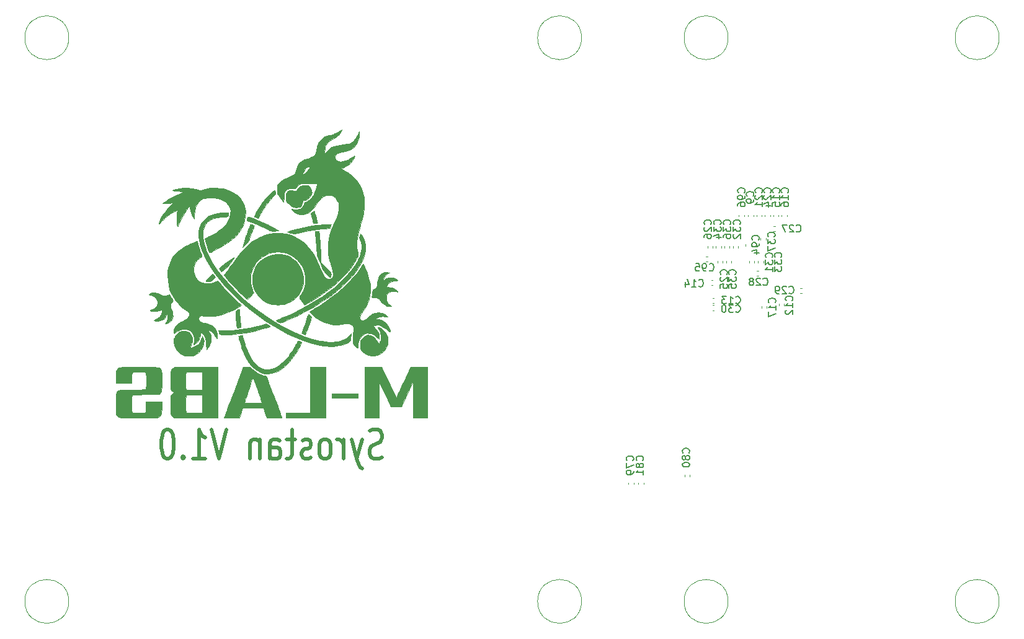
<source format=gbr>
%TF.GenerationSoftware,KiCad,Pcbnew,(5.1.10)-1*%
%TF.CreationDate,2021-07-13T16:53:59+08:00*%
%TF.ProjectId,TestAutomation,54657374-4175-4746-9f6d-6174696f6e2e,rev?*%
%TF.SameCoordinates,Original*%
%TF.FileFunction,Legend,Bot*%
%TF.FilePolarity,Positive*%
%FSLAX46Y46*%
G04 Gerber Fmt 4.6, Leading zero omitted, Abs format (unit mm)*
G04 Created by KiCad (PCBNEW (5.1.10)-1) date 2021-07-13 16:53:59*
%MOMM*%
%LPD*%
G01*
G04 APERTURE LIST*
%ADD10C,0.500000*%
%ADD11C,0.010000*%
%ADD12C,0.120000*%
%ADD13C,0.150000*%
G04 APERTURE END LIST*
D10*
X128763328Y-114329047D02*
X128334757Y-114519523D01*
X127620471Y-114519523D01*
X127334757Y-114329047D01*
X127191900Y-114138571D01*
X127049042Y-113757619D01*
X127049042Y-113376666D01*
X127191900Y-112995714D01*
X127334757Y-112805238D01*
X127620471Y-112614761D01*
X128191900Y-112424285D01*
X128477614Y-112233809D01*
X128620471Y-112043333D01*
X128763328Y-111662380D01*
X128763328Y-111281428D01*
X128620471Y-110900476D01*
X128477614Y-110710000D01*
X128191900Y-110519523D01*
X127477614Y-110519523D01*
X127049042Y-110710000D01*
X126049042Y-111852857D02*
X125334757Y-114519523D01*
X124620471Y-111852857D02*
X125334757Y-114519523D01*
X125620471Y-115471904D01*
X125763328Y-115662380D01*
X126049042Y-115852857D01*
X123477614Y-114519523D02*
X123477614Y-111852857D01*
X123477614Y-112614761D02*
X123334757Y-112233809D01*
X123191900Y-112043333D01*
X122906185Y-111852857D01*
X122620471Y-111852857D01*
X121191900Y-114519523D02*
X121477614Y-114329047D01*
X121620471Y-114138571D01*
X121763328Y-113757619D01*
X121763328Y-112614761D01*
X121620471Y-112233809D01*
X121477614Y-112043333D01*
X121191900Y-111852857D01*
X120763328Y-111852857D01*
X120477614Y-112043333D01*
X120334757Y-112233809D01*
X120191900Y-112614761D01*
X120191900Y-113757619D01*
X120334757Y-114138571D01*
X120477614Y-114329047D01*
X120763328Y-114519523D01*
X121191900Y-114519523D01*
X119049042Y-114329047D02*
X118763328Y-114519523D01*
X118191900Y-114519523D01*
X117906185Y-114329047D01*
X117763328Y-113948095D01*
X117763328Y-113757619D01*
X117906185Y-113376666D01*
X118191900Y-113186190D01*
X118620471Y-113186190D01*
X118906185Y-112995714D01*
X119049042Y-112614761D01*
X119049042Y-112424285D01*
X118906185Y-112043333D01*
X118620471Y-111852857D01*
X118191900Y-111852857D01*
X117906185Y-112043333D01*
X116906185Y-111852857D02*
X115763328Y-111852857D01*
X116477614Y-110519523D02*
X116477614Y-113948095D01*
X116334757Y-114329047D01*
X116049042Y-114519523D01*
X115763328Y-114519523D01*
X113477614Y-114519523D02*
X113477614Y-112424285D01*
X113620471Y-112043333D01*
X113906185Y-111852857D01*
X114477614Y-111852857D01*
X114763328Y-112043333D01*
X113477614Y-114329047D02*
X113763328Y-114519523D01*
X114477614Y-114519523D01*
X114763328Y-114329047D01*
X114906185Y-113948095D01*
X114906185Y-113567142D01*
X114763328Y-113186190D01*
X114477614Y-112995714D01*
X113763328Y-112995714D01*
X113477614Y-112805238D01*
X112049042Y-111852857D02*
X112049042Y-114519523D01*
X112049042Y-112233809D02*
X111906185Y-112043333D01*
X111620471Y-111852857D01*
X111191900Y-111852857D01*
X110906185Y-112043333D01*
X110763328Y-112424285D01*
X110763328Y-114519523D01*
X107477614Y-110519523D02*
X106477614Y-114519523D01*
X105477614Y-110519523D01*
X102906185Y-114519523D02*
X104620471Y-114519523D01*
X103763328Y-114519523D02*
X103763328Y-110519523D01*
X104049042Y-111090952D01*
X104334757Y-111471904D01*
X104620471Y-111662380D01*
X101620471Y-114138571D02*
X101477614Y-114329047D01*
X101620471Y-114519523D01*
X101763328Y-114329047D01*
X101620471Y-114138571D01*
X101620471Y-114519523D01*
X99620471Y-110519523D02*
X99334757Y-110519523D01*
X99049042Y-110710000D01*
X98906185Y-110900476D01*
X98763328Y-111281428D01*
X98620471Y-112043333D01*
X98620471Y-112995714D01*
X98763328Y-113757619D01*
X98906185Y-114138571D01*
X99049042Y-114329047D01*
X99334757Y-114519523D01*
X99620471Y-114519523D01*
X99906185Y-114329047D01*
X100049042Y-114138571D01*
X100191900Y-113757619D01*
X100334757Y-112995714D01*
X100334757Y-112043333D01*
X100191900Y-111281428D01*
X100049042Y-110900476D01*
X99906185Y-110710000D01*
X99620471Y-110519523D01*
D11*
%TO.C,G\u002A\u002A\u002A*%
G36*
X127500847Y-101979368D02*
G01*
X126353800Y-101993000D01*
X126353800Y-108901800D01*
X127331217Y-108915595D01*
X128308633Y-108929390D01*
X128321817Y-106454246D01*
X128335000Y-103979102D01*
X129151605Y-105678451D01*
X129968209Y-107377800D01*
X131376082Y-107377800D01*
X133008600Y-103941370D01*
X133034958Y-108927200D01*
X134964400Y-108927200D01*
X134964400Y-101967600D01*
X132653000Y-101968294D01*
X131693722Y-104038047D01*
X131494652Y-104466767D01*
X131307998Y-104867220D01*
X131138219Y-105229950D01*
X130989771Y-105545504D01*
X130867114Y-105804427D01*
X130774706Y-105997264D01*
X130717005Y-106114560D01*
X130699055Y-106147427D01*
X130670721Y-106111244D01*
X130603492Y-105992024D01*
X130501823Y-105798617D01*
X130370173Y-105539871D01*
X130213000Y-105224636D01*
X130034760Y-104861759D01*
X129839912Y-104460091D01*
X129655780Y-104076395D01*
X128647893Y-101965736D01*
X127500847Y-101979368D01*
G37*
X127500847Y-101979368D02*
X126353800Y-101993000D01*
X126353800Y-108901800D01*
X127331217Y-108915595D01*
X128308633Y-108929390D01*
X128321817Y-106454246D01*
X128335000Y-103979102D01*
X129151605Y-105678451D01*
X129968209Y-107377800D01*
X131376082Y-107377800D01*
X133008600Y-103941370D01*
X133034958Y-108927200D01*
X134964400Y-108927200D01*
X134964400Y-101967600D01*
X132653000Y-101968294D01*
X131693722Y-104038047D01*
X131494652Y-104466767D01*
X131307998Y-104867220D01*
X131138219Y-105229950D01*
X130989771Y-105545504D01*
X130867114Y-105804427D01*
X130774706Y-105997264D01*
X130717005Y-106114560D01*
X130699055Y-106147427D01*
X130670721Y-106111244D01*
X130603492Y-105992024D01*
X130501823Y-105798617D01*
X130370173Y-105539871D01*
X130213000Y-105224636D01*
X130034760Y-104861759D01*
X129839912Y-104460091D01*
X129655780Y-104076395D01*
X128647893Y-101965736D01*
X127500847Y-101979368D01*
G36*
X118911600Y-108266800D02*
G01*
X115660400Y-108266800D01*
X115660400Y-108927200D01*
X121045200Y-108927200D01*
X121045200Y-101967600D01*
X118911600Y-101967600D01*
X118911600Y-108266800D01*
G37*
X118911600Y-108266800D02*
X115660400Y-108266800D01*
X115660400Y-108927200D01*
X121045200Y-108927200D01*
X121045200Y-101967600D01*
X118911600Y-101967600D01*
X118911600Y-108266800D01*
G36*
X110255783Y-101978189D02*
G01*
X109811377Y-101993000D01*
X108494095Y-105447400D01*
X108279235Y-106011012D01*
X108075269Y-106546377D01*
X107885040Y-107046012D01*
X107711393Y-107502432D01*
X107557170Y-107908152D01*
X107425216Y-108255687D01*
X107318374Y-108537554D01*
X107239488Y-108746267D01*
X107191402Y-108874342D01*
X107176807Y-108914500D01*
X107225119Y-108918289D01*
X107360115Y-108921628D01*
X107566880Y-108924337D01*
X107830499Y-108926236D01*
X108136056Y-108927146D01*
X108233008Y-108927200D01*
X109289215Y-108927200D01*
X109738491Y-107554054D01*
X111158533Y-107567527D01*
X112578576Y-107581000D01*
X112802921Y-108254100D01*
X113027267Y-108927200D01*
X114069869Y-108927200D01*
X114420235Y-108926684D01*
X114681347Y-108924410D01*
X114865551Y-108919288D01*
X114985192Y-108910227D01*
X115052613Y-108896137D01*
X115080159Y-108875929D01*
X115080176Y-108848511D01*
X115076490Y-108838300D01*
X115052273Y-108775588D01*
X114995329Y-108626618D01*
X114908983Y-108400123D01*
X114796555Y-108104834D01*
X114661368Y-107749484D01*
X114506745Y-107342805D01*
X114336644Y-106895200D01*
X112348938Y-106895200D01*
X111159869Y-106895200D01*
X110824482Y-106893939D01*
X110525730Y-106890403D01*
X110277669Y-106884955D01*
X110094357Y-106877961D01*
X109989852Y-106869788D01*
X109970800Y-106864276D01*
X109985968Y-106811689D01*
X110028600Y-106675807D01*
X110094386Y-106469840D01*
X110179020Y-106206996D01*
X110278192Y-105900484D01*
X110387595Y-105563515D01*
X110502920Y-105209298D01*
X110619859Y-104851042D01*
X110734104Y-104501956D01*
X110841347Y-104175251D01*
X110937278Y-103884134D01*
X111017591Y-103641815D01*
X111077976Y-103461505D01*
X111114125Y-103356412D01*
X111120510Y-103339200D01*
X111143343Y-103365940D01*
X111193517Y-103478766D01*
X111267297Y-103667032D01*
X111360946Y-103920094D01*
X111470727Y-104227308D01*
X111592905Y-104578028D01*
X111723741Y-104961610D01*
X111859502Y-105367408D01*
X111996449Y-105784779D01*
X112130846Y-106203078D01*
X112177022Y-106349100D01*
X112348938Y-106895200D01*
X114336644Y-106895200D01*
X114336008Y-106893528D01*
X114152478Y-106410386D01*
X113998996Y-106006200D01*
X113807647Y-105503316D01*
X113626083Y-105028274D01*
X113457649Y-104589682D01*
X113305688Y-104196148D01*
X113173546Y-103856280D01*
X113064566Y-103578688D01*
X112982094Y-103371978D01*
X112929473Y-103244760D01*
X112911055Y-103205927D01*
X112837048Y-103166938D01*
X112699159Y-103130226D01*
X112603622Y-103114230D01*
X112170344Y-103008172D01*
X111733154Y-102807337D01*
X111302722Y-102517493D01*
X110983195Y-102237859D01*
X110700189Y-101963379D01*
X110255783Y-101978189D01*
G37*
X110255783Y-101978189D02*
X109811377Y-101993000D01*
X108494095Y-105447400D01*
X108279235Y-106011012D01*
X108075269Y-106546377D01*
X107885040Y-107046012D01*
X107711393Y-107502432D01*
X107557170Y-107908152D01*
X107425216Y-108255687D01*
X107318374Y-108537554D01*
X107239488Y-108746267D01*
X107191402Y-108874342D01*
X107176807Y-108914500D01*
X107225119Y-108918289D01*
X107360115Y-108921628D01*
X107566880Y-108924337D01*
X107830499Y-108926236D01*
X108136056Y-108927146D01*
X108233008Y-108927200D01*
X109289215Y-108927200D01*
X109738491Y-107554054D01*
X111158533Y-107567527D01*
X112578576Y-107581000D01*
X112802921Y-108254100D01*
X113027267Y-108927200D01*
X114069869Y-108927200D01*
X114420235Y-108926684D01*
X114681347Y-108924410D01*
X114865551Y-108919288D01*
X114985192Y-108910227D01*
X115052613Y-108896137D01*
X115080159Y-108875929D01*
X115080176Y-108848511D01*
X115076490Y-108838300D01*
X115052273Y-108775588D01*
X114995329Y-108626618D01*
X114908983Y-108400123D01*
X114796555Y-108104834D01*
X114661368Y-107749484D01*
X114506745Y-107342805D01*
X114336644Y-106895200D01*
X112348938Y-106895200D01*
X111159869Y-106895200D01*
X110824482Y-106893939D01*
X110525730Y-106890403D01*
X110277669Y-106884955D01*
X110094357Y-106877961D01*
X109989852Y-106869788D01*
X109970800Y-106864276D01*
X109985968Y-106811689D01*
X110028600Y-106675807D01*
X110094386Y-106469840D01*
X110179020Y-106206996D01*
X110278192Y-105900484D01*
X110387595Y-105563515D01*
X110502920Y-105209298D01*
X110619859Y-104851042D01*
X110734104Y-104501956D01*
X110841347Y-104175251D01*
X110937278Y-103884134D01*
X111017591Y-103641815D01*
X111077976Y-103461505D01*
X111114125Y-103356412D01*
X111120510Y-103339200D01*
X111143343Y-103365940D01*
X111193517Y-103478766D01*
X111267297Y-103667032D01*
X111360946Y-103920094D01*
X111470727Y-104227308D01*
X111592905Y-104578028D01*
X111723741Y-104961610D01*
X111859502Y-105367408D01*
X111996449Y-105784779D01*
X112130846Y-106203078D01*
X112177022Y-106349100D01*
X112348938Y-106895200D01*
X114336644Y-106895200D01*
X114336008Y-106893528D01*
X114152478Y-106410386D01*
X113998996Y-106006200D01*
X113807647Y-105503316D01*
X113626083Y-105028274D01*
X113457649Y-104589682D01*
X113305688Y-104196148D01*
X113173546Y-103856280D01*
X113064566Y-103578688D01*
X112982094Y-103371978D01*
X112929473Y-103244760D01*
X112911055Y-103205927D01*
X112837048Y-103166938D01*
X112699159Y-103130226D01*
X112603622Y-103114230D01*
X112170344Y-103008172D01*
X111733154Y-102807337D01*
X111302722Y-102517493D01*
X110983195Y-102237859D01*
X110700189Y-101963379D01*
X110255783Y-101978189D01*
G36*
X103354100Y-101978733D02*
G01*
X100395000Y-101993000D01*
X100210477Y-102107749D01*
X100116491Y-102171725D01*
X100042651Y-102241551D01*
X99986543Y-102329708D01*
X99945753Y-102448675D01*
X99917867Y-102610933D01*
X99900470Y-102828963D01*
X99891149Y-103115245D01*
X99887488Y-103482261D01*
X99887000Y-103779974D01*
X99887435Y-104166267D01*
X99889425Y-104464355D01*
X99893996Y-104687633D01*
X99902178Y-104849494D01*
X99914996Y-104963333D01*
X99933480Y-105042543D01*
X99958656Y-105100518D01*
X99991552Y-105150653D01*
X99992227Y-105151574D01*
X100115553Y-105275829D01*
X100255951Y-105366388D01*
X100414448Y-105437777D01*
X100255935Y-105518788D01*
X100109769Y-105620963D01*
X99992212Y-105743225D01*
X99959171Y-105793345D01*
X99933867Y-105851069D01*
X99915274Y-105929792D01*
X99902363Y-106042907D01*
X99894108Y-106203808D01*
X99889481Y-106425889D01*
X99887454Y-106722545D01*
X99887001Y-107107169D01*
X99887000Y-107114825D01*
X99888216Y-107543000D01*
X99893473Y-107882069D01*
X99905186Y-108144513D01*
X99925768Y-108342811D01*
X99957634Y-108489444D01*
X100003199Y-108596894D01*
X100064875Y-108677640D01*
X100145079Y-108744163D01*
X100210477Y-108787050D01*
X100395000Y-108901800D01*
X106313200Y-108930332D01*
X106313200Y-105777600D01*
X104179600Y-105777600D01*
X104179600Y-108272502D01*
X103110871Y-108256951D01*
X102744283Y-108250509D01*
X102466936Y-108242592D01*
X102266474Y-108232186D01*
X102130540Y-108218276D01*
X102046776Y-108199845D01*
X102002826Y-108175880D01*
X101994049Y-108165200D01*
X101975977Y-108086596D01*
X101961979Y-107926754D01*
X101951967Y-107703895D01*
X101945852Y-107436244D01*
X101943547Y-107142024D01*
X101944961Y-106839457D01*
X101950008Y-106546766D01*
X101958597Y-106282175D01*
X101970641Y-106063907D01*
X101986051Y-105910185D01*
X102004738Y-105839231D01*
X102005360Y-105838560D01*
X102064670Y-105815772D01*
X102195916Y-105798680D01*
X102406376Y-105786887D01*
X102703324Y-105779995D01*
X103094040Y-105777608D01*
X103122961Y-105777600D01*
X104179600Y-105777600D01*
X106313200Y-105777600D01*
X106313200Y-102628000D01*
X104179600Y-102628000D01*
X104179600Y-105117200D01*
X103160261Y-105117200D01*
X102806033Y-105114559D01*
X102503748Y-105107042D01*
X102266354Y-105095260D01*
X102106799Y-105079820D01*
X102042661Y-105064612D01*
X102010822Y-105042236D01*
X101986704Y-105005075D01*
X101969241Y-104940192D01*
X101957367Y-104834649D01*
X101950014Y-104675509D01*
X101946116Y-104449833D01*
X101944607Y-104144685D01*
X101944400Y-103872600D01*
X101944861Y-103503151D01*
X101946952Y-103222364D01*
X101951742Y-103017301D01*
X101960295Y-102875023D01*
X101973680Y-102782593D01*
X101992961Y-102727075D01*
X102019207Y-102695530D01*
X102042661Y-102680587D01*
X102127521Y-102662567D01*
X102301001Y-102647697D01*
X102550153Y-102636585D01*
X102862031Y-102629842D01*
X103160261Y-102628000D01*
X104179600Y-102628000D01*
X106313200Y-102628000D01*
X106313200Y-101964467D01*
X103354100Y-101978733D01*
G37*
X103354100Y-101978733D02*
X100395000Y-101993000D01*
X100210477Y-102107749D01*
X100116491Y-102171725D01*
X100042651Y-102241551D01*
X99986543Y-102329708D01*
X99945753Y-102448675D01*
X99917867Y-102610933D01*
X99900470Y-102828963D01*
X99891149Y-103115245D01*
X99887488Y-103482261D01*
X99887000Y-103779974D01*
X99887435Y-104166267D01*
X99889425Y-104464355D01*
X99893996Y-104687633D01*
X99902178Y-104849494D01*
X99914996Y-104963333D01*
X99933480Y-105042543D01*
X99958656Y-105100518D01*
X99991552Y-105150653D01*
X99992227Y-105151574D01*
X100115553Y-105275829D01*
X100255951Y-105366388D01*
X100414448Y-105437777D01*
X100255935Y-105518788D01*
X100109769Y-105620963D01*
X99992212Y-105743225D01*
X99959171Y-105793345D01*
X99933867Y-105851069D01*
X99915274Y-105929792D01*
X99902363Y-106042907D01*
X99894108Y-106203808D01*
X99889481Y-106425889D01*
X99887454Y-106722545D01*
X99887001Y-107107169D01*
X99887000Y-107114825D01*
X99888216Y-107543000D01*
X99893473Y-107882069D01*
X99905186Y-108144513D01*
X99925768Y-108342811D01*
X99957634Y-108489444D01*
X100003199Y-108596894D01*
X100064875Y-108677640D01*
X100145079Y-108744163D01*
X100210477Y-108787050D01*
X100395000Y-108901800D01*
X106313200Y-108930332D01*
X106313200Y-105777600D01*
X104179600Y-105777600D01*
X104179600Y-108272502D01*
X103110871Y-108256951D01*
X102744283Y-108250509D01*
X102466936Y-108242592D01*
X102266474Y-108232186D01*
X102130540Y-108218276D01*
X102046776Y-108199845D01*
X102002826Y-108175880D01*
X101994049Y-108165200D01*
X101975977Y-108086596D01*
X101961979Y-107926754D01*
X101951967Y-107703895D01*
X101945852Y-107436244D01*
X101943547Y-107142024D01*
X101944961Y-106839457D01*
X101950008Y-106546766D01*
X101958597Y-106282175D01*
X101970641Y-106063907D01*
X101986051Y-105910185D01*
X102004738Y-105839231D01*
X102005360Y-105838560D01*
X102064670Y-105815772D01*
X102195916Y-105798680D01*
X102406376Y-105786887D01*
X102703324Y-105779995D01*
X103094040Y-105777608D01*
X103122961Y-105777600D01*
X104179600Y-105777600D01*
X106313200Y-105777600D01*
X106313200Y-102628000D01*
X104179600Y-102628000D01*
X104179600Y-105117200D01*
X103160261Y-105117200D01*
X102806033Y-105114559D01*
X102503748Y-105107042D01*
X102266354Y-105095260D01*
X102106799Y-105079820D01*
X102042661Y-105064612D01*
X102010822Y-105042236D01*
X101986704Y-105005075D01*
X101969241Y-104940192D01*
X101957367Y-104834649D01*
X101950014Y-104675509D01*
X101946116Y-104449833D01*
X101944607Y-104144685D01*
X101944400Y-103872600D01*
X101944861Y-103503151D01*
X101946952Y-103222364D01*
X101951742Y-103017301D01*
X101960295Y-102875023D01*
X101973680Y-102782593D01*
X101992961Y-102727075D01*
X102019207Y-102695530D01*
X102042661Y-102680587D01*
X102127521Y-102662567D01*
X102301001Y-102647697D01*
X102550153Y-102636585D01*
X102862031Y-102629842D01*
X103160261Y-102628000D01*
X104179600Y-102628000D01*
X106313200Y-102628000D01*
X106313200Y-101964467D01*
X103354100Y-101978733D01*
G36*
X94988766Y-101993129D02*
G01*
X94501357Y-101993732D01*
X94098001Y-101995132D01*
X93769922Y-101997651D01*
X93508346Y-102001613D01*
X93304501Y-102007338D01*
X93149611Y-102015151D01*
X93034903Y-102025374D01*
X92951602Y-102038329D01*
X92890935Y-102054339D01*
X92844128Y-102073728D01*
X92806146Y-102094600D01*
X92681389Y-102179888D01*
X92588570Y-102278259D01*
X92523166Y-102405438D01*
X92480653Y-102577151D01*
X92456510Y-102809127D01*
X92446214Y-103117090D01*
X92444800Y-103351107D01*
X92444800Y-104152000D01*
X94578400Y-104152000D01*
X94578400Y-103502903D01*
X94578175Y-103202338D01*
X94586311Y-102979751D01*
X94616028Y-102823469D01*
X94680544Y-102721815D01*
X94793078Y-102663116D01*
X94966849Y-102635696D01*
X95215075Y-102627881D01*
X95550975Y-102627995D01*
X95569000Y-102628000D01*
X95877932Y-102628595D01*
X96101185Y-102631696D01*
X96254679Y-102639273D01*
X96354333Y-102653300D01*
X96416069Y-102675748D01*
X96455805Y-102708589D01*
X96480520Y-102740903D01*
X96508376Y-102796897D01*
X96529079Y-102883394D01*
X96543588Y-103014167D01*
X96552866Y-103202989D01*
X96557874Y-103463635D01*
X96559572Y-103809878D01*
X96559600Y-103874193D01*
X96557454Y-104262792D01*
X96550681Y-104558569D01*
X96538782Y-104770220D01*
X96521257Y-104906437D01*
X96497604Y-104975917D01*
X96496100Y-104977995D01*
X96469684Y-105000740D01*
X96421775Y-105019246D01*
X96342171Y-105034075D01*
X96220673Y-105045788D01*
X96047076Y-105054947D01*
X95811181Y-105062114D01*
X95502784Y-105067851D01*
X95111684Y-105072719D01*
X94705400Y-105076604D01*
X94238736Y-105080999D01*
X93862542Y-105085572D01*
X93565689Y-105091019D01*
X93337050Y-105098031D01*
X93165496Y-105107302D01*
X93039899Y-105119527D01*
X92949130Y-105135397D01*
X92882061Y-105155608D01*
X92827564Y-105180851D01*
X92802198Y-105195197D01*
X92654805Y-105312709D01*
X92531398Y-105460553D01*
X92522798Y-105474597D01*
X92491918Y-105532575D01*
X92467867Y-105597307D01*
X92449795Y-105681562D01*
X92436856Y-105798106D01*
X92428201Y-105959708D01*
X92422983Y-106179136D01*
X92420351Y-106469156D01*
X92419460Y-106842538D01*
X92419400Y-107031174D01*
X92419746Y-107442936D01*
X92421355Y-107765544D01*
X92425083Y-108011443D01*
X92431789Y-108193079D01*
X92442328Y-108322896D01*
X92457559Y-108413341D01*
X92478338Y-108476858D01*
X92505522Y-108525893D01*
X92524139Y-108552035D01*
X92645117Y-108687666D01*
X92769111Y-108797061D01*
X92803375Y-108820672D01*
X92843352Y-108840484D01*
X92897790Y-108856865D01*
X92975433Y-108870188D01*
X93085029Y-108880822D01*
X93235324Y-108889139D01*
X93435064Y-108895508D01*
X93692996Y-108900302D01*
X94017866Y-108903889D01*
X94418421Y-108906642D01*
X94903407Y-108908931D01*
X95458372Y-108911043D01*
X95962420Y-108911992D01*
X96439118Y-108911201D01*
X96878122Y-108908804D01*
X97269090Y-108904937D01*
X97601678Y-108899734D01*
X97865544Y-108893330D01*
X98050343Y-108885861D01*
X98145732Y-108877461D01*
X98152559Y-108875876D01*
X98376669Y-108755166D01*
X98554593Y-108544140D01*
X98582293Y-108495519D01*
X98616858Y-108405022D01*
X98642917Y-108270015D01*
X98662090Y-108075307D01*
X98676001Y-107805706D01*
X98684015Y-107542900D01*
X98703846Y-106742800D01*
X96508800Y-106742800D01*
X96508800Y-107452212D01*
X96507717Y-107735676D01*
X96503023Y-107934352D01*
X96492552Y-108065041D01*
X96474137Y-108144546D01*
X96445612Y-108189666D01*
X96410540Y-108214212D01*
X96325022Y-108233291D01*
X96157295Y-108249117D01*
X95926729Y-108260516D01*
X95652694Y-108266311D01*
X95543600Y-108266800D01*
X95258341Y-108263388D01*
X95009347Y-108253936D01*
X94815989Y-108239620D01*
X94697635Y-108221613D01*
X94676661Y-108214212D01*
X94645117Y-108192077D01*
X94621143Y-108155329D01*
X94603707Y-108091176D01*
X94591774Y-107986828D01*
X94584311Y-107829493D01*
X94580285Y-107606380D01*
X94578663Y-107304698D01*
X94578400Y-106998010D01*
X94579869Y-106597347D01*
X94584604Y-106288928D01*
X94593094Y-106063433D01*
X94605833Y-105911545D01*
X94623310Y-105823945D01*
X94641900Y-105793298D01*
X94705961Y-105783023D01*
X94859600Y-105772249D01*
X95090801Y-105761406D01*
X95387548Y-105750926D01*
X95737822Y-105741241D01*
X96129607Y-105732784D01*
X96492102Y-105726800D01*
X98278804Y-105701400D01*
X98416349Y-105574400D01*
X98496576Y-105494818D01*
X98559656Y-105412741D01*
X98607636Y-105315302D01*
X98642566Y-105189632D01*
X98666493Y-105022864D01*
X98681466Y-104802131D01*
X98689534Y-104514564D01*
X98692746Y-104147297D01*
X98693200Y-103835339D01*
X98691993Y-103398568D01*
X98686669Y-103051102D01*
X98674681Y-102780658D01*
X98653478Y-102574955D01*
X98620510Y-102421707D01*
X98573228Y-102308634D01*
X98509082Y-102223453D01*
X98425523Y-102153879D01*
X98331855Y-102094600D01*
X98290036Y-102071854D01*
X98242350Y-102052780D01*
X98180021Y-102037055D01*
X98094277Y-102024356D01*
X97976344Y-102014362D01*
X97817446Y-102006748D01*
X97608811Y-102001193D01*
X97341664Y-101997373D01*
X97007231Y-101994967D01*
X96596738Y-101993651D01*
X96101411Y-101993103D01*
X95569000Y-101993000D01*
X94988766Y-101993129D01*
G37*
X94988766Y-101993129D02*
X94501357Y-101993732D01*
X94098001Y-101995132D01*
X93769922Y-101997651D01*
X93508346Y-102001613D01*
X93304501Y-102007338D01*
X93149611Y-102015151D01*
X93034903Y-102025374D01*
X92951602Y-102038329D01*
X92890935Y-102054339D01*
X92844128Y-102073728D01*
X92806146Y-102094600D01*
X92681389Y-102179888D01*
X92588570Y-102278259D01*
X92523166Y-102405438D01*
X92480653Y-102577151D01*
X92456510Y-102809127D01*
X92446214Y-103117090D01*
X92444800Y-103351107D01*
X92444800Y-104152000D01*
X94578400Y-104152000D01*
X94578400Y-103502903D01*
X94578175Y-103202338D01*
X94586311Y-102979751D01*
X94616028Y-102823469D01*
X94680544Y-102721815D01*
X94793078Y-102663116D01*
X94966849Y-102635696D01*
X95215075Y-102627881D01*
X95550975Y-102627995D01*
X95569000Y-102628000D01*
X95877932Y-102628595D01*
X96101185Y-102631696D01*
X96254679Y-102639273D01*
X96354333Y-102653300D01*
X96416069Y-102675748D01*
X96455805Y-102708589D01*
X96480520Y-102740903D01*
X96508376Y-102796897D01*
X96529079Y-102883394D01*
X96543588Y-103014167D01*
X96552866Y-103202989D01*
X96557874Y-103463635D01*
X96559572Y-103809878D01*
X96559600Y-103874193D01*
X96557454Y-104262792D01*
X96550681Y-104558569D01*
X96538782Y-104770220D01*
X96521257Y-104906437D01*
X96497604Y-104975917D01*
X96496100Y-104977995D01*
X96469684Y-105000740D01*
X96421775Y-105019246D01*
X96342171Y-105034075D01*
X96220673Y-105045788D01*
X96047076Y-105054947D01*
X95811181Y-105062114D01*
X95502784Y-105067851D01*
X95111684Y-105072719D01*
X94705400Y-105076604D01*
X94238736Y-105080999D01*
X93862542Y-105085572D01*
X93565689Y-105091019D01*
X93337050Y-105098031D01*
X93165496Y-105107302D01*
X93039899Y-105119527D01*
X92949130Y-105135397D01*
X92882061Y-105155608D01*
X92827564Y-105180851D01*
X92802198Y-105195197D01*
X92654805Y-105312709D01*
X92531398Y-105460553D01*
X92522798Y-105474597D01*
X92491918Y-105532575D01*
X92467867Y-105597307D01*
X92449795Y-105681562D01*
X92436856Y-105798106D01*
X92428201Y-105959708D01*
X92422983Y-106179136D01*
X92420351Y-106469156D01*
X92419460Y-106842538D01*
X92419400Y-107031174D01*
X92419746Y-107442936D01*
X92421355Y-107765544D01*
X92425083Y-108011443D01*
X92431789Y-108193079D01*
X92442328Y-108322896D01*
X92457559Y-108413341D01*
X92478338Y-108476858D01*
X92505522Y-108525893D01*
X92524139Y-108552035D01*
X92645117Y-108687666D01*
X92769111Y-108797061D01*
X92803375Y-108820672D01*
X92843352Y-108840484D01*
X92897790Y-108856865D01*
X92975433Y-108870188D01*
X93085029Y-108880822D01*
X93235324Y-108889139D01*
X93435064Y-108895508D01*
X93692996Y-108900302D01*
X94017866Y-108903889D01*
X94418421Y-108906642D01*
X94903407Y-108908931D01*
X95458372Y-108911043D01*
X95962420Y-108911992D01*
X96439118Y-108911201D01*
X96878122Y-108908804D01*
X97269090Y-108904937D01*
X97601678Y-108899734D01*
X97865544Y-108893330D01*
X98050343Y-108885861D01*
X98145732Y-108877461D01*
X98152559Y-108875876D01*
X98376669Y-108755166D01*
X98554593Y-108544140D01*
X98582293Y-108495519D01*
X98616858Y-108405022D01*
X98642917Y-108270015D01*
X98662090Y-108075307D01*
X98676001Y-107805706D01*
X98684015Y-107542900D01*
X98703846Y-106742800D01*
X96508800Y-106742800D01*
X96508800Y-107452212D01*
X96507717Y-107735676D01*
X96503023Y-107934352D01*
X96492552Y-108065041D01*
X96474137Y-108144546D01*
X96445612Y-108189666D01*
X96410540Y-108214212D01*
X96325022Y-108233291D01*
X96157295Y-108249117D01*
X95926729Y-108260516D01*
X95652694Y-108266311D01*
X95543600Y-108266800D01*
X95258341Y-108263388D01*
X95009347Y-108253936D01*
X94815989Y-108239620D01*
X94697635Y-108221613D01*
X94676661Y-108214212D01*
X94645117Y-108192077D01*
X94621143Y-108155329D01*
X94603707Y-108091176D01*
X94591774Y-107986828D01*
X94584311Y-107829493D01*
X94580285Y-107606380D01*
X94578663Y-107304698D01*
X94578400Y-106998010D01*
X94579869Y-106597347D01*
X94584604Y-106288928D01*
X94593094Y-106063433D01*
X94605833Y-105911545D01*
X94623310Y-105823945D01*
X94641900Y-105793298D01*
X94705961Y-105783023D01*
X94859600Y-105772249D01*
X95090801Y-105761406D01*
X95387548Y-105750926D01*
X95737822Y-105741241D01*
X96129607Y-105732784D01*
X96492102Y-105726800D01*
X98278804Y-105701400D01*
X98416349Y-105574400D01*
X98496576Y-105494818D01*
X98559656Y-105412741D01*
X98607636Y-105315302D01*
X98642566Y-105189632D01*
X98666493Y-105022864D01*
X98681466Y-104802131D01*
X98689534Y-104514564D01*
X98692746Y-104147297D01*
X98693200Y-103835339D01*
X98691993Y-103398568D01*
X98686669Y-103051102D01*
X98674681Y-102780658D01*
X98653478Y-102574955D01*
X98620510Y-102421707D01*
X98573228Y-102308634D01*
X98509082Y-102223453D01*
X98425523Y-102153879D01*
X98331855Y-102094600D01*
X98290036Y-102071854D01*
X98242350Y-102052780D01*
X98180021Y-102037055D01*
X98094277Y-102024356D01*
X97976344Y-102014362D01*
X97817446Y-102006748D01*
X97608811Y-102001193D01*
X97341664Y-101997373D01*
X97007231Y-101994967D01*
X96596738Y-101993651D01*
X96101411Y-101993103D01*
X95569000Y-101993000D01*
X94988766Y-101993129D01*
G36*
X121908800Y-106234800D02*
G01*
X125464800Y-106234800D01*
X125464800Y-105574400D01*
X121908800Y-105574400D01*
X121908800Y-106234800D01*
G37*
X121908800Y-106234800D02*
X125464800Y-106234800D01*
X125464800Y-105574400D01*
X121908800Y-105574400D01*
X121908800Y-106234800D01*
G36*
X109445444Y-97680749D02*
G01*
X109294216Y-97702296D01*
X109191195Y-97721231D01*
X109165645Y-97729271D01*
X109165771Y-97786452D01*
X109190302Y-97922248D01*
X109234411Y-98117969D01*
X109293273Y-98354928D01*
X109362061Y-98614434D01*
X109435950Y-98877798D01*
X109510112Y-99126331D01*
X109579721Y-99341344D01*
X109588516Y-99366811D01*
X109891483Y-100138258D01*
X110230014Y-100816731D01*
X110603675Y-101401709D01*
X111012031Y-101892673D01*
X111454648Y-102289102D01*
X111931093Y-102590476D01*
X112440929Y-102796276D01*
X112456521Y-102800905D01*
X112797254Y-102865099D01*
X113185746Y-102880097D01*
X113581474Y-102846991D01*
X113943914Y-102766870D01*
X113964530Y-102760329D01*
X114503092Y-102534102D01*
X115033606Y-102207362D01*
X115555255Y-101780940D01*
X116067221Y-101255665D01*
X116568686Y-100632367D01*
X117058833Y-99911876D01*
X117488124Y-99183711D01*
X117605409Y-98968017D01*
X117700204Y-98786525D01*
X117763856Y-98656353D01*
X117787713Y-98594617D01*
X117787179Y-98592150D01*
X117719555Y-98554977D01*
X117596359Y-98502994D01*
X117458908Y-98451962D01*
X117348522Y-98417643D01*
X117313880Y-98411600D01*
X117260961Y-98454160D01*
X117187705Y-98564206D01*
X117129584Y-98677013D01*
X117034744Y-98859942D01*
X116894523Y-99102830D01*
X116723107Y-99383334D01*
X116534684Y-99679109D01*
X116343442Y-99967809D01*
X116163568Y-100227089D01*
X116033294Y-100403650D01*
X115577448Y-100947607D01*
X115115528Y-101403351D01*
X114650962Y-101769342D01*
X114187183Y-102044042D01*
X113727621Y-102225912D01*
X113275706Y-102313413D01*
X112834870Y-102305006D01*
X112408544Y-102199152D01*
X112215559Y-102115991D01*
X111956386Y-101956966D01*
X111674194Y-101731098D01*
X111393344Y-101461419D01*
X111138198Y-101170962D01*
X110966035Y-100934647D01*
X110648793Y-100383730D01*
X110351818Y-99733653D01*
X110075015Y-98984208D01*
X110046310Y-98897274D01*
X109954036Y-98608498D01*
X109871020Y-98336959D01*
X109803627Y-98104379D01*
X109758220Y-97932476D01*
X109743643Y-97864368D01*
X109707488Y-97647336D01*
X109445444Y-97680749D01*
G37*
X109445444Y-97680749D02*
X109294216Y-97702296D01*
X109191195Y-97721231D01*
X109165645Y-97729271D01*
X109165771Y-97786452D01*
X109190302Y-97922248D01*
X109234411Y-98117969D01*
X109293273Y-98354928D01*
X109362061Y-98614434D01*
X109435950Y-98877798D01*
X109510112Y-99126331D01*
X109579721Y-99341344D01*
X109588516Y-99366811D01*
X109891483Y-100138258D01*
X110230014Y-100816731D01*
X110603675Y-101401709D01*
X111012031Y-101892673D01*
X111454648Y-102289102D01*
X111931093Y-102590476D01*
X112440929Y-102796276D01*
X112456521Y-102800905D01*
X112797254Y-102865099D01*
X113185746Y-102880097D01*
X113581474Y-102846991D01*
X113943914Y-102766870D01*
X113964530Y-102760329D01*
X114503092Y-102534102D01*
X115033606Y-102207362D01*
X115555255Y-101780940D01*
X116067221Y-101255665D01*
X116568686Y-100632367D01*
X117058833Y-99911876D01*
X117488124Y-99183711D01*
X117605409Y-98968017D01*
X117700204Y-98786525D01*
X117763856Y-98656353D01*
X117787713Y-98594617D01*
X117787179Y-98592150D01*
X117719555Y-98554977D01*
X117596359Y-98502994D01*
X117458908Y-98451962D01*
X117348522Y-98417643D01*
X117313880Y-98411600D01*
X117260961Y-98454160D01*
X117187705Y-98564206D01*
X117129584Y-98677013D01*
X117034744Y-98859942D01*
X116894523Y-99102830D01*
X116723107Y-99383334D01*
X116534684Y-99679109D01*
X116343442Y-99967809D01*
X116163568Y-100227089D01*
X116033294Y-100403650D01*
X115577448Y-100947607D01*
X115115528Y-101403351D01*
X114650962Y-101769342D01*
X114187183Y-102044042D01*
X113727621Y-102225912D01*
X113275706Y-102313413D01*
X112834870Y-102305006D01*
X112408544Y-102199152D01*
X112215559Y-102115991D01*
X111956386Y-101956966D01*
X111674194Y-101731098D01*
X111393344Y-101461419D01*
X111138198Y-101170962D01*
X110966035Y-100934647D01*
X110648793Y-100383730D01*
X110351818Y-99733653D01*
X110075015Y-98984208D01*
X110046310Y-98897274D01*
X109954036Y-98608498D01*
X109871020Y-98336959D01*
X109803627Y-98104379D01*
X109758220Y-97932476D01*
X109743643Y-97864368D01*
X109707488Y-97647336D01*
X109445444Y-97680749D01*
G36*
X101511484Y-97066311D02*
G01*
X101167160Y-97170515D01*
X100859339Y-97361063D01*
X100600840Y-97630617D01*
X100450360Y-97873635D01*
X100375584Y-98032925D01*
X100334798Y-98165399D01*
X100320779Y-98311390D01*
X100326300Y-98511234D01*
X100328644Y-98553139D01*
X100401257Y-98993304D01*
X100558696Y-99391769D01*
X100789962Y-99740604D01*
X101084059Y-100031882D01*
X101429988Y-100257674D01*
X101816753Y-100410051D01*
X102233355Y-100481085D01*
X102668798Y-100462848D01*
X102908369Y-100412962D01*
X103322568Y-100251802D01*
X103685553Y-100010936D01*
X103987232Y-99702442D01*
X104217513Y-99338396D01*
X104366303Y-98930874D01*
X104418172Y-98606301D01*
X104428966Y-98389251D01*
X104418203Y-98231414D01*
X104380236Y-98091657D01*
X104331755Y-97976666D01*
X104216691Y-97725800D01*
X104172144Y-97923018D01*
X104082189Y-98186092D01*
X103936736Y-98468156D01*
X103759751Y-98728548D01*
X103586332Y-98916969D01*
X103471244Y-99000990D01*
X103308549Y-99098338D01*
X103120715Y-99198215D01*
X102930212Y-99289825D01*
X102759506Y-99362370D01*
X102631068Y-99405055D01*
X102567364Y-99407082D01*
X102567038Y-99406770D01*
X102573636Y-99353088D01*
X102608168Y-99225300D01*
X102664440Y-99044998D01*
X102708575Y-98913266D01*
X102787804Y-98669117D01*
X102833707Y-98483401D01*
X102852296Y-98320874D01*
X102849580Y-98146293D01*
X102846742Y-98103070D01*
X102781437Y-97749943D01*
X102642574Y-97465228D01*
X102432800Y-97251789D01*
X102154760Y-97112492D01*
X101879487Y-97055787D01*
X101511484Y-97066311D01*
G37*
X101511484Y-97066311D02*
X101167160Y-97170515D01*
X100859339Y-97361063D01*
X100600840Y-97630617D01*
X100450360Y-97873635D01*
X100375584Y-98032925D01*
X100334798Y-98165399D01*
X100320779Y-98311390D01*
X100326300Y-98511234D01*
X100328644Y-98553139D01*
X100401257Y-98993304D01*
X100558696Y-99391769D01*
X100789962Y-99740604D01*
X101084059Y-100031882D01*
X101429988Y-100257674D01*
X101816753Y-100410051D01*
X102233355Y-100481085D01*
X102668798Y-100462848D01*
X102908369Y-100412962D01*
X103322568Y-100251802D01*
X103685553Y-100010936D01*
X103987232Y-99702442D01*
X104217513Y-99338396D01*
X104366303Y-98930874D01*
X104418172Y-98606301D01*
X104428966Y-98389251D01*
X104418203Y-98231414D01*
X104380236Y-98091657D01*
X104331755Y-97976666D01*
X104216691Y-97725800D01*
X104172144Y-97923018D01*
X104082189Y-98186092D01*
X103936736Y-98468156D01*
X103759751Y-98728548D01*
X103586332Y-98916969D01*
X103471244Y-99000990D01*
X103308549Y-99098338D01*
X103120715Y-99198215D01*
X102930212Y-99289825D01*
X102759506Y-99362370D01*
X102631068Y-99405055D01*
X102567364Y-99407082D01*
X102567038Y-99406770D01*
X102573636Y-99353088D01*
X102608168Y-99225300D01*
X102664440Y-99044998D01*
X102708575Y-98913266D01*
X102787804Y-98669117D01*
X102833707Y-98483401D01*
X102852296Y-98320874D01*
X102849580Y-98146293D01*
X102846742Y-98103070D01*
X102781437Y-97749943D01*
X102642574Y-97465228D01*
X102432800Y-97251789D01*
X102154760Y-97112492D01*
X101879487Y-97055787D01*
X101511484Y-97066311D01*
G36*
X128187556Y-96539910D02*
G01*
X128151431Y-96564277D01*
X128164919Y-96624153D01*
X128234294Y-96737207D01*
X128281539Y-96804705D01*
X128398920Y-96994502D01*
X128502457Y-97203824D01*
X128542462Y-97306831D01*
X128611132Y-97631114D01*
X128618147Y-97976984D01*
X128566882Y-98312808D01*
X128460713Y-98606951D01*
X128391237Y-98724053D01*
X128346245Y-98779222D01*
X128308660Y-98780256D01*
X128260611Y-98714530D01*
X128190934Y-98582549D01*
X127950479Y-98209642D01*
X127652507Y-97920090D01*
X127386100Y-97754671D01*
X127088415Y-97636697D01*
X126827095Y-97603580D01*
X126584434Y-97654162D01*
X126491477Y-97696095D01*
X126269126Y-97847570D01*
X126059276Y-98053767D01*
X125895696Y-98278937D01*
X125844436Y-98381069D01*
X125782722Y-98620516D01*
X125763829Y-98915525D01*
X125787811Y-99229498D01*
X125842815Y-99486944D01*
X125950261Y-99729245D01*
X126127495Y-99940109D01*
X126385756Y-100130319D01*
X126669667Y-100280217D01*
X126961056Y-100377005D01*
X127305256Y-100430514D01*
X127663783Y-100439039D01*
X127998150Y-100400873D01*
X128191295Y-100347670D01*
X128595501Y-100149561D01*
X128933377Y-99885466D01*
X129202121Y-99567879D01*
X129398931Y-99209293D01*
X129521007Y-98822200D01*
X129565548Y-98419095D01*
X129529752Y-98012469D01*
X129410818Y-97614817D01*
X129205945Y-97238630D01*
X128955675Y-96938589D01*
X128764744Y-96775179D01*
X128560048Y-96644852D01*
X128367153Y-96560877D01*
X128211624Y-96536523D01*
X128187556Y-96539910D01*
G37*
X128187556Y-96539910D02*
X128151431Y-96564277D01*
X128164919Y-96624153D01*
X128234294Y-96737207D01*
X128281539Y-96804705D01*
X128398920Y-96994502D01*
X128502457Y-97203824D01*
X128542462Y-97306831D01*
X128611132Y-97631114D01*
X128618147Y-97976984D01*
X128566882Y-98312808D01*
X128460713Y-98606951D01*
X128391237Y-98724053D01*
X128346245Y-98779222D01*
X128308660Y-98780256D01*
X128260611Y-98714530D01*
X128190934Y-98582549D01*
X127950479Y-98209642D01*
X127652507Y-97920090D01*
X127386100Y-97754671D01*
X127088415Y-97636697D01*
X126827095Y-97603580D01*
X126584434Y-97654162D01*
X126491477Y-97696095D01*
X126269126Y-97847570D01*
X126059276Y-98053767D01*
X125895696Y-98278937D01*
X125844436Y-98381069D01*
X125782722Y-98620516D01*
X125763829Y-98915525D01*
X125787811Y-99229498D01*
X125842815Y-99486944D01*
X125950261Y-99729245D01*
X126127495Y-99940109D01*
X126385756Y-100130319D01*
X126669667Y-100280217D01*
X126961056Y-100377005D01*
X127305256Y-100430514D01*
X127663783Y-100439039D01*
X127998150Y-100400873D01*
X128191295Y-100347670D01*
X128595501Y-100149561D01*
X128933377Y-99885466D01*
X129202121Y-99567879D01*
X129398931Y-99209293D01*
X129521007Y-98822200D01*
X129565548Y-98419095D01*
X129529752Y-98012469D01*
X129410818Y-97614817D01*
X129205945Y-97238630D01*
X128955675Y-96938589D01*
X128764744Y-96775179D01*
X128560048Y-96644852D01*
X128367153Y-96560877D01*
X128211624Y-96536523D01*
X128187556Y-96539910D01*
G36*
X103438862Y-84814538D02*
G01*
X103308615Y-84858071D01*
X103120755Y-84930726D01*
X102892275Y-85025095D01*
X102640173Y-85133766D01*
X102381444Y-85249330D01*
X102133084Y-85364377D01*
X101912088Y-85471496D01*
X101735452Y-85563277D01*
X101655469Y-85609352D01*
X101087205Y-86015111D01*
X100598834Y-86483615D01*
X100190758Y-87014346D01*
X99863377Y-87606782D01*
X99624329Y-88236533D01*
X99570710Y-88421238D01*
X99533210Y-88582635D01*
X99509029Y-88746162D01*
X99495363Y-88937253D01*
X99489409Y-89181346D01*
X99488331Y-89470800D01*
X99516740Y-90159465D01*
X99604803Y-90784489D01*
X99758441Y-91368456D01*
X99983574Y-91933952D01*
X100281017Y-92494936D01*
X100550922Y-92889217D01*
X100892246Y-93290412D01*
X101280107Y-93673041D01*
X101689628Y-94011624D01*
X101919000Y-94172400D01*
X102139710Y-94317692D01*
X102288973Y-94422379D01*
X102380794Y-94500815D01*
X102429176Y-94567358D01*
X102448124Y-94636363D01*
X102451623Y-94718422D01*
X102402799Y-94973028D01*
X102253607Y-95213054D01*
X102004259Y-95438266D01*
X101654969Y-95648430D01*
X101563400Y-95693254D01*
X101336945Y-95806348D01*
X101118625Y-95925789D01*
X100943127Y-96032214D01*
X100887857Y-96070337D01*
X100648208Y-96296071D01*
X100467651Y-96565991D01*
X100356436Y-96857252D01*
X100324811Y-97147011D01*
X100342452Y-97286039D01*
X100376234Y-97439849D01*
X100579023Y-97243049D01*
X100856714Y-97019943D01*
X101156739Y-96877773D01*
X101505769Y-96805414D01*
X101655864Y-96793954D01*
X102019798Y-96803964D01*
X102321427Y-96877026D01*
X102582981Y-97019829D01*
X102689334Y-97104931D01*
X102866452Y-97287345D01*
X102984933Y-97483169D01*
X103054150Y-97717269D01*
X103083475Y-98014512D01*
X103086138Y-98157600D01*
X103082150Y-98390645D01*
X103070416Y-98604249D01*
X103053096Y-98764737D01*
X103044282Y-98809773D01*
X103019933Y-98920860D01*
X103034581Y-98953296D01*
X103100124Y-98926350D01*
X103112276Y-98919880D01*
X103311038Y-98780069D01*
X103513336Y-98583505D01*
X103683637Y-98367227D01*
X103749722Y-98255408D01*
X103817691Y-98084230D01*
X103884522Y-97856268D01*
X103939461Y-97615347D01*
X103971750Y-97405292D01*
X103976017Y-97333357D01*
X104013748Y-97318489D01*
X104105975Y-97346442D01*
X104222517Y-97403889D01*
X104333195Y-97477500D01*
X104365995Y-97505582D01*
X104493737Y-97656122D01*
X104590403Y-97846614D01*
X104659987Y-98091716D01*
X104706482Y-98406088D01*
X104733883Y-98804388D01*
X104736318Y-98864891D01*
X104763800Y-99597582D01*
X104920707Y-99418555D01*
X105110239Y-99148773D01*
X105265469Y-98824381D01*
X105375885Y-98477342D01*
X105430975Y-98139621D01*
X105426169Y-97881622D01*
X105356420Y-97574629D01*
X105239044Y-97296520D01*
X105088773Y-97081421D01*
X105074200Y-97066381D01*
X104997629Y-96981449D01*
X104993709Y-96945012D01*
X105032810Y-96939515D01*
X105183185Y-96974209D01*
X105369146Y-97062175D01*
X105555380Y-97183913D01*
X105690972Y-97302988D01*
X105801770Y-97440305D01*
X105927454Y-97626635D01*
X106030202Y-97802558D01*
X106119996Y-97967600D01*
X106174890Y-98053216D01*
X106207022Y-98070036D01*
X106228532Y-98028688D01*
X106239935Y-97986195D01*
X106265072Y-97746054D01*
X106242216Y-97462631D01*
X106177817Y-97178422D01*
X106081359Y-96941453D01*
X105881121Y-96646901D01*
X105626250Y-96407744D01*
X105305595Y-96217090D01*
X104908001Y-96068051D01*
X104510151Y-95970728D01*
X104285914Y-95919958D01*
X104087805Y-95864927D01*
X103945304Y-95814277D01*
X103903598Y-95792954D01*
X103766418Y-95648720D01*
X103705565Y-95464218D01*
X103722903Y-95268302D01*
X103820297Y-95089829D01*
X103855775Y-95052811D01*
X103920821Y-94996989D01*
X103985419Y-94966806D01*
X104075770Y-94959620D01*
X104218074Y-94972789D01*
X104399356Y-94997999D01*
X104882261Y-95045616D01*
X105383495Y-95055531D01*
X105866205Y-95028500D01*
X106293538Y-94965279D01*
X106324900Y-94958532D01*
X106987285Y-94783151D01*
X107635661Y-94556221D01*
X108247145Y-94287562D01*
X108798855Y-93986994D01*
X109174306Y-93735729D01*
X109520811Y-93479224D01*
X109148906Y-93143925D01*
X108878988Y-92892972D01*
X108561153Y-92585157D01*
X108214480Y-92240001D01*
X107858047Y-91877023D01*
X107510934Y-91515742D01*
X107192219Y-91175678D01*
X106920981Y-90876350D01*
X106823654Y-90764973D01*
X106651610Y-90567509D01*
X106502931Y-90401240D01*
X106390041Y-90279726D01*
X106325365Y-90216526D01*
X106315654Y-90210620D01*
X106255892Y-90231817D01*
X106140554Y-90280835D01*
X106097530Y-90300105D01*
X105731163Y-90429895D01*
X105330000Y-90510363D01*
X104923607Y-90539403D01*
X104541553Y-90514911D01*
X104213404Y-90434780D01*
X104212249Y-90434349D01*
X103825844Y-90246266D01*
X103520387Y-89999279D01*
X103290549Y-89688140D01*
X103160703Y-89398563D01*
X103049415Y-88944873D01*
X103035578Y-88504973D01*
X103116619Y-88087502D01*
X103289964Y-87701098D01*
X103553039Y-87354400D01*
X103846497Y-87096484D01*
X103995848Y-86986374D01*
X104109242Y-86902067D01*
X104165460Y-86859353D01*
X104167791Y-86857377D01*
X104155658Y-86808016D01*
X104112275Y-86684524D01*
X104044898Y-86506787D01*
X103979150Y-86340288D01*
X103872641Y-86055939D01*
X103763354Y-85733205D01*
X103669728Y-85427482D01*
X103642653Y-85329412D01*
X103585639Y-85117596D01*
X103537792Y-84946149D01*
X103505162Y-84836390D01*
X103494499Y-84807538D01*
X103438862Y-84814538D01*
G37*
X103438862Y-84814538D02*
X103308615Y-84858071D01*
X103120755Y-84930726D01*
X102892275Y-85025095D01*
X102640173Y-85133766D01*
X102381444Y-85249330D01*
X102133084Y-85364377D01*
X101912088Y-85471496D01*
X101735452Y-85563277D01*
X101655469Y-85609352D01*
X101087205Y-86015111D01*
X100598834Y-86483615D01*
X100190758Y-87014346D01*
X99863377Y-87606782D01*
X99624329Y-88236533D01*
X99570710Y-88421238D01*
X99533210Y-88582635D01*
X99509029Y-88746162D01*
X99495363Y-88937253D01*
X99489409Y-89181346D01*
X99488331Y-89470800D01*
X99516740Y-90159465D01*
X99604803Y-90784489D01*
X99758441Y-91368456D01*
X99983574Y-91933952D01*
X100281017Y-92494936D01*
X100550922Y-92889217D01*
X100892246Y-93290412D01*
X101280107Y-93673041D01*
X101689628Y-94011624D01*
X101919000Y-94172400D01*
X102139710Y-94317692D01*
X102288973Y-94422379D01*
X102380794Y-94500815D01*
X102429176Y-94567358D01*
X102448124Y-94636363D01*
X102451623Y-94718422D01*
X102402799Y-94973028D01*
X102253607Y-95213054D01*
X102004259Y-95438266D01*
X101654969Y-95648430D01*
X101563400Y-95693254D01*
X101336945Y-95806348D01*
X101118625Y-95925789D01*
X100943127Y-96032214D01*
X100887857Y-96070337D01*
X100648208Y-96296071D01*
X100467651Y-96565991D01*
X100356436Y-96857252D01*
X100324811Y-97147011D01*
X100342452Y-97286039D01*
X100376234Y-97439849D01*
X100579023Y-97243049D01*
X100856714Y-97019943D01*
X101156739Y-96877773D01*
X101505769Y-96805414D01*
X101655864Y-96793954D01*
X102019798Y-96803964D01*
X102321427Y-96877026D01*
X102582981Y-97019829D01*
X102689334Y-97104931D01*
X102866452Y-97287345D01*
X102984933Y-97483169D01*
X103054150Y-97717269D01*
X103083475Y-98014512D01*
X103086138Y-98157600D01*
X103082150Y-98390645D01*
X103070416Y-98604249D01*
X103053096Y-98764737D01*
X103044282Y-98809773D01*
X103019933Y-98920860D01*
X103034581Y-98953296D01*
X103100124Y-98926350D01*
X103112276Y-98919880D01*
X103311038Y-98780069D01*
X103513336Y-98583505D01*
X103683637Y-98367227D01*
X103749722Y-98255408D01*
X103817691Y-98084230D01*
X103884522Y-97856268D01*
X103939461Y-97615347D01*
X103971750Y-97405292D01*
X103976017Y-97333357D01*
X104013748Y-97318489D01*
X104105975Y-97346442D01*
X104222517Y-97403889D01*
X104333195Y-97477500D01*
X104365995Y-97505582D01*
X104493737Y-97656122D01*
X104590403Y-97846614D01*
X104659987Y-98091716D01*
X104706482Y-98406088D01*
X104733883Y-98804388D01*
X104736318Y-98864891D01*
X104763800Y-99597582D01*
X104920707Y-99418555D01*
X105110239Y-99148773D01*
X105265469Y-98824381D01*
X105375885Y-98477342D01*
X105430975Y-98139621D01*
X105426169Y-97881622D01*
X105356420Y-97574629D01*
X105239044Y-97296520D01*
X105088773Y-97081421D01*
X105074200Y-97066381D01*
X104997629Y-96981449D01*
X104993709Y-96945012D01*
X105032810Y-96939515D01*
X105183185Y-96974209D01*
X105369146Y-97062175D01*
X105555380Y-97183913D01*
X105690972Y-97302988D01*
X105801770Y-97440305D01*
X105927454Y-97626635D01*
X106030202Y-97802558D01*
X106119996Y-97967600D01*
X106174890Y-98053216D01*
X106207022Y-98070036D01*
X106228532Y-98028688D01*
X106239935Y-97986195D01*
X106265072Y-97746054D01*
X106242216Y-97462631D01*
X106177817Y-97178422D01*
X106081359Y-96941453D01*
X105881121Y-96646901D01*
X105626250Y-96407744D01*
X105305595Y-96217090D01*
X104908001Y-96068051D01*
X104510151Y-95970728D01*
X104285914Y-95919958D01*
X104087805Y-95864927D01*
X103945304Y-95814277D01*
X103903598Y-95792954D01*
X103766418Y-95648720D01*
X103705565Y-95464218D01*
X103722903Y-95268302D01*
X103820297Y-95089829D01*
X103855775Y-95052811D01*
X103920821Y-94996989D01*
X103985419Y-94966806D01*
X104075770Y-94959620D01*
X104218074Y-94972789D01*
X104399356Y-94997999D01*
X104882261Y-95045616D01*
X105383495Y-95055531D01*
X105866205Y-95028500D01*
X106293538Y-94965279D01*
X106324900Y-94958532D01*
X106987285Y-94783151D01*
X107635661Y-94556221D01*
X108247145Y-94287562D01*
X108798855Y-93986994D01*
X109174306Y-93735729D01*
X109520811Y-93479224D01*
X109148906Y-93143925D01*
X108878988Y-92892972D01*
X108561153Y-92585157D01*
X108214480Y-92240001D01*
X107858047Y-91877023D01*
X107510934Y-91515742D01*
X107192219Y-91175678D01*
X106920981Y-90876350D01*
X106823654Y-90764973D01*
X106651610Y-90567509D01*
X106502931Y-90401240D01*
X106390041Y-90279726D01*
X106325365Y-90216526D01*
X106315654Y-90210620D01*
X106255892Y-90231817D01*
X106140554Y-90280835D01*
X106097530Y-90300105D01*
X105731163Y-90429895D01*
X105330000Y-90510363D01*
X104923607Y-90539403D01*
X104541553Y-90514911D01*
X104213404Y-90434780D01*
X104212249Y-90434349D01*
X103825844Y-90246266D01*
X103520387Y-89999279D01*
X103290549Y-89688140D01*
X103160703Y-89398563D01*
X103049415Y-88944873D01*
X103035578Y-88504973D01*
X103116619Y-88087502D01*
X103289964Y-87701098D01*
X103553039Y-87354400D01*
X103846497Y-87096484D01*
X103995848Y-86986374D01*
X104109242Y-86902067D01*
X104165460Y-86859353D01*
X104167791Y-86857377D01*
X104155658Y-86808016D01*
X104112275Y-86684524D01*
X104044898Y-86506787D01*
X103979150Y-86340288D01*
X103872641Y-86055939D01*
X103763354Y-85733205D01*
X103669728Y-85427482D01*
X103642653Y-85329412D01*
X103585639Y-85117596D01*
X103537792Y-84946149D01*
X103505162Y-84836390D01*
X103494499Y-84807538D01*
X103438862Y-84814538D01*
G36*
X126150218Y-87906683D02*
G01*
X126142009Y-87926310D01*
X126094543Y-88016693D01*
X125998035Y-88171171D01*
X125864419Y-88372569D01*
X125705630Y-88603716D01*
X125533606Y-88847438D01*
X125360281Y-89086564D01*
X125197591Y-89303921D01*
X125079010Y-89455712D01*
X124562883Y-90051806D01*
X123961117Y-90665337D01*
X123285914Y-91286368D01*
X122549478Y-91904958D01*
X121764010Y-92511170D01*
X120941715Y-93095064D01*
X120094794Y-93646701D01*
X119478214Y-94017400D01*
X119256807Y-94147797D01*
X119070661Y-94261208D01*
X118935708Y-94347634D01*
X118867881Y-94397075D01*
X118862947Y-94403550D01*
X118897107Y-94460310D01*
X118992384Y-94567148D01*
X119132380Y-94708456D01*
X119300700Y-94868627D01*
X119480947Y-95032056D01*
X119656725Y-95183135D01*
X119810170Y-95305159D01*
X120314554Y-95628336D01*
X120867771Y-95885317D01*
X121450882Y-96071421D01*
X122044948Y-96181968D01*
X122631028Y-96212276D01*
X123190182Y-96157665D01*
X123229600Y-96150194D01*
X123596270Y-96083941D01*
X123882323Y-96047024D01*
X124104364Y-96039270D01*
X124278998Y-96060506D01*
X124422830Y-96110560D01*
X124473165Y-96137276D01*
X124692621Y-96313516D01*
X124832245Y-96543191D01*
X124893118Y-96830200D01*
X124876320Y-97178446D01*
X124828784Y-97421000D01*
X124782566Y-97691184D01*
X124759536Y-97998932D01*
X124760269Y-98305948D01*
X124785339Y-98573938D01*
X124809756Y-98691000D01*
X124869233Y-98818909D01*
X124974924Y-98972336D01*
X125105844Y-99127954D01*
X125241008Y-99262437D01*
X125359431Y-99352456D01*
X125426711Y-99376800D01*
X125459972Y-99344406D01*
X125480339Y-99239451D01*
X125489482Y-99050278D01*
X125490380Y-98932300D01*
X125494942Y-98695882D01*
X125513731Y-98523050D01*
X125554056Y-98376024D01*
X125623229Y-98217026D01*
X125632459Y-98198107D01*
X125777486Y-97965206D01*
X125970430Y-97740982D01*
X126185127Y-97550812D01*
X126395411Y-97420073D01*
X126462183Y-97393361D01*
X126699697Y-97352131D01*
X126983154Y-97358209D01*
X127270793Y-97407606D01*
X127515970Y-97493951D01*
X127681382Y-97594466D01*
X127870564Y-97739221D01*
X128031169Y-97885863D01*
X128163525Y-98016461D01*
X128268385Y-98112730D01*
X128325951Y-98156638D01*
X128329499Y-98157600D01*
X128346476Y-98111663D01*
X128357700Y-97993243D01*
X128360400Y-97880105D01*
X128310961Y-97497150D01*
X128162454Y-97135272D01*
X127914590Y-96793807D01*
X127873879Y-96749636D01*
X127746660Y-96604956D01*
X127656744Y-96482946D01*
X127619659Y-96405311D01*
X127620441Y-96395437D01*
X127689679Y-96335771D01*
X127827779Y-96286140D01*
X128002045Y-96253683D01*
X128179781Y-96245541D01*
X128267693Y-96254102D01*
X128497261Y-96321014D01*
X128773431Y-96445756D01*
X129070706Y-96614577D01*
X129363589Y-96813723D01*
X129495412Y-96916280D01*
X129652596Y-97039697D01*
X129778944Y-97129853D01*
X129855380Y-97173541D01*
X129868412Y-97174522D01*
X129875504Y-97104146D01*
X129843535Y-96968328D01*
X129781556Y-96791114D01*
X129698618Y-96596546D01*
X129603773Y-96408671D01*
X129539426Y-96300600D01*
X129266043Y-95946297D01*
X128963053Y-95679549D01*
X128636827Y-95504246D01*
X128293738Y-95424275D01*
X128100160Y-95422335D01*
X127844024Y-95439800D01*
X128012448Y-95299219D01*
X128166518Y-95195038D01*
X128330990Y-95117983D01*
X128359536Y-95109003D01*
X128580408Y-95072358D01*
X128851593Y-95062361D01*
X129125347Y-95079063D01*
X129298774Y-95108004D01*
X129431266Y-95131185D01*
X129516378Y-95132097D01*
X129527374Y-95127128D01*
X129507400Y-95081697D01*
X129428125Y-94992368D01*
X129335212Y-94904391D01*
X129025402Y-94694955D01*
X128660583Y-94570085D01*
X128239457Y-94529341D01*
X128233400Y-94529364D01*
X127873808Y-94572469D01*
X127520929Y-94701226D01*
X127164626Y-94920402D01*
X126856079Y-95177127D01*
X126689157Y-95326655D01*
X126538183Y-95453802D01*
X126426618Y-95539134D01*
X126395240Y-95558863D01*
X126191323Y-95614171D01*
X125981837Y-95583542D01*
X125852651Y-95512312D01*
X125739922Y-95364409D01*
X125712983Y-95170110D01*
X125770445Y-94935199D01*
X125910923Y-94665462D01*
X126125132Y-94376084D01*
X126475259Y-93883338D01*
X126763514Y-93320395D01*
X126983242Y-92702341D01*
X127112402Y-92137800D01*
X127173916Y-91637318D01*
X127181177Y-91139144D01*
X127131693Y-90628903D01*
X127022972Y-90092221D01*
X126852523Y-89514721D01*
X126617852Y-88882030D01*
X126497749Y-88592172D01*
X126377742Y-88311404D01*
X126290837Y-88112719D01*
X126230834Y-87984511D01*
X126191530Y-87915174D01*
X126166725Y-87893100D01*
X126150218Y-87906683D01*
G37*
X126150218Y-87906683D02*
X126142009Y-87926310D01*
X126094543Y-88016693D01*
X125998035Y-88171171D01*
X125864419Y-88372569D01*
X125705630Y-88603716D01*
X125533606Y-88847438D01*
X125360281Y-89086564D01*
X125197591Y-89303921D01*
X125079010Y-89455712D01*
X124562883Y-90051806D01*
X123961117Y-90665337D01*
X123285914Y-91286368D01*
X122549478Y-91904958D01*
X121764010Y-92511170D01*
X120941715Y-93095064D01*
X120094794Y-93646701D01*
X119478214Y-94017400D01*
X119256807Y-94147797D01*
X119070661Y-94261208D01*
X118935708Y-94347634D01*
X118867881Y-94397075D01*
X118862947Y-94403550D01*
X118897107Y-94460310D01*
X118992384Y-94567148D01*
X119132380Y-94708456D01*
X119300700Y-94868627D01*
X119480947Y-95032056D01*
X119656725Y-95183135D01*
X119810170Y-95305159D01*
X120314554Y-95628336D01*
X120867771Y-95885317D01*
X121450882Y-96071421D01*
X122044948Y-96181968D01*
X122631028Y-96212276D01*
X123190182Y-96157665D01*
X123229600Y-96150194D01*
X123596270Y-96083941D01*
X123882323Y-96047024D01*
X124104364Y-96039270D01*
X124278998Y-96060506D01*
X124422830Y-96110560D01*
X124473165Y-96137276D01*
X124692621Y-96313516D01*
X124832245Y-96543191D01*
X124893118Y-96830200D01*
X124876320Y-97178446D01*
X124828784Y-97421000D01*
X124782566Y-97691184D01*
X124759536Y-97998932D01*
X124760269Y-98305948D01*
X124785339Y-98573938D01*
X124809756Y-98691000D01*
X124869233Y-98818909D01*
X124974924Y-98972336D01*
X125105844Y-99127954D01*
X125241008Y-99262437D01*
X125359431Y-99352456D01*
X125426711Y-99376800D01*
X125459972Y-99344406D01*
X125480339Y-99239451D01*
X125489482Y-99050278D01*
X125490380Y-98932300D01*
X125494942Y-98695882D01*
X125513731Y-98523050D01*
X125554056Y-98376024D01*
X125623229Y-98217026D01*
X125632459Y-98198107D01*
X125777486Y-97965206D01*
X125970430Y-97740982D01*
X126185127Y-97550812D01*
X126395411Y-97420073D01*
X126462183Y-97393361D01*
X126699697Y-97352131D01*
X126983154Y-97358209D01*
X127270793Y-97407606D01*
X127515970Y-97493951D01*
X127681382Y-97594466D01*
X127870564Y-97739221D01*
X128031169Y-97885863D01*
X128163525Y-98016461D01*
X128268385Y-98112730D01*
X128325951Y-98156638D01*
X128329499Y-98157600D01*
X128346476Y-98111663D01*
X128357700Y-97993243D01*
X128360400Y-97880105D01*
X128310961Y-97497150D01*
X128162454Y-97135272D01*
X127914590Y-96793807D01*
X127873879Y-96749636D01*
X127746660Y-96604956D01*
X127656744Y-96482946D01*
X127619659Y-96405311D01*
X127620441Y-96395437D01*
X127689679Y-96335771D01*
X127827779Y-96286140D01*
X128002045Y-96253683D01*
X128179781Y-96245541D01*
X128267693Y-96254102D01*
X128497261Y-96321014D01*
X128773431Y-96445756D01*
X129070706Y-96614577D01*
X129363589Y-96813723D01*
X129495412Y-96916280D01*
X129652596Y-97039697D01*
X129778944Y-97129853D01*
X129855380Y-97173541D01*
X129868412Y-97174522D01*
X129875504Y-97104146D01*
X129843535Y-96968328D01*
X129781556Y-96791114D01*
X129698618Y-96596546D01*
X129603773Y-96408671D01*
X129539426Y-96300600D01*
X129266043Y-95946297D01*
X128963053Y-95679549D01*
X128636827Y-95504246D01*
X128293738Y-95424275D01*
X128100160Y-95422335D01*
X127844024Y-95439800D01*
X128012448Y-95299219D01*
X128166518Y-95195038D01*
X128330990Y-95117983D01*
X128359536Y-95109003D01*
X128580408Y-95072358D01*
X128851593Y-95062361D01*
X129125347Y-95079063D01*
X129298774Y-95108004D01*
X129431266Y-95131185D01*
X129516378Y-95132097D01*
X129527374Y-95127128D01*
X129507400Y-95081697D01*
X129428125Y-94992368D01*
X129335212Y-94904391D01*
X129025402Y-94694955D01*
X128660583Y-94570085D01*
X128239457Y-94529341D01*
X128233400Y-94529364D01*
X127873808Y-94572469D01*
X127520929Y-94701226D01*
X127164626Y-94920402D01*
X126856079Y-95177127D01*
X126689157Y-95326655D01*
X126538183Y-95453802D01*
X126426618Y-95539134D01*
X126395240Y-95558863D01*
X126191323Y-95614171D01*
X125981837Y-95583542D01*
X125852651Y-95512312D01*
X125739922Y-95364409D01*
X125712983Y-95170110D01*
X125770445Y-94935199D01*
X125910923Y-94665462D01*
X126125132Y-94376084D01*
X126475259Y-93883338D01*
X126763514Y-93320395D01*
X126983242Y-92702341D01*
X127112402Y-92137800D01*
X127173916Y-91637318D01*
X127181177Y-91139144D01*
X127131693Y-90628903D01*
X127022972Y-90092221D01*
X126852523Y-89514721D01*
X126617852Y-88882030D01*
X126497749Y-88592172D01*
X126377742Y-88311404D01*
X126290837Y-88112719D01*
X126230834Y-87984511D01*
X126191530Y-87915174D01*
X126166725Y-87893100D01*
X126150218Y-87906683D01*
G36*
X107240300Y-80885983D02*
G01*
X106765851Y-80899797D01*
X106352878Y-80944110D01*
X105964406Y-81024315D01*
X105643032Y-81119063D01*
X105145284Y-81332282D01*
X104712403Y-81620482D01*
X104349805Y-81977841D01*
X104062905Y-82398540D01*
X103857119Y-82876756D01*
X103792672Y-83108099D01*
X103744640Y-83424044D01*
X103728000Y-83806287D01*
X103741382Y-84224949D01*
X103783414Y-84650156D01*
X103852726Y-85052032D01*
X103888836Y-85203600D01*
X104129726Y-85962572D01*
X104462031Y-86751879D01*
X104882140Y-87565896D01*
X105386444Y-88398995D01*
X105971334Y-89245549D01*
X106633202Y-90099933D01*
X107368438Y-90956520D01*
X108036803Y-91670254D01*
X108937861Y-92556430D01*
X109877566Y-93404231D01*
X110848872Y-94209691D01*
X111844734Y-94968843D01*
X112858107Y-95677723D01*
X113881946Y-96332365D01*
X114909207Y-96928802D01*
X115932844Y-97463069D01*
X116945813Y-97931200D01*
X117941069Y-98329230D01*
X118911567Y-98653192D01*
X119850262Y-98899122D01*
X120750108Y-99063053D01*
X121272005Y-99120692D01*
X121521859Y-99140129D01*
X121736549Y-99155234D01*
X121894957Y-99164636D01*
X121975965Y-99166962D01*
X121979678Y-99166677D01*
X122053511Y-99158864D01*
X122200891Y-99144128D01*
X122394223Y-99125217D01*
X122462025Y-99118661D01*
X122935822Y-99044084D01*
X123400365Y-98917247D01*
X123828098Y-98747769D01*
X124191465Y-98545270D01*
X124275966Y-98485431D01*
X124359108Y-98414321D01*
X124410246Y-98335715D01*
X124440872Y-98220042D01*
X124462480Y-98037732D01*
X124466276Y-97995813D01*
X124486707Y-97792887D01*
X124508915Y-97614672D01*
X124528174Y-97498985D01*
X124528582Y-97497200D01*
X124543494Y-97420281D01*
X124527689Y-97416276D01*
X124468097Y-97489047D01*
X124442622Y-97522600D01*
X124115568Y-97871354D01*
X123714798Y-98153411D01*
X123245988Y-98365468D01*
X122773702Y-98493127D01*
X122410892Y-98540877D01*
X121976705Y-98559440D01*
X121496775Y-98549812D01*
X120996740Y-98512988D01*
X120502236Y-98449962D01*
X120181600Y-98392522D01*
X119203963Y-98152342D01*
X118192109Y-97824597D01*
X117154118Y-97414101D01*
X116098067Y-96925667D01*
X115032036Y-96364109D01*
X113964104Y-95734240D01*
X112902348Y-95040873D01*
X111854848Y-94288822D01*
X110829682Y-93482900D01*
X109834929Y-92627921D01*
X108878667Y-91728697D01*
X108700800Y-91552043D01*
X107826475Y-90635731D01*
X107048347Y-89734744D01*
X106362978Y-88844521D01*
X105766932Y-87960503D01*
X105256770Y-87078127D01*
X105102625Y-86778400D01*
X104823670Y-86186554D01*
X104608086Y-85653192D01*
X104451073Y-85161468D01*
X104347826Y-84694533D01*
X104293544Y-84235541D01*
X104282083Y-83900025D01*
X104321921Y-83374082D01*
X104442534Y-82909168D01*
X104642711Y-82506301D01*
X104921245Y-82166496D01*
X105276929Y-81890771D01*
X105708554Y-81680141D01*
X106214913Y-81535622D01*
X106794797Y-81458232D01*
X107200744Y-81444400D01*
X107450997Y-81442303D01*
X107617009Y-81428225D01*
X107716140Y-81390481D01*
X107765751Y-81317389D01*
X107783200Y-81197263D01*
X107785707Y-81050700D01*
X107786400Y-80885600D01*
X107240300Y-80885983D01*
G37*
X107240300Y-80885983D02*
X106765851Y-80899797D01*
X106352878Y-80944110D01*
X105964406Y-81024315D01*
X105643032Y-81119063D01*
X105145284Y-81332282D01*
X104712403Y-81620482D01*
X104349805Y-81977841D01*
X104062905Y-82398540D01*
X103857119Y-82876756D01*
X103792672Y-83108099D01*
X103744640Y-83424044D01*
X103728000Y-83806287D01*
X103741382Y-84224949D01*
X103783414Y-84650156D01*
X103852726Y-85052032D01*
X103888836Y-85203600D01*
X104129726Y-85962572D01*
X104462031Y-86751879D01*
X104882140Y-87565896D01*
X105386444Y-88398995D01*
X105971334Y-89245549D01*
X106633202Y-90099933D01*
X107368438Y-90956520D01*
X108036803Y-91670254D01*
X108937861Y-92556430D01*
X109877566Y-93404231D01*
X110848872Y-94209691D01*
X111844734Y-94968843D01*
X112858107Y-95677723D01*
X113881946Y-96332365D01*
X114909207Y-96928802D01*
X115932844Y-97463069D01*
X116945813Y-97931200D01*
X117941069Y-98329230D01*
X118911567Y-98653192D01*
X119850262Y-98899122D01*
X120750108Y-99063053D01*
X121272005Y-99120692D01*
X121521859Y-99140129D01*
X121736549Y-99155234D01*
X121894957Y-99164636D01*
X121975965Y-99166962D01*
X121979678Y-99166677D01*
X122053511Y-99158864D01*
X122200891Y-99144128D01*
X122394223Y-99125217D01*
X122462025Y-99118661D01*
X122935822Y-99044084D01*
X123400365Y-98917247D01*
X123828098Y-98747769D01*
X124191465Y-98545270D01*
X124275966Y-98485431D01*
X124359108Y-98414321D01*
X124410246Y-98335715D01*
X124440872Y-98220042D01*
X124462480Y-98037732D01*
X124466276Y-97995813D01*
X124486707Y-97792887D01*
X124508915Y-97614672D01*
X124528174Y-97498985D01*
X124528582Y-97497200D01*
X124543494Y-97420281D01*
X124527689Y-97416276D01*
X124468097Y-97489047D01*
X124442622Y-97522600D01*
X124115568Y-97871354D01*
X123714798Y-98153411D01*
X123245988Y-98365468D01*
X122773702Y-98493127D01*
X122410892Y-98540877D01*
X121976705Y-98559440D01*
X121496775Y-98549812D01*
X120996740Y-98512988D01*
X120502236Y-98449962D01*
X120181600Y-98392522D01*
X119203963Y-98152342D01*
X118192109Y-97824597D01*
X117154118Y-97414101D01*
X116098067Y-96925667D01*
X115032036Y-96364109D01*
X113964104Y-95734240D01*
X112902348Y-95040873D01*
X111854848Y-94288822D01*
X110829682Y-93482900D01*
X109834929Y-92627921D01*
X108878667Y-91728697D01*
X108700800Y-91552043D01*
X107826475Y-90635731D01*
X107048347Y-89734744D01*
X106362978Y-88844521D01*
X105766932Y-87960503D01*
X105256770Y-87078127D01*
X105102625Y-86778400D01*
X104823670Y-86186554D01*
X104608086Y-85653192D01*
X104451073Y-85161468D01*
X104347826Y-84694533D01*
X104293544Y-84235541D01*
X104282083Y-83900025D01*
X104321921Y-83374082D01*
X104442534Y-82909168D01*
X104642711Y-82506301D01*
X104921245Y-82166496D01*
X105276929Y-81890771D01*
X105708554Y-81680141D01*
X106214913Y-81535622D01*
X106794797Y-81458232D01*
X107200744Y-81444400D01*
X107450997Y-81442303D01*
X107617009Y-81428225D01*
X107716140Y-81390481D01*
X107765751Y-81317389D01*
X107783200Y-81197263D01*
X107785707Y-81050700D01*
X107786400Y-80885600D01*
X107240300Y-80885983D01*
G36*
X118686977Y-94757879D02*
G01*
X118662855Y-94831043D01*
X118614294Y-94980788D01*
X118547816Y-95186930D01*
X118469942Y-95429282D01*
X118450279Y-95490600D01*
X118346120Y-95805575D01*
X118225991Y-96153340D01*
X118105918Y-96488218D01*
X118016292Y-96727518D01*
X117930471Y-96953236D01*
X117860044Y-97144445D01*
X117812171Y-97281277D01*
X117794012Y-97343864D01*
X117794000Y-97344302D01*
X117836097Y-97382628D01*
X117938723Y-97438095D01*
X118066381Y-97494655D01*
X118183574Y-97536257D01*
X118244523Y-97548000D01*
X118286890Y-97505241D01*
X118345764Y-97397023D01*
X118374006Y-97332100D01*
X118477501Y-97067400D01*
X118600122Y-96739768D01*
X118729719Y-96382936D01*
X118854142Y-96030638D01*
X118961243Y-95716608D01*
X119012849Y-95558341D01*
X119152690Y-95118083D01*
X118932336Y-94901821D01*
X118799608Y-94781863D01*
X118720252Y-94737192D01*
X118686977Y-94757879D01*
G37*
X118686977Y-94757879D02*
X118662855Y-94831043D01*
X118614294Y-94980788D01*
X118547816Y-95186930D01*
X118469942Y-95429282D01*
X118450279Y-95490600D01*
X118346120Y-95805575D01*
X118225991Y-96153340D01*
X118105918Y-96488218D01*
X118016292Y-96727518D01*
X117930471Y-96953236D01*
X117860044Y-97144445D01*
X117812171Y-97281277D01*
X117794012Y-97343864D01*
X117794000Y-97344302D01*
X117836097Y-97382628D01*
X117938723Y-97438095D01*
X118066381Y-97494655D01*
X118183574Y-97536257D01*
X118244523Y-97548000D01*
X118286890Y-97505241D01*
X118345764Y-97397023D01*
X118374006Y-97332100D01*
X118477501Y-97067400D01*
X118600122Y-96739768D01*
X118729719Y-96382936D01*
X118854142Y-96030638D01*
X118961243Y-95716608D01*
X119012849Y-95558341D01*
X119152690Y-95118083D01*
X118932336Y-94901821D01*
X118799608Y-94781863D01*
X118720252Y-94737192D01*
X118686977Y-94757879D01*
G36*
X112138095Y-96271388D02*
G01*
X111379768Y-96468062D01*
X110693951Y-96626773D01*
X110060210Y-96750598D01*
X109458112Y-96842610D01*
X108867223Y-96905887D01*
X108267109Y-96943502D01*
X107637338Y-96958533D01*
X107570042Y-96958920D01*
X107175993Y-96961978D01*
X106875213Y-96967727D01*
X106659393Y-96976641D01*
X106520226Y-96989194D01*
X106449404Y-97005863D01*
X106436763Y-97023692D01*
X106461002Y-97111287D01*
X106490207Y-97246844D01*
X106493934Y-97266369D01*
X106540822Y-97401595D01*
X106610527Y-97492264D01*
X106620573Y-97498576D01*
X106698729Y-97513482D01*
X106858042Y-97525142D01*
X107078114Y-97533383D01*
X107338549Y-97538033D01*
X107618949Y-97538920D01*
X107898918Y-97535873D01*
X108158059Y-97528719D01*
X108375975Y-97517287D01*
X108421400Y-97513759D01*
X109259937Y-97420969D01*
X110148605Y-97282561D01*
X111050590Y-97105483D01*
X111929076Y-96896680D01*
X112445593Y-96754396D01*
X112723648Y-96673720D01*
X112974394Y-96601831D01*
X113178541Y-96544192D01*
X113316801Y-96506268D01*
X113361700Y-96494888D01*
X113450041Y-96463031D01*
X113474560Y-96437177D01*
X113433715Y-96396418D01*
X113328367Y-96321352D01*
X113190754Y-96234058D01*
X112908390Y-96063116D01*
X112138095Y-96271388D01*
G37*
X112138095Y-96271388D02*
X111379768Y-96468062D01*
X110693951Y-96626773D01*
X110060210Y-96750598D01*
X109458112Y-96842610D01*
X108867223Y-96905887D01*
X108267109Y-96943502D01*
X107637338Y-96958533D01*
X107570042Y-96958920D01*
X107175993Y-96961978D01*
X106875213Y-96967727D01*
X106659393Y-96976641D01*
X106520226Y-96989194D01*
X106449404Y-97005863D01*
X106436763Y-97023692D01*
X106461002Y-97111287D01*
X106490207Y-97246844D01*
X106493934Y-97266369D01*
X106540822Y-97401595D01*
X106610527Y-97492264D01*
X106620573Y-97498576D01*
X106698729Y-97513482D01*
X106858042Y-97525142D01*
X107078114Y-97533383D01*
X107338549Y-97538033D01*
X107618949Y-97538920D01*
X107898918Y-97535873D01*
X108158059Y-97528719D01*
X108375975Y-97517287D01*
X108421400Y-97513759D01*
X109259937Y-97420969D01*
X110148605Y-97282561D01*
X111050590Y-97105483D01*
X111929076Y-96896680D01*
X112445593Y-96754396D01*
X112723648Y-96673720D01*
X112974394Y-96601831D01*
X113178541Y-96544192D01*
X113316801Y-96506268D01*
X113361700Y-96494888D01*
X113450041Y-96463031D01*
X113474560Y-96437177D01*
X113433715Y-96396418D01*
X113328367Y-96321352D01*
X113190754Y-96234058D01*
X112908390Y-96063116D01*
X112138095Y-96271388D01*
G36*
X109100734Y-94134872D02*
G01*
X108992359Y-94197934D01*
X108854669Y-94288739D01*
X108782985Y-94363369D01*
X108755800Y-94457257D01*
X108751600Y-94594576D01*
X108756783Y-94733201D01*
X108770906Y-94942717D01*
X108791831Y-95200935D01*
X108817418Y-95485668D01*
X108845530Y-95774730D01*
X108874029Y-96045933D01*
X108900775Y-96277089D01*
X108923630Y-96446012D01*
X108937101Y-96519195D01*
X108980825Y-96605216D01*
X109023808Y-96626391D01*
X109108420Y-96614557D01*
X109246063Y-96594182D01*
X109285000Y-96588291D01*
X109417581Y-96558267D01*
X109472335Y-96511785D01*
X109476581Y-96455800D01*
X109465291Y-96359868D01*
X109445471Y-96193968D01*
X109420816Y-95988996D01*
X109412775Y-95922400D01*
X109389231Y-95694306D01*
X109365074Y-95404121D01*
X109343341Y-95091287D01*
X109328709Y-94830200D01*
X109314396Y-94577762D01*
X109298070Y-94360034D01*
X109281609Y-94198241D01*
X109266887Y-94113612D01*
X109264974Y-94108941D01*
X109212814Y-94090630D01*
X109100734Y-94134872D01*
G37*
X109100734Y-94134872D02*
X108992359Y-94197934D01*
X108854669Y-94288739D01*
X108782985Y-94363369D01*
X108755800Y-94457257D01*
X108751600Y-94594576D01*
X108756783Y-94733201D01*
X108770906Y-94942717D01*
X108791831Y-95200935D01*
X108817418Y-95485668D01*
X108845530Y-95774730D01*
X108874029Y-96045933D01*
X108900775Y-96277089D01*
X108923630Y-96446012D01*
X108937101Y-96519195D01*
X108980825Y-96605216D01*
X109023808Y-96626391D01*
X109108420Y-96614557D01*
X109246063Y-96594182D01*
X109285000Y-96588291D01*
X109417581Y-96558267D01*
X109472335Y-96511785D01*
X109476581Y-96455800D01*
X109465291Y-96359868D01*
X109445471Y-96193968D01*
X109420816Y-95988996D01*
X109412775Y-95922400D01*
X109389231Y-95694306D01*
X109365074Y-95404121D01*
X109343341Y-95091287D01*
X109328709Y-94830200D01*
X109314396Y-94577762D01*
X109298070Y-94360034D01*
X109281609Y-94198241D01*
X109266887Y-94113612D01*
X109264974Y-94108941D01*
X109212814Y-94090630D01*
X109100734Y-94134872D01*
G36*
X97385737Y-91831235D02*
G01*
X97155923Y-91908835D01*
X97020454Y-91979262D01*
X96933137Y-92037613D01*
X96915200Y-92060649D01*
X96960703Y-92088778D01*
X97077000Y-92118199D01*
X97167197Y-92132739D01*
X97442484Y-92214065D01*
X97684741Y-92369497D01*
X97882677Y-92580846D01*
X98025004Y-92829925D01*
X98100433Y-93098545D01*
X98097674Y-93368517D01*
X98044338Y-93545948D01*
X97878408Y-93799746D01*
X97636291Y-93989087D01*
X97341385Y-94104822D01*
X97194693Y-94150441D01*
X97096480Y-94196249D01*
X97073838Y-94218602D01*
X97107962Y-94264267D01*
X97209824Y-94319445D01*
X97254395Y-94336842D01*
X97478528Y-94380876D01*
X97754688Y-94382584D01*
X98043983Y-94344975D01*
X98307515Y-94271059D01*
X98354890Y-94251668D01*
X98501519Y-94196046D01*
X98611434Y-94169840D01*
X98646990Y-94172636D01*
X98684894Y-94248642D01*
X98692140Y-94387974D01*
X98671513Y-94558016D01*
X98625793Y-94726153D01*
X98593353Y-94801365D01*
X98452673Y-95003052D01*
X98245379Y-95208409D01*
X98001628Y-95390162D01*
X97842300Y-95480576D01*
X97715523Y-95549643D01*
X97637873Y-95604566D01*
X97626400Y-95621178D01*
X97672247Y-95656919D01*
X97791167Y-95680468D01*
X97955231Y-95690638D01*
X98136513Y-95686242D01*
X98307082Y-95666095D01*
X98368609Y-95652703D01*
X98730499Y-95520392D01*
X99016449Y-95333249D01*
X99220525Y-95096334D01*
X99333053Y-94830200D01*
X99371225Y-94677800D01*
X99436321Y-94830200D01*
X99505672Y-95116032D01*
X99484747Y-95414512D01*
X99378294Y-95702325D01*
X99211297Y-95935100D01*
X99140478Y-96022937D01*
X99141225Y-96063979D01*
X99219838Y-96059607D01*
X99382615Y-96011199D01*
X99450856Y-95987571D01*
X99665807Y-95874897D01*
X99875170Y-95703133D01*
X100049878Y-95501201D01*
X100160866Y-95298023D01*
X100169171Y-95272785D01*
X100197921Y-95050446D01*
X100176856Y-94766629D01*
X100109785Y-94446155D01*
X100000514Y-94113845D01*
X99985691Y-94076671D01*
X99918184Y-93874094D01*
X99873115Y-93669046D01*
X99861600Y-93546361D01*
X99874095Y-93392586D01*
X99925560Y-93274732D01*
X100036966Y-93146106D01*
X100044970Y-93138070D01*
X100151640Y-93022967D01*
X100192811Y-92946119D01*
X100180422Y-92880014D01*
X100167111Y-92856659D01*
X100113222Y-92764502D01*
X100028910Y-92614056D01*
X99931692Y-92436607D01*
X99924220Y-92422808D01*
X99835964Y-92260062D01*
X99768678Y-92136742D01*
X99734939Y-92075877D01*
X99733443Y-92073397D01*
X99686504Y-92084411D01*
X99577099Y-92127647D01*
X99500864Y-92161181D01*
X99288999Y-92237818D01*
X99092014Y-92258747D01*
X98883157Y-92221134D01*
X98635675Y-92122146D01*
X98501768Y-92055364D01*
X98097038Y-91884515D01*
X97725054Y-91809808D01*
X97385737Y-91831235D01*
G37*
X97385737Y-91831235D02*
X97155923Y-91908835D01*
X97020454Y-91979262D01*
X96933137Y-92037613D01*
X96915200Y-92060649D01*
X96960703Y-92088778D01*
X97077000Y-92118199D01*
X97167197Y-92132739D01*
X97442484Y-92214065D01*
X97684741Y-92369497D01*
X97882677Y-92580846D01*
X98025004Y-92829925D01*
X98100433Y-93098545D01*
X98097674Y-93368517D01*
X98044338Y-93545948D01*
X97878408Y-93799746D01*
X97636291Y-93989087D01*
X97341385Y-94104822D01*
X97194693Y-94150441D01*
X97096480Y-94196249D01*
X97073838Y-94218602D01*
X97107962Y-94264267D01*
X97209824Y-94319445D01*
X97254395Y-94336842D01*
X97478528Y-94380876D01*
X97754688Y-94382584D01*
X98043983Y-94344975D01*
X98307515Y-94271059D01*
X98354890Y-94251668D01*
X98501519Y-94196046D01*
X98611434Y-94169840D01*
X98646990Y-94172636D01*
X98684894Y-94248642D01*
X98692140Y-94387974D01*
X98671513Y-94558016D01*
X98625793Y-94726153D01*
X98593353Y-94801365D01*
X98452673Y-95003052D01*
X98245379Y-95208409D01*
X98001628Y-95390162D01*
X97842300Y-95480576D01*
X97715523Y-95549643D01*
X97637873Y-95604566D01*
X97626400Y-95621178D01*
X97672247Y-95656919D01*
X97791167Y-95680468D01*
X97955231Y-95690638D01*
X98136513Y-95686242D01*
X98307082Y-95666095D01*
X98368609Y-95652703D01*
X98730499Y-95520392D01*
X99016449Y-95333249D01*
X99220525Y-95096334D01*
X99333053Y-94830200D01*
X99371225Y-94677800D01*
X99436321Y-94830200D01*
X99505672Y-95116032D01*
X99484747Y-95414512D01*
X99378294Y-95702325D01*
X99211297Y-95935100D01*
X99140478Y-96022937D01*
X99141225Y-96063979D01*
X99219838Y-96059607D01*
X99382615Y-96011199D01*
X99450856Y-95987571D01*
X99665807Y-95874897D01*
X99875170Y-95703133D01*
X100049878Y-95501201D01*
X100160866Y-95298023D01*
X100169171Y-95272785D01*
X100197921Y-95050446D01*
X100176856Y-94766629D01*
X100109785Y-94446155D01*
X100000514Y-94113845D01*
X99985691Y-94076671D01*
X99918184Y-93874094D01*
X99873115Y-93669046D01*
X99861600Y-93546361D01*
X99874095Y-93392586D01*
X99925560Y-93274732D01*
X100036966Y-93146106D01*
X100044970Y-93138070D01*
X100151640Y-93022967D01*
X100192811Y-92946119D01*
X100180422Y-92880014D01*
X100167111Y-92856659D01*
X100113222Y-92764502D01*
X100028910Y-92614056D01*
X99931692Y-92436607D01*
X99924220Y-92422808D01*
X99835964Y-92260062D01*
X99768678Y-92136742D01*
X99734939Y-92075877D01*
X99733443Y-92073397D01*
X99686504Y-92084411D01*
X99577099Y-92127647D01*
X99500864Y-92161181D01*
X99288999Y-92237818D01*
X99092014Y-92258747D01*
X98883157Y-92221134D01*
X98635675Y-92122146D01*
X98501768Y-92055364D01*
X98097038Y-91884515D01*
X97725054Y-91809808D01*
X97385737Y-91831235D01*
G36*
X125760502Y-83809930D02*
G01*
X125726320Y-83939374D01*
X125692775Y-84088997D01*
X125659341Y-84268968D01*
X125653532Y-84387130D01*
X125677451Y-84480014D01*
X125719964Y-84561639D01*
X125875657Y-84927109D01*
X125954203Y-85349314D01*
X125957442Y-85760712D01*
X125911209Y-86147722D01*
X125820573Y-86526011D01*
X125677427Y-86921504D01*
X125473668Y-87360124D01*
X125431779Y-87442080D01*
X125083302Y-88036810D01*
X124644346Y-88652484D01*
X124122093Y-89282018D01*
X123523722Y-89918326D01*
X122856413Y-90554325D01*
X122127347Y-91182930D01*
X121343701Y-91797057D01*
X120512658Y-92389622D01*
X120217562Y-92586909D01*
X119404093Y-93097194D01*
X118517922Y-93608726D01*
X117586721Y-94107023D01*
X116638164Y-94577607D01*
X115699922Y-95005999D01*
X115152400Y-95237183D01*
X114881968Y-95347954D01*
X114646112Y-95445271D01*
X114460127Y-95522766D01*
X114339307Y-95574069D01*
X114298957Y-95592558D01*
X114324080Y-95625973D01*
X114413933Y-95688060D01*
X114541557Y-95763724D01*
X114679989Y-95837870D01*
X114802271Y-95895404D01*
X114881441Y-95921232D01*
X114886464Y-95921488D01*
X114960465Y-95901950D01*
X115110443Y-95848369D01*
X115319261Y-95767355D01*
X115569784Y-95665515D01*
X115788537Y-95573567D01*
X117049617Y-95002052D01*
X118272476Y-94380503D01*
X119447445Y-93715167D01*
X120564860Y-93012290D01*
X121615053Y-92278117D01*
X122588356Y-91518895D01*
X123475105Y-90740870D01*
X123892193Y-90337559D01*
X124536312Y-89654677D01*
X125091456Y-88986235D01*
X125556961Y-88334243D01*
X125932162Y-87700715D01*
X126216396Y-87087663D01*
X126408996Y-86497100D01*
X126509300Y-85931037D01*
X126516642Y-85391488D01*
X126430359Y-84880465D01*
X126249785Y-84399980D01*
X125992419Y-83976524D01*
X125892612Y-83849312D01*
X125816325Y-83768182D01*
X125783196Y-83750670D01*
X125760502Y-83809930D01*
G37*
X125760502Y-83809930D02*
X125726320Y-83939374D01*
X125692775Y-84088997D01*
X125659341Y-84268968D01*
X125653532Y-84387130D01*
X125677451Y-84480014D01*
X125719964Y-84561639D01*
X125875657Y-84927109D01*
X125954203Y-85349314D01*
X125957442Y-85760712D01*
X125911209Y-86147722D01*
X125820573Y-86526011D01*
X125677427Y-86921504D01*
X125473668Y-87360124D01*
X125431779Y-87442080D01*
X125083302Y-88036810D01*
X124644346Y-88652484D01*
X124122093Y-89282018D01*
X123523722Y-89918326D01*
X122856413Y-90554325D01*
X122127347Y-91182930D01*
X121343701Y-91797057D01*
X120512658Y-92389622D01*
X120217562Y-92586909D01*
X119404093Y-93097194D01*
X118517922Y-93608726D01*
X117586721Y-94107023D01*
X116638164Y-94577607D01*
X115699922Y-95005999D01*
X115152400Y-95237183D01*
X114881968Y-95347954D01*
X114646112Y-95445271D01*
X114460127Y-95522766D01*
X114339307Y-95574069D01*
X114298957Y-95592558D01*
X114324080Y-95625973D01*
X114413933Y-95688060D01*
X114541557Y-95763724D01*
X114679989Y-95837870D01*
X114802271Y-95895404D01*
X114881441Y-95921232D01*
X114886464Y-95921488D01*
X114960465Y-95901950D01*
X115110443Y-95848369D01*
X115319261Y-95767355D01*
X115569784Y-95665515D01*
X115788537Y-95573567D01*
X117049617Y-95002052D01*
X118272476Y-94380503D01*
X119447445Y-93715167D01*
X120564860Y-93012290D01*
X121615053Y-92278117D01*
X122588356Y-91518895D01*
X123475105Y-90740870D01*
X123892193Y-90337559D01*
X124536312Y-89654677D01*
X125091456Y-88986235D01*
X125556961Y-88334243D01*
X125932162Y-87700715D01*
X126216396Y-87087663D01*
X126408996Y-86497100D01*
X126509300Y-85931037D01*
X126516642Y-85391488D01*
X126430359Y-84880465D01*
X126249785Y-84399980D01*
X125992419Y-83976524D01*
X125892612Y-83849312D01*
X125816325Y-83768182D01*
X125783196Y-83750670D01*
X125760502Y-83809930D01*
G36*
X129064122Y-89053311D02*
G01*
X128773696Y-89158728D01*
X128534538Y-89326587D01*
X128495916Y-89366463D01*
X128342962Y-89585218D01*
X128231745Y-89862871D01*
X128157399Y-90214087D01*
X128127527Y-90477103D01*
X128100997Y-90691930D01*
X128062631Y-90889077D01*
X128020426Y-91028007D01*
X128017637Y-91034281D01*
X127902950Y-91210421D01*
X127753966Y-91340092D01*
X127599209Y-91399722D01*
X127573644Y-91401200D01*
X127517685Y-91408823D01*
X127481296Y-91445139D01*
X127457455Y-91530316D01*
X127439142Y-91684522D01*
X127427749Y-91820300D01*
X127408437Y-92031076D01*
X127387021Y-92214314D01*
X127367474Y-92337025D01*
X127363530Y-92353700D01*
X127352771Y-92414475D01*
X127375668Y-92448693D01*
X127452707Y-92463962D01*
X127604370Y-92467893D01*
X127671198Y-92468000D01*
X127941314Y-92485051D01*
X128146511Y-92547151D01*
X128319355Y-92670713D01*
X128492409Y-92872155D01*
X128504096Y-92887870D01*
X128716760Y-93145637D01*
X128943575Y-93369282D01*
X129162095Y-93538381D01*
X129304179Y-93615936D01*
X129411942Y-93645314D01*
X129564930Y-93669127D01*
X129733508Y-93685249D01*
X129888037Y-93691550D01*
X129998880Y-93685902D01*
X130036800Y-93668550D01*
X129998443Y-93632226D01*
X129901003Y-93561034D01*
X129836409Y-93517288D01*
X129625678Y-93325674D01*
X129470292Y-93079484D01*
X129374300Y-92801070D01*
X129341756Y-92512787D01*
X129376709Y-92236991D01*
X129483212Y-91996034D01*
X129546043Y-91915198D01*
X129767892Y-91742507D01*
X130043084Y-91640108D01*
X130347058Y-91613075D01*
X130655252Y-91666481D01*
X130691530Y-91678599D01*
X130819324Y-91721025D01*
X130871622Y-91725893D01*
X130867925Y-91691686D01*
X130854689Y-91665899D01*
X130688786Y-91458091D01*
X130446385Y-91285459D01*
X130149755Y-91159353D01*
X129821162Y-91091121D01*
X129711578Y-91083314D01*
X129532832Y-91074653D01*
X129432778Y-91058459D01*
X129388546Y-91024465D01*
X129377267Y-90962406D01*
X129376875Y-90933067D01*
X129424576Y-90753335D01*
X129559052Y-90583868D01*
X129765483Y-90433768D01*
X130029050Y-90312138D01*
X130334934Y-90228082D01*
X130577393Y-90195606D01*
X130777882Y-90174055D01*
X130883627Y-90142968D01*
X130894442Y-90096468D01*
X130810141Y-90028678D01*
X130630538Y-89933721D01*
X130568146Y-89903829D01*
X130270479Y-89803555D01*
X129957071Y-89767610D01*
X129650099Y-89792512D01*
X129371737Y-89874779D01*
X129144161Y-90010931D01*
X129019716Y-90146952D01*
X128910920Y-90309000D01*
X128939608Y-90066824D01*
X129013617Y-89752030D01*
X129158677Y-89503079D01*
X129384466Y-89306884D01*
X129579600Y-89201220D01*
X129711146Y-89138480D01*
X129759876Y-89102110D01*
X129736085Y-89077821D01*
X129681200Y-89060186D01*
X129376421Y-89017931D01*
X129064122Y-89053311D01*
G37*
X129064122Y-89053311D02*
X128773696Y-89158728D01*
X128534538Y-89326587D01*
X128495916Y-89366463D01*
X128342962Y-89585218D01*
X128231745Y-89862871D01*
X128157399Y-90214087D01*
X128127527Y-90477103D01*
X128100997Y-90691930D01*
X128062631Y-90889077D01*
X128020426Y-91028007D01*
X128017637Y-91034281D01*
X127902950Y-91210421D01*
X127753966Y-91340092D01*
X127599209Y-91399722D01*
X127573644Y-91401200D01*
X127517685Y-91408823D01*
X127481296Y-91445139D01*
X127457455Y-91530316D01*
X127439142Y-91684522D01*
X127427749Y-91820300D01*
X127408437Y-92031076D01*
X127387021Y-92214314D01*
X127367474Y-92337025D01*
X127363530Y-92353700D01*
X127352771Y-92414475D01*
X127375668Y-92448693D01*
X127452707Y-92463962D01*
X127604370Y-92467893D01*
X127671198Y-92468000D01*
X127941314Y-92485051D01*
X128146511Y-92547151D01*
X128319355Y-92670713D01*
X128492409Y-92872155D01*
X128504096Y-92887870D01*
X128716760Y-93145637D01*
X128943575Y-93369282D01*
X129162095Y-93538381D01*
X129304179Y-93615936D01*
X129411942Y-93645314D01*
X129564930Y-93669127D01*
X129733508Y-93685249D01*
X129888037Y-93691550D01*
X129998880Y-93685902D01*
X130036800Y-93668550D01*
X129998443Y-93632226D01*
X129901003Y-93561034D01*
X129836409Y-93517288D01*
X129625678Y-93325674D01*
X129470292Y-93079484D01*
X129374300Y-92801070D01*
X129341756Y-92512787D01*
X129376709Y-92236991D01*
X129483212Y-91996034D01*
X129546043Y-91915198D01*
X129767892Y-91742507D01*
X130043084Y-91640108D01*
X130347058Y-91613075D01*
X130655252Y-91666481D01*
X130691530Y-91678599D01*
X130819324Y-91721025D01*
X130871622Y-91725893D01*
X130867925Y-91691686D01*
X130854689Y-91665899D01*
X130688786Y-91458091D01*
X130446385Y-91285459D01*
X130149755Y-91159353D01*
X129821162Y-91091121D01*
X129711578Y-91083314D01*
X129532832Y-91074653D01*
X129432778Y-91058459D01*
X129388546Y-91024465D01*
X129377267Y-90962406D01*
X129376875Y-90933067D01*
X129424576Y-90753335D01*
X129559052Y-90583868D01*
X129765483Y-90433768D01*
X130029050Y-90312138D01*
X130334934Y-90228082D01*
X130577393Y-90195606D01*
X130777882Y-90174055D01*
X130883627Y-90142968D01*
X130894442Y-90096468D01*
X130810141Y-90028678D01*
X130630538Y-89933721D01*
X130568146Y-89903829D01*
X130270479Y-89803555D01*
X129957071Y-89767610D01*
X129650099Y-89792512D01*
X129371737Y-89874779D01*
X129144161Y-90010931D01*
X129019716Y-90146952D01*
X128910920Y-90309000D01*
X128939608Y-90066824D01*
X129013617Y-89752030D01*
X129158677Y-89503079D01*
X129384466Y-89306884D01*
X129579600Y-89201220D01*
X129711146Y-89138480D01*
X129759876Y-89102110D01*
X129736085Y-89077821D01*
X129681200Y-89060186D01*
X129376421Y-89017931D01*
X129064122Y-89053311D01*
G36*
X123192804Y-69590139D02*
G01*
X123097224Y-69648366D01*
X122988300Y-69724294D01*
X122772439Y-69871347D01*
X122562861Y-69988088D01*
X122332188Y-70086349D01*
X122053042Y-70177965D01*
X121739515Y-70264056D01*
X121487107Y-70333666D01*
X121252078Y-70405741D01*
X121062835Y-70471148D01*
X120957864Y-70515357D01*
X120706792Y-70677437D01*
X120451557Y-70898991D01*
X120228582Y-71146351D01*
X120137899Y-71273337D01*
X120074590Y-71379935D01*
X120020045Y-71494629D01*
X119968986Y-71634464D01*
X119916133Y-71816483D01*
X119856205Y-72057732D01*
X119783923Y-72375255D01*
X119752657Y-72517003D01*
X119693252Y-72743541D01*
X119617022Y-72922605D01*
X119509583Y-73066302D01*
X119356552Y-73186740D01*
X119143545Y-73296028D01*
X118856179Y-73406271D01*
X118591926Y-73494072D01*
X118201663Y-73630536D01*
X117898082Y-73764202D01*
X117666831Y-73902974D01*
X117493558Y-74054755D01*
X117425256Y-74136557D01*
X117359418Y-74252021D01*
X117275984Y-74438773D01*
X117185865Y-74670581D01*
X117103451Y-74910337D01*
X116999036Y-75216862D01*
X116902206Y-75443514D01*
X116797683Y-75609415D01*
X116670187Y-75733686D01*
X116504439Y-75835448D01*
X116285845Y-75933542D01*
X115802337Y-76138240D01*
X115407668Y-76321922D01*
X115093311Y-76492590D01*
X114850737Y-76658245D01*
X114671419Y-76826891D01*
X114546828Y-77006530D01*
X114468436Y-77205164D01*
X114427716Y-77430796D01*
X114416140Y-77688023D01*
X114420042Y-77914413D01*
X114438424Y-78081555D01*
X114481016Y-78231691D01*
X114557545Y-78407061D01*
X114603347Y-78500823D01*
X114775143Y-78794122D01*
X114980580Y-79063837D01*
X115060454Y-79149762D01*
X115330200Y-79420524D01*
X115356462Y-78819562D01*
X115381708Y-78466621D01*
X115426440Y-78196749D01*
X115496638Y-77992315D01*
X115598282Y-77835689D01*
X115731617Y-77713479D01*
X115810294Y-77664953D01*
X115904534Y-77634234D01*
X116038177Y-77617648D01*
X116235064Y-77611527D01*
X116394817Y-77611356D01*
X116917572Y-77613712D01*
X117056246Y-77394514D01*
X117198421Y-77222202D01*
X117379506Y-77069654D01*
X117428237Y-77038585D01*
X117518162Y-76988753D01*
X117605173Y-76951442D01*
X117704293Y-76925462D01*
X117830544Y-76909625D01*
X117998950Y-76902741D01*
X118224534Y-76903620D01*
X118522319Y-76911075D01*
X118886200Y-76923178D01*
X119149340Y-76928202D01*
X119397701Y-76925620D01*
X119601000Y-76916166D01*
X119716911Y-76903060D01*
X119938021Y-76861708D01*
X119903761Y-77032154D01*
X119785809Y-77486795D01*
X119617763Y-77951426D01*
X119413892Y-78392719D01*
X119188464Y-78777342D01*
X119107754Y-78891545D01*
X118951626Y-79065249D01*
X118760436Y-79227002D01*
X118560611Y-79358741D01*
X118378579Y-79442397D01*
X118272229Y-79462723D01*
X118205506Y-79482180D01*
X118152958Y-79553886D01*
X118101103Y-79698900D01*
X118084930Y-79755300D01*
X117958136Y-80054348D01*
X117767583Y-80275246D01*
X117515943Y-80416719D01*
X117205887Y-80477488D01*
X116840088Y-80456278D01*
X116682396Y-80425395D01*
X116542712Y-80400202D01*
X116449002Y-80396295D01*
X116431697Y-80402170D01*
X116443287Y-80455300D01*
X116518638Y-80549666D01*
X116638666Y-80667694D01*
X116784284Y-80791804D01*
X116936410Y-80904422D01*
X117057400Y-80978421D01*
X117197988Y-81045774D01*
X117330256Y-81086443D01*
X117488097Y-81106866D01*
X117705403Y-81113483D01*
X117769669Y-81113732D01*
X118002477Y-81110369D01*
X118171872Y-81094392D01*
X118315935Y-81057817D01*
X118472748Y-80992660D01*
X118569530Y-80946034D01*
X118822866Y-80801848D01*
X119054771Y-80624177D01*
X119279963Y-80398125D01*
X119513157Y-80108801D01*
X119769073Y-79741308D01*
X119787325Y-79713630D01*
X119948800Y-79477898D01*
X120112719Y-79255485D01*
X120261120Y-79069747D01*
X120376041Y-78944043D01*
X120387025Y-78933833D01*
X120717091Y-78694920D01*
X121076743Y-78542058D01*
X121448186Y-78482649D01*
X121472881Y-78482193D01*
X121816009Y-78519447D01*
X122115841Y-78641011D01*
X122378758Y-78851238D01*
X122611139Y-79154478D01*
X122708995Y-79325375D01*
X122770094Y-79449066D01*
X122810206Y-79560681D01*
X122833657Y-79686655D01*
X122844769Y-79853424D01*
X122847869Y-80087423D01*
X122847883Y-80174400D01*
X122843648Y-80421979D01*
X122828188Y-80639691D01*
X122796378Y-80845405D01*
X122743095Y-81056989D01*
X122663213Y-81292312D01*
X122551609Y-81569243D01*
X122403159Y-81905651D01*
X122265179Y-82206400D01*
X121979956Y-82858081D01*
X121756083Y-83454568D01*
X121587852Y-84016996D01*
X121469558Y-84566500D01*
X121395492Y-85124216D01*
X121366766Y-85533800D01*
X121359169Y-85898826D01*
X121375129Y-86242223D01*
X121418414Y-86586536D01*
X121492793Y-86954311D01*
X121602035Y-87368094D01*
X121749909Y-87850429D01*
X121758499Y-87877105D01*
X121916346Y-88414670D01*
X122016132Y-88870265D01*
X122057695Y-89245409D01*
X122040875Y-89541619D01*
X121965510Y-89760413D01*
X121831439Y-89903309D01*
X121638501Y-89971825D01*
X121535193Y-89978800D01*
X121340568Y-89951832D01*
X121157874Y-89866487D01*
X120982067Y-89716103D01*
X120808102Y-89494016D01*
X120630936Y-89193565D01*
X120445525Y-88808087D01*
X120246823Y-88330920D01*
X120203465Y-88219813D01*
X119876063Y-87451263D01*
X119519865Y-86769493D01*
X119127623Y-86161994D01*
X118700451Y-85625719D01*
X118154260Y-85067885D01*
X117583957Y-84607518D01*
X116984566Y-84242303D01*
X116351108Y-83969924D01*
X115678607Y-83788067D01*
X114962084Y-83694417D01*
X114516258Y-83679600D01*
X113986319Y-83697804D01*
X113504014Y-83757105D01*
X113039269Y-83864533D01*
X112562011Y-84027118D01*
X112042166Y-84251892D01*
X112016336Y-84264031D01*
X111560267Y-84505220D01*
X111112191Y-84797149D01*
X110665913Y-85145957D01*
X110215237Y-85557781D01*
X109753966Y-86038760D01*
X109275906Y-86595032D01*
X108774860Y-87232733D01*
X108244633Y-87958003D01*
X108145000Y-88099200D01*
X107954169Y-88370579D01*
X107767627Y-88635117D01*
X107599419Y-88872950D01*
X107463592Y-89064211D01*
X107384473Y-89174799D01*
X107176795Y-89462998D01*
X107314998Y-89631999D01*
X107578338Y-89943285D01*
X107889288Y-90293183D01*
X108233446Y-90666887D01*
X108596410Y-91049594D01*
X108963780Y-91426499D01*
X109321154Y-91782796D01*
X109654132Y-92103683D01*
X109948311Y-92374354D01*
X110158030Y-92554645D01*
X110392241Y-92746563D01*
X111230997Y-91849263D01*
X111108030Y-91580668D01*
X111035265Y-91398005D01*
X110956241Y-91162740D01*
X110886459Y-90921513D01*
X110877902Y-90888309D01*
X110803329Y-90446091D01*
X110784286Y-89958856D01*
X110819262Y-89465662D01*
X110906745Y-89005566D01*
X110957360Y-88835800D01*
X111201612Y-88263465D01*
X111526606Y-87747723D01*
X111925383Y-87295519D01*
X112390985Y-86913799D01*
X112916456Y-86609508D01*
X113368541Y-86428692D01*
X113951236Y-86289151D01*
X114541094Y-86245811D01*
X115126488Y-86295076D01*
X115695792Y-86433347D01*
X116237380Y-86657028D01*
X116739627Y-86962520D01*
X117190906Y-87346227D01*
X117509720Y-87710093D01*
X117814774Y-88159113D01*
X118036238Y-88608016D01*
X118181613Y-89079515D01*
X118258395Y-89596321D01*
X118275483Y-90029600D01*
X118272466Y-90329531D01*
X118259788Y-90559112D01*
X118233833Y-90749415D01*
X118190983Y-90931511D01*
X118157370Y-91044318D01*
X117971299Y-91542460D01*
X117741479Y-91978115D01*
X117605281Y-92182917D01*
X117505658Y-92334178D01*
X117463680Y-92436156D01*
X117469799Y-92515779D01*
X117479200Y-92538517D01*
X117534432Y-92632893D01*
X117629123Y-92773598D01*
X117748322Y-92940670D01*
X117877075Y-93114150D01*
X118000430Y-93274077D01*
X118103433Y-93400489D01*
X118171132Y-93473426D01*
X118187180Y-93483605D01*
X118240611Y-93458371D01*
X118366996Y-93388241D01*
X118552532Y-93281196D01*
X118783415Y-93145215D01*
X119045842Y-92988279D01*
X119089400Y-92962019D01*
X120122887Y-92308776D01*
X121080756Y-91642866D01*
X121959642Y-90967441D01*
X122756180Y-90285654D01*
X123467001Y-89600658D01*
X124088741Y-88915606D01*
X124618032Y-88233649D01*
X125051509Y-87557942D01*
X125243910Y-87198081D01*
X125363553Y-86955634D01*
X125442847Y-86776278D01*
X125484676Y-86631163D01*
X125491925Y-86491438D01*
X125467479Y-86328253D01*
X125414222Y-86112757D01*
X125369216Y-85944773D01*
X125306442Y-85681331D01*
X125272900Y-85449204D01*
X125267020Y-85212938D01*
X125287235Y-84937076D01*
X125314658Y-84711975D01*
X125372830Y-84334200D01*
X125450766Y-83932941D01*
X125552710Y-83489521D01*
X125682904Y-82985262D01*
X125815312Y-82507652D01*
X125949680Y-82028516D01*
X126056823Y-81628552D01*
X126139735Y-81289927D01*
X126201406Y-80994811D01*
X126244827Y-80725371D01*
X126272990Y-80463775D01*
X126288885Y-80192193D01*
X126295505Y-79892793D01*
X126296186Y-79641000D01*
X126289717Y-79205988D01*
X126269504Y-78846555D01*
X126230815Y-78537078D01*
X126168918Y-78251937D01*
X126079079Y-77965510D01*
X125956567Y-77652175D01*
X125907597Y-77537198D01*
X125601028Y-76953241D01*
X125208297Y-76411263D01*
X124740027Y-75922335D01*
X124206843Y-75497530D01*
X123619368Y-75147920D01*
X123611280Y-75143849D01*
X123153400Y-74913898D01*
X123594111Y-74700176D01*
X123810668Y-74574488D01*
X119038600Y-74574488D01*
X118856223Y-74770944D01*
X118715766Y-74941619D01*
X118580119Y-75136392D01*
X118540089Y-75202715D01*
X118375583Y-75417647D01*
X118189066Y-75545575D01*
X118009507Y-75626268D01*
X117910771Y-75648990D01*
X117889683Y-75612930D01*
X117943069Y-75517274D01*
X117964533Y-75488100D01*
X118062701Y-75323552D01*
X118137948Y-75138991D01*
X118144108Y-75117380D01*
X118254213Y-74873489D01*
X118433150Y-74703802D01*
X118677159Y-74611437D01*
X118769526Y-74598615D01*
X119038600Y-74574488D01*
X123810668Y-74574488D01*
X124054562Y-74432935D01*
X124427234Y-74119014D01*
X124716656Y-73754187D01*
X124837641Y-73539152D01*
X124920110Y-73363607D01*
X124977164Y-73225060D01*
X124999677Y-73146372D01*
X124997982Y-73137447D01*
X124947527Y-73151444D01*
X124846678Y-73215303D01*
X124774111Y-73270172D01*
X124477080Y-73472401D01*
X124131698Y-73651579D01*
X123767817Y-73795970D01*
X123415289Y-73893835D01*
X123103964Y-73933439D01*
X123086465Y-73933713D01*
X122819390Y-73897913D01*
X122598557Y-73795907D01*
X122434803Y-73642440D01*
X122338963Y-73452262D01*
X122321872Y-73240119D01*
X122394367Y-73020760D01*
X122403701Y-73004456D01*
X122528032Y-72871330D01*
X122725064Y-72746999D01*
X122966051Y-72645874D01*
X123222250Y-72582367D01*
X123255000Y-72577648D01*
X123792993Y-72483205D01*
X124242994Y-72350997D01*
X124612497Y-72177974D01*
X124908994Y-71961086D01*
X125005039Y-71865494D01*
X125229700Y-71570077D01*
X125416522Y-71223367D01*
X125556113Y-70852109D01*
X125639078Y-70483049D01*
X125656023Y-70142933D01*
X125645562Y-70041843D01*
X125608884Y-69797258D01*
X125440940Y-70213783D01*
X125234747Y-70638725D01*
X124993112Y-70983387D01*
X124721869Y-71240359D01*
X124546771Y-71349659D01*
X124413793Y-71410846D01*
X124273347Y-71457660D01*
X124102439Y-71495038D01*
X123878074Y-71527915D01*
X123577256Y-71561229D01*
X123546927Y-71564289D01*
X123029688Y-71626356D01*
X122597592Y-71704295D01*
X122234510Y-71805849D01*
X121924310Y-71938763D01*
X121650863Y-72110780D01*
X121398038Y-72329645D01*
X121149705Y-72603100D01*
X121005530Y-72784345D01*
X120889659Y-72935400D01*
X120920673Y-72579800D01*
X120960632Y-72207816D01*
X121016144Y-71907054D01*
X121098763Y-71660787D01*
X121220045Y-71452289D01*
X121391545Y-71264834D01*
X121624819Y-71081695D01*
X121931422Y-70886147D01*
X122197061Y-70732244D01*
X122411827Y-70601961D01*
X122609475Y-70466708D01*
X122761860Y-70346469D01*
X122819455Y-70290304D01*
X122909893Y-70171641D01*
X123012308Y-70014502D01*
X123110291Y-69847305D01*
X123187437Y-69698466D01*
X123227337Y-69596402D01*
X123229600Y-69579962D01*
X123192804Y-69590139D01*
G37*
X123192804Y-69590139D02*
X123097224Y-69648366D01*
X122988300Y-69724294D01*
X122772439Y-69871347D01*
X122562861Y-69988088D01*
X122332188Y-70086349D01*
X122053042Y-70177965D01*
X121739515Y-70264056D01*
X121487107Y-70333666D01*
X121252078Y-70405741D01*
X121062835Y-70471148D01*
X120957864Y-70515357D01*
X120706792Y-70677437D01*
X120451557Y-70898991D01*
X120228582Y-71146351D01*
X120137899Y-71273337D01*
X120074590Y-71379935D01*
X120020045Y-71494629D01*
X119968986Y-71634464D01*
X119916133Y-71816483D01*
X119856205Y-72057732D01*
X119783923Y-72375255D01*
X119752657Y-72517003D01*
X119693252Y-72743541D01*
X119617022Y-72922605D01*
X119509583Y-73066302D01*
X119356552Y-73186740D01*
X119143545Y-73296028D01*
X118856179Y-73406271D01*
X118591926Y-73494072D01*
X118201663Y-73630536D01*
X117898082Y-73764202D01*
X117666831Y-73902974D01*
X117493558Y-74054755D01*
X117425256Y-74136557D01*
X117359418Y-74252021D01*
X117275984Y-74438773D01*
X117185865Y-74670581D01*
X117103451Y-74910337D01*
X116999036Y-75216862D01*
X116902206Y-75443514D01*
X116797683Y-75609415D01*
X116670187Y-75733686D01*
X116504439Y-75835448D01*
X116285845Y-75933542D01*
X115802337Y-76138240D01*
X115407668Y-76321922D01*
X115093311Y-76492590D01*
X114850737Y-76658245D01*
X114671419Y-76826891D01*
X114546828Y-77006530D01*
X114468436Y-77205164D01*
X114427716Y-77430796D01*
X114416140Y-77688023D01*
X114420042Y-77914413D01*
X114438424Y-78081555D01*
X114481016Y-78231691D01*
X114557545Y-78407061D01*
X114603347Y-78500823D01*
X114775143Y-78794122D01*
X114980580Y-79063837D01*
X115060454Y-79149762D01*
X115330200Y-79420524D01*
X115356462Y-78819562D01*
X115381708Y-78466621D01*
X115426440Y-78196749D01*
X115496638Y-77992315D01*
X115598282Y-77835689D01*
X115731617Y-77713479D01*
X115810294Y-77664953D01*
X115904534Y-77634234D01*
X116038177Y-77617648D01*
X116235064Y-77611527D01*
X116394817Y-77611356D01*
X116917572Y-77613712D01*
X117056246Y-77394514D01*
X117198421Y-77222202D01*
X117379506Y-77069654D01*
X117428237Y-77038585D01*
X117518162Y-76988753D01*
X117605173Y-76951442D01*
X117704293Y-76925462D01*
X117830544Y-76909625D01*
X117998950Y-76902741D01*
X118224534Y-76903620D01*
X118522319Y-76911075D01*
X118886200Y-76923178D01*
X119149340Y-76928202D01*
X119397701Y-76925620D01*
X119601000Y-76916166D01*
X119716911Y-76903060D01*
X119938021Y-76861708D01*
X119903761Y-77032154D01*
X119785809Y-77486795D01*
X119617763Y-77951426D01*
X119413892Y-78392719D01*
X119188464Y-78777342D01*
X119107754Y-78891545D01*
X118951626Y-79065249D01*
X118760436Y-79227002D01*
X118560611Y-79358741D01*
X118378579Y-79442397D01*
X118272229Y-79462723D01*
X118205506Y-79482180D01*
X118152958Y-79553886D01*
X118101103Y-79698900D01*
X118084930Y-79755300D01*
X117958136Y-80054348D01*
X117767583Y-80275246D01*
X117515943Y-80416719D01*
X117205887Y-80477488D01*
X116840088Y-80456278D01*
X116682396Y-80425395D01*
X116542712Y-80400202D01*
X116449002Y-80396295D01*
X116431697Y-80402170D01*
X116443287Y-80455300D01*
X116518638Y-80549666D01*
X116638666Y-80667694D01*
X116784284Y-80791804D01*
X116936410Y-80904422D01*
X117057400Y-80978421D01*
X117197988Y-81045774D01*
X117330256Y-81086443D01*
X117488097Y-81106866D01*
X117705403Y-81113483D01*
X117769669Y-81113732D01*
X118002477Y-81110369D01*
X118171872Y-81094392D01*
X118315935Y-81057817D01*
X118472748Y-80992660D01*
X118569530Y-80946034D01*
X118822866Y-80801848D01*
X119054771Y-80624177D01*
X119279963Y-80398125D01*
X119513157Y-80108801D01*
X119769073Y-79741308D01*
X119787325Y-79713630D01*
X119948800Y-79477898D01*
X120112719Y-79255485D01*
X120261120Y-79069747D01*
X120376041Y-78944043D01*
X120387025Y-78933833D01*
X120717091Y-78694920D01*
X121076743Y-78542058D01*
X121448186Y-78482649D01*
X121472881Y-78482193D01*
X121816009Y-78519447D01*
X122115841Y-78641011D01*
X122378758Y-78851238D01*
X122611139Y-79154478D01*
X122708995Y-79325375D01*
X122770094Y-79449066D01*
X122810206Y-79560681D01*
X122833657Y-79686655D01*
X122844769Y-79853424D01*
X122847869Y-80087423D01*
X122847883Y-80174400D01*
X122843648Y-80421979D01*
X122828188Y-80639691D01*
X122796378Y-80845405D01*
X122743095Y-81056989D01*
X122663213Y-81292312D01*
X122551609Y-81569243D01*
X122403159Y-81905651D01*
X122265179Y-82206400D01*
X121979956Y-82858081D01*
X121756083Y-83454568D01*
X121587852Y-84016996D01*
X121469558Y-84566500D01*
X121395492Y-85124216D01*
X121366766Y-85533800D01*
X121359169Y-85898826D01*
X121375129Y-86242223D01*
X121418414Y-86586536D01*
X121492793Y-86954311D01*
X121602035Y-87368094D01*
X121749909Y-87850429D01*
X121758499Y-87877105D01*
X121916346Y-88414670D01*
X122016132Y-88870265D01*
X122057695Y-89245409D01*
X122040875Y-89541619D01*
X121965510Y-89760413D01*
X121831439Y-89903309D01*
X121638501Y-89971825D01*
X121535193Y-89978800D01*
X121340568Y-89951832D01*
X121157874Y-89866487D01*
X120982067Y-89716103D01*
X120808102Y-89494016D01*
X120630936Y-89193565D01*
X120445525Y-88808087D01*
X120246823Y-88330920D01*
X120203465Y-88219813D01*
X119876063Y-87451263D01*
X119519865Y-86769493D01*
X119127623Y-86161994D01*
X118700451Y-85625719D01*
X118154260Y-85067885D01*
X117583957Y-84607518D01*
X116984566Y-84242303D01*
X116351108Y-83969924D01*
X115678607Y-83788067D01*
X114962084Y-83694417D01*
X114516258Y-83679600D01*
X113986319Y-83697804D01*
X113504014Y-83757105D01*
X113039269Y-83864533D01*
X112562011Y-84027118D01*
X112042166Y-84251892D01*
X112016336Y-84264031D01*
X111560267Y-84505220D01*
X111112191Y-84797149D01*
X110665913Y-85145957D01*
X110215237Y-85557781D01*
X109753966Y-86038760D01*
X109275906Y-86595032D01*
X108774860Y-87232733D01*
X108244633Y-87958003D01*
X108145000Y-88099200D01*
X107954169Y-88370579D01*
X107767627Y-88635117D01*
X107599419Y-88872950D01*
X107463592Y-89064211D01*
X107384473Y-89174799D01*
X107176795Y-89462998D01*
X107314998Y-89631999D01*
X107578338Y-89943285D01*
X107889288Y-90293183D01*
X108233446Y-90666887D01*
X108596410Y-91049594D01*
X108963780Y-91426499D01*
X109321154Y-91782796D01*
X109654132Y-92103683D01*
X109948311Y-92374354D01*
X110158030Y-92554645D01*
X110392241Y-92746563D01*
X111230997Y-91849263D01*
X111108030Y-91580668D01*
X111035265Y-91398005D01*
X110956241Y-91162740D01*
X110886459Y-90921513D01*
X110877902Y-90888309D01*
X110803329Y-90446091D01*
X110784286Y-89958856D01*
X110819262Y-89465662D01*
X110906745Y-89005566D01*
X110957360Y-88835800D01*
X111201612Y-88263465D01*
X111526606Y-87747723D01*
X111925383Y-87295519D01*
X112390985Y-86913799D01*
X112916456Y-86609508D01*
X113368541Y-86428692D01*
X113951236Y-86289151D01*
X114541094Y-86245811D01*
X115126488Y-86295076D01*
X115695792Y-86433347D01*
X116237380Y-86657028D01*
X116739627Y-86962520D01*
X117190906Y-87346227D01*
X117509720Y-87710093D01*
X117814774Y-88159113D01*
X118036238Y-88608016D01*
X118181613Y-89079515D01*
X118258395Y-89596321D01*
X118275483Y-90029600D01*
X118272466Y-90329531D01*
X118259788Y-90559112D01*
X118233833Y-90749415D01*
X118190983Y-90931511D01*
X118157370Y-91044318D01*
X117971299Y-91542460D01*
X117741479Y-91978115D01*
X117605281Y-92182917D01*
X117505658Y-92334178D01*
X117463680Y-92436156D01*
X117469799Y-92515779D01*
X117479200Y-92538517D01*
X117534432Y-92632893D01*
X117629123Y-92773598D01*
X117748322Y-92940670D01*
X117877075Y-93114150D01*
X118000430Y-93274077D01*
X118103433Y-93400489D01*
X118171132Y-93473426D01*
X118187180Y-93483605D01*
X118240611Y-93458371D01*
X118366996Y-93388241D01*
X118552532Y-93281196D01*
X118783415Y-93145215D01*
X119045842Y-92988279D01*
X119089400Y-92962019D01*
X120122887Y-92308776D01*
X121080756Y-91642866D01*
X121959642Y-90967441D01*
X122756180Y-90285654D01*
X123467001Y-89600658D01*
X124088741Y-88915606D01*
X124618032Y-88233649D01*
X125051509Y-87557942D01*
X125243910Y-87198081D01*
X125363553Y-86955634D01*
X125442847Y-86776278D01*
X125484676Y-86631163D01*
X125491925Y-86491438D01*
X125467479Y-86328253D01*
X125414222Y-86112757D01*
X125369216Y-85944773D01*
X125306442Y-85681331D01*
X125272900Y-85449204D01*
X125267020Y-85212938D01*
X125287235Y-84937076D01*
X125314658Y-84711975D01*
X125372830Y-84334200D01*
X125450766Y-83932941D01*
X125552710Y-83489521D01*
X125682904Y-82985262D01*
X125815312Y-82507652D01*
X125949680Y-82028516D01*
X126056823Y-81628552D01*
X126139735Y-81289927D01*
X126201406Y-80994811D01*
X126244827Y-80725371D01*
X126272990Y-80463775D01*
X126288885Y-80192193D01*
X126295505Y-79892793D01*
X126296186Y-79641000D01*
X126289717Y-79205988D01*
X126269504Y-78846555D01*
X126230815Y-78537078D01*
X126168918Y-78251937D01*
X126079079Y-77965510D01*
X125956567Y-77652175D01*
X125907597Y-77537198D01*
X125601028Y-76953241D01*
X125208297Y-76411263D01*
X124740027Y-75922335D01*
X124206843Y-75497530D01*
X123619368Y-75147920D01*
X123611280Y-75143849D01*
X123153400Y-74913898D01*
X123594111Y-74700176D01*
X123810668Y-74574488D01*
X119038600Y-74574488D01*
X118856223Y-74770944D01*
X118715766Y-74941619D01*
X118580119Y-75136392D01*
X118540089Y-75202715D01*
X118375583Y-75417647D01*
X118189066Y-75545575D01*
X118009507Y-75626268D01*
X117910771Y-75648990D01*
X117889683Y-75612930D01*
X117943069Y-75517274D01*
X117964533Y-75488100D01*
X118062701Y-75323552D01*
X118137948Y-75138991D01*
X118144108Y-75117380D01*
X118254213Y-74873489D01*
X118433150Y-74703802D01*
X118677159Y-74611437D01*
X118769526Y-74598615D01*
X119038600Y-74574488D01*
X123810668Y-74574488D01*
X124054562Y-74432935D01*
X124427234Y-74119014D01*
X124716656Y-73754187D01*
X124837641Y-73539152D01*
X124920110Y-73363607D01*
X124977164Y-73225060D01*
X124999677Y-73146372D01*
X124997982Y-73137447D01*
X124947527Y-73151444D01*
X124846678Y-73215303D01*
X124774111Y-73270172D01*
X124477080Y-73472401D01*
X124131698Y-73651579D01*
X123767817Y-73795970D01*
X123415289Y-73893835D01*
X123103964Y-73933439D01*
X123086465Y-73933713D01*
X122819390Y-73897913D01*
X122598557Y-73795907D01*
X122434803Y-73642440D01*
X122338963Y-73452262D01*
X122321872Y-73240119D01*
X122394367Y-73020760D01*
X122403701Y-73004456D01*
X122528032Y-72871330D01*
X122725064Y-72746999D01*
X122966051Y-72645874D01*
X123222250Y-72582367D01*
X123255000Y-72577648D01*
X123792993Y-72483205D01*
X124242994Y-72350997D01*
X124612497Y-72177974D01*
X124908994Y-71961086D01*
X125005039Y-71865494D01*
X125229700Y-71570077D01*
X125416522Y-71223367D01*
X125556113Y-70852109D01*
X125639078Y-70483049D01*
X125656023Y-70142933D01*
X125645562Y-70041843D01*
X125608884Y-69797258D01*
X125440940Y-70213783D01*
X125234747Y-70638725D01*
X124993112Y-70983387D01*
X124721869Y-71240359D01*
X124546771Y-71349659D01*
X124413793Y-71410846D01*
X124273347Y-71457660D01*
X124102439Y-71495038D01*
X123878074Y-71527915D01*
X123577256Y-71561229D01*
X123546927Y-71564289D01*
X123029688Y-71626356D01*
X122597592Y-71704295D01*
X122234510Y-71805849D01*
X121924310Y-71938763D01*
X121650863Y-72110780D01*
X121398038Y-72329645D01*
X121149705Y-72603100D01*
X121005530Y-72784345D01*
X120889659Y-72935400D01*
X120920673Y-72579800D01*
X120960632Y-72207816D01*
X121016144Y-71907054D01*
X121098763Y-71660787D01*
X121220045Y-71452289D01*
X121391545Y-71264834D01*
X121624819Y-71081695D01*
X121931422Y-70886147D01*
X122197061Y-70732244D01*
X122411827Y-70601961D01*
X122609475Y-70466708D01*
X122761860Y-70346469D01*
X122819455Y-70290304D01*
X122909893Y-70171641D01*
X123012308Y-70014502D01*
X123110291Y-69847305D01*
X123187437Y-69698466D01*
X123227337Y-69596402D01*
X123229600Y-69579962D01*
X123192804Y-69590139D01*
G36*
X113782322Y-86613048D02*
G01*
X113231526Y-86781334D01*
X112721777Y-87036595D01*
X112262239Y-87372804D01*
X111862074Y-87783935D01*
X111530448Y-88263962D01*
X111418176Y-88475684D01*
X111197859Y-89018819D01*
X111074487Y-89553494D01*
X111046020Y-90094156D01*
X111110420Y-90655256D01*
X111110523Y-90655795D01*
X111267621Y-91213620D01*
X111513734Y-91732903D01*
X111840544Y-92204232D01*
X112239732Y-92618193D01*
X112702979Y-92965372D01*
X113221966Y-93236356D01*
X113476000Y-93332453D01*
X113790231Y-93409207D01*
X114164935Y-93456295D01*
X114563922Y-93472678D01*
X114951000Y-93457320D01*
X115289978Y-93409183D01*
X115381000Y-93387068D01*
X115702588Y-93290283D01*
X115965054Y-93188472D01*
X116209962Y-93062999D01*
X116478874Y-92895225D01*
X116481063Y-92893775D01*
X116920087Y-92545107D01*
X117295050Y-92129476D01*
X117599650Y-91660484D01*
X117827585Y-91151731D01*
X117972555Y-90616819D01*
X118028258Y-90069346D01*
X118001726Y-89611743D01*
X117885261Y-89040050D01*
X117693741Y-88527859D01*
X117418911Y-88058511D01*
X117052516Y-87615347D01*
X116971141Y-87532004D01*
X116519545Y-87148642D01*
X116024346Y-86856713D01*
X115488503Y-86657343D01*
X114914971Y-86551662D01*
X114365000Y-86537763D01*
X113782322Y-86613048D01*
G37*
X113782322Y-86613048D02*
X113231526Y-86781334D01*
X112721777Y-87036595D01*
X112262239Y-87372804D01*
X111862074Y-87783935D01*
X111530448Y-88263962D01*
X111418176Y-88475684D01*
X111197859Y-89018819D01*
X111074487Y-89553494D01*
X111046020Y-90094156D01*
X111110420Y-90655256D01*
X111110523Y-90655795D01*
X111267621Y-91213620D01*
X111513734Y-91732903D01*
X111840544Y-92204232D01*
X112239732Y-92618193D01*
X112702979Y-92965372D01*
X113221966Y-93236356D01*
X113476000Y-93332453D01*
X113790231Y-93409207D01*
X114164935Y-93456295D01*
X114563922Y-93472678D01*
X114951000Y-93457320D01*
X115289978Y-93409183D01*
X115381000Y-93387068D01*
X115702588Y-93290283D01*
X115965054Y-93188472D01*
X116209962Y-93062999D01*
X116478874Y-92895225D01*
X116481063Y-92893775D01*
X116920087Y-92545107D01*
X117295050Y-92129476D01*
X117599650Y-91660484D01*
X117827585Y-91151731D01*
X117972555Y-90616819D01*
X118028258Y-90069346D01*
X118001726Y-89611743D01*
X117885261Y-89040050D01*
X117693741Y-88527859D01*
X117418911Y-88058511D01*
X117052516Y-87615347D01*
X116971141Y-87532004D01*
X116519545Y-87148642D01*
X116024346Y-86856713D01*
X115488503Y-86657343D01*
X114914971Y-86551662D01*
X114365000Y-86537763D01*
X113782322Y-86613048D01*
G36*
X105162698Y-89732271D02*
G01*
X104986452Y-89910590D01*
X104839798Y-90064312D01*
X104736186Y-90178938D01*
X104689063Y-90239968D01*
X104687600Y-90244496D01*
X104732926Y-90266350D01*
X104848197Y-90277690D01*
X105002350Y-90278976D01*
X105164325Y-90270669D01*
X105303061Y-90253228D01*
X105373400Y-90234337D01*
X105460129Y-90176867D01*
X105587033Y-90068740D01*
X105716699Y-89943307D01*
X105958398Y-89695100D01*
X105637796Y-89259148D01*
X105162698Y-89732271D01*
G37*
X105162698Y-89732271D02*
X104986452Y-89910590D01*
X104839798Y-90064312D01*
X104736186Y-90178938D01*
X104689063Y-90239968D01*
X104687600Y-90244496D01*
X104732926Y-90266350D01*
X104848197Y-90277690D01*
X105002350Y-90278976D01*
X105164325Y-90270669D01*
X105303061Y-90253228D01*
X105373400Y-90234337D01*
X105460129Y-90176867D01*
X105587033Y-90068740D01*
X105716699Y-89943307D01*
X105958398Y-89695100D01*
X105637796Y-89259148D01*
X105162698Y-89732271D01*
G36*
X119959722Y-83404445D02*
G01*
X119912011Y-83409604D01*
X119766173Y-83428472D01*
X119662034Y-83445848D01*
X119644976Y-83449952D01*
X119622670Y-83497934D01*
X119620434Y-83627536D01*
X119638400Y-83845910D01*
X119655154Y-83991869D01*
X119677681Y-84206616D01*
X119702936Y-84497731D01*
X119729021Y-84840086D01*
X119754040Y-85208555D01*
X119776095Y-85578009D01*
X119779215Y-85635400D01*
X119839074Y-86753000D01*
X120039330Y-87152718D01*
X120139060Y-87363270D01*
X120258481Y-87632832D01*
X120381897Y-87925172D01*
X120483752Y-88178668D01*
X120588637Y-88442041D01*
X120675861Y-88637996D01*
X120762690Y-88794524D01*
X120866390Y-88939617D01*
X121004226Y-89101265D01*
X121153260Y-89264105D01*
X121318506Y-89439928D01*
X121459182Y-89584772D01*
X121560967Y-89684228D01*
X121609539Y-89723890D01*
X121610480Y-89724054D01*
X121666407Y-89690835D01*
X121697152Y-89658779D01*
X121739868Y-89568445D01*
X121777759Y-89426260D01*
X121785069Y-89385609D01*
X121794436Y-89306325D01*
X121789938Y-89233004D01*
X121763820Y-89155167D01*
X121708323Y-89062333D01*
X121615693Y-88944021D01*
X121478172Y-88789751D01*
X121288003Y-88589042D01*
X121037430Y-88331414D01*
X120904347Y-88195595D01*
X120376077Y-87656990D01*
X120357604Y-86465043D01*
X120347683Y-86057922D01*
X120330806Y-85626051D01*
X120308222Y-85187426D01*
X120281183Y-84760043D01*
X120250939Y-84361898D01*
X120218742Y-84010984D01*
X120185844Y-83725299D01*
X120153493Y-83522837D01*
X120152852Y-83519721D01*
X120126315Y-83435832D01*
X120072576Y-83402271D01*
X119959722Y-83404445D01*
G37*
X119959722Y-83404445D02*
X119912011Y-83409604D01*
X119766173Y-83428472D01*
X119662034Y-83445848D01*
X119644976Y-83449952D01*
X119622670Y-83497934D01*
X119620434Y-83627536D01*
X119638400Y-83845910D01*
X119655154Y-83991869D01*
X119677681Y-84206616D01*
X119702936Y-84497731D01*
X119729021Y-84840086D01*
X119754040Y-85208555D01*
X119776095Y-85578009D01*
X119779215Y-85635400D01*
X119839074Y-86753000D01*
X120039330Y-87152718D01*
X120139060Y-87363270D01*
X120258481Y-87632832D01*
X120381897Y-87925172D01*
X120483752Y-88178668D01*
X120588637Y-88442041D01*
X120675861Y-88637996D01*
X120762690Y-88794524D01*
X120866390Y-88939617D01*
X121004226Y-89101265D01*
X121153260Y-89264105D01*
X121318506Y-89439928D01*
X121459182Y-89584772D01*
X121560967Y-89684228D01*
X121609539Y-89723890D01*
X121610480Y-89724054D01*
X121666407Y-89690835D01*
X121697152Y-89658779D01*
X121739868Y-89568445D01*
X121777759Y-89426260D01*
X121785069Y-89385609D01*
X121794436Y-89306325D01*
X121789938Y-89233004D01*
X121763820Y-89155167D01*
X121708323Y-89062333D01*
X121615693Y-88944021D01*
X121478172Y-88789751D01*
X121288003Y-88589042D01*
X121037430Y-88331414D01*
X120904347Y-88195595D01*
X120376077Y-87656990D01*
X120357604Y-86465043D01*
X120347683Y-86057922D01*
X120330806Y-85626051D01*
X120308222Y-85187426D01*
X120281183Y-84760043D01*
X120250939Y-84361898D01*
X120218742Y-84010984D01*
X120185844Y-83725299D01*
X120153493Y-83522837D01*
X120152852Y-83519721D01*
X120126315Y-83435832D01*
X120072576Y-83402271D01*
X119959722Y-83404445D01*
G36*
X108548400Y-87004820D02*
G01*
X108412507Y-87089530D01*
X108214961Y-87221919D01*
X107975070Y-87388286D01*
X107712145Y-87574932D01*
X107445495Y-87768156D01*
X107194429Y-87954257D01*
X106987422Y-88112380D01*
X106467843Y-88517513D01*
X106627733Y-88740156D01*
X106717548Y-88863337D01*
X106779097Y-88944192D01*
X106795673Y-88962800D01*
X106836260Y-88933460D01*
X106940070Y-88853950D01*
X107090560Y-88737030D01*
X107240112Y-88619900D01*
X107516353Y-88385318D01*
X107749151Y-88142949D01*
X107976009Y-87853001D01*
X108017186Y-87795404D01*
X108167833Y-87583523D01*
X108311041Y-87383992D01*
X108428540Y-87222164D01*
X108491236Y-87137565D01*
X108554800Y-87042659D01*
X108565889Y-87000293D01*
X108548400Y-87004820D01*
G37*
X108548400Y-87004820D02*
X108412507Y-87089530D01*
X108214961Y-87221919D01*
X107975070Y-87388286D01*
X107712145Y-87574932D01*
X107445495Y-87768156D01*
X107194429Y-87954257D01*
X106987422Y-88112380D01*
X106467843Y-88517513D01*
X106627733Y-88740156D01*
X106717548Y-88863337D01*
X106779097Y-88944192D01*
X106795673Y-88962800D01*
X106836260Y-88933460D01*
X106940070Y-88853950D01*
X107090560Y-88737030D01*
X107240112Y-88619900D01*
X107516353Y-88385318D01*
X107749151Y-88142949D01*
X107976009Y-87853001D01*
X108017186Y-87795404D01*
X108167833Y-87583523D01*
X108311041Y-87383992D01*
X108428540Y-87222164D01*
X108491236Y-87137565D01*
X108554800Y-87042659D01*
X108565889Y-87000293D01*
X108548400Y-87004820D01*
G36*
X105322069Y-77527523D02*
G01*
X104620744Y-77664476D01*
X104317112Y-77756217D01*
X104132990Y-77815968D01*
X104010021Y-77844431D01*
X103913217Y-77843176D01*
X103807591Y-77813774D01*
X103724255Y-77782831D01*
X103262460Y-77643835D01*
X102751232Y-77552932D01*
X102214381Y-77510062D01*
X101675713Y-77515166D01*
X101159035Y-77568184D01*
X100688156Y-77669057D01*
X100344200Y-77791271D01*
X100141000Y-77881223D01*
X100496600Y-77886596D01*
X100745767Y-77901018D01*
X101009016Y-77933652D01*
X101255486Y-77979063D01*
X101454317Y-78031811D01*
X101553393Y-78072794D01*
X101573981Y-78101200D01*
X101537741Y-78139769D01*
X101433785Y-78194698D01*
X101251221Y-78272186D01*
X101094244Y-78334094D01*
X100658052Y-78521528D01*
X100176215Y-78760068D01*
X99679200Y-79033520D01*
X99197474Y-79325691D01*
X99056673Y-79417093D01*
X98880306Y-79536960D01*
X98785397Y-79610977D01*
X98765906Y-79644934D01*
X98815793Y-79644621D01*
X98820200Y-79643770D01*
X98928896Y-79629721D01*
X99113671Y-79613504D01*
X99349088Y-79597085D01*
X99609712Y-79582429D01*
X99621426Y-79581853D01*
X100270251Y-79550109D01*
X99668983Y-80154354D01*
X99189571Y-80678141D01*
X98810060Y-81185651D01*
X98530146Y-81677369D01*
X98349522Y-82153781D01*
X98311594Y-82308000D01*
X98299973Y-82376944D01*
X98308370Y-82406591D01*
X98346869Y-82389698D01*
X98425556Y-82319023D01*
X98554515Y-82187323D01*
X98713998Y-82019008D01*
X98927163Y-81803151D01*
X99161466Y-81582334D01*
X99385144Y-81385727D01*
X99532118Y-81267708D01*
X99717933Y-81136850D01*
X99934944Y-80997881D01*
X100162628Y-80862329D01*
X100380463Y-80741723D01*
X100567926Y-80647591D01*
X100704494Y-80591460D01*
X100754962Y-80580799D01*
X100785311Y-80611617D01*
X100784537Y-80713790D01*
X100763540Y-80847500D01*
X100746668Y-80997658D01*
X100736665Y-81212704D01*
X100733006Y-81471268D01*
X100735168Y-81751981D01*
X100742627Y-82033472D01*
X100754858Y-82294370D01*
X100771338Y-82513307D01*
X100791543Y-82668911D01*
X100809768Y-82732959D01*
X100844424Y-82773139D01*
X100879685Y-82747606D01*
X100927731Y-82643185D01*
X100952386Y-82578713D01*
X101126195Y-82155684D01*
X101334751Y-81716391D01*
X101565436Y-81283191D01*
X101805636Y-80878438D01*
X102042732Y-80524490D01*
X102264109Y-80243701D01*
X102280489Y-80225371D01*
X102391188Y-80108384D01*
X102455868Y-80060569D01*
X102492800Y-80072421D01*
X102509952Y-80106017D01*
X102540272Y-80230722D01*
X102550430Y-80333720D01*
X102572205Y-80469816D01*
X102626147Y-80670508D01*
X102702739Y-80907736D01*
X102792462Y-81153441D01*
X102885797Y-81379564D01*
X102953053Y-81520600D01*
X103085257Y-81774600D01*
X103117726Y-81266600D01*
X103187613Y-80671986D01*
X103315905Y-80157786D01*
X103502205Y-79725061D01*
X103746113Y-79374868D01*
X103880450Y-79239167D01*
X104043513Y-79109556D01*
X104209460Y-79004553D01*
X104323397Y-78953754D01*
X104442893Y-78931533D01*
X104638869Y-78909239D01*
X104886235Y-78889182D01*
X105159899Y-78873671D01*
X105221000Y-78871103D01*
X105782982Y-78870918D01*
X106266063Y-78920118D01*
X106681949Y-79022117D01*
X107042344Y-79180331D01*
X107358955Y-79398174D01*
X107514142Y-79540108D01*
X107798603Y-79886923D01*
X107985214Y-80260563D01*
X108073871Y-80660130D01*
X108064470Y-81084727D01*
X107956906Y-81533457D01*
X107791875Y-81925857D01*
X107489885Y-82423152D01*
X107098352Y-82880601D01*
X106615941Y-83299304D01*
X106041319Y-83680361D01*
X105373150Y-84024874D01*
X105106700Y-84141316D01*
X104871111Y-84243299D01*
X104716426Y-84320242D01*
X104627882Y-84381309D01*
X104590711Y-84435658D01*
X104586780Y-84463888D01*
X104603444Y-84594970D01*
X104647706Y-84793007D01*
X104713007Y-85037415D01*
X104792782Y-85307610D01*
X104880471Y-85583010D01*
X104969511Y-85843032D01*
X105053339Y-86067090D01*
X105125395Y-86234604D01*
X105179115Y-86324988D01*
X105180603Y-86326522D01*
X105237503Y-86318422D01*
X105367069Y-86268787D01*
X105552838Y-86184853D01*
X105778348Y-86073857D01*
X105907282Y-86007095D01*
X106645584Y-85603592D01*
X107291952Y-85217155D01*
X107853352Y-84841585D01*
X108336750Y-84470679D01*
X108749112Y-84098239D01*
X109097404Y-83718062D01*
X109388592Y-83323948D01*
X109629641Y-82909696D01*
X109797359Y-82544346D01*
X109991557Y-81958657D01*
X110096118Y-81376653D01*
X110113011Y-80807342D01*
X110044204Y-80259731D01*
X109891666Y-79742828D01*
X109657365Y-79265642D01*
X109343269Y-78837179D01*
X108951347Y-78466447D01*
X108897115Y-78424713D01*
X108363004Y-78083227D01*
X107768929Y-77817863D01*
X107109824Y-77626579D01*
X106746151Y-77556750D01*
X106031888Y-77491503D01*
X105322069Y-77527523D01*
G37*
X105322069Y-77527523D02*
X104620744Y-77664476D01*
X104317112Y-77756217D01*
X104132990Y-77815968D01*
X104010021Y-77844431D01*
X103913217Y-77843176D01*
X103807591Y-77813774D01*
X103724255Y-77782831D01*
X103262460Y-77643835D01*
X102751232Y-77552932D01*
X102214381Y-77510062D01*
X101675713Y-77515166D01*
X101159035Y-77568184D01*
X100688156Y-77669057D01*
X100344200Y-77791271D01*
X100141000Y-77881223D01*
X100496600Y-77886596D01*
X100745767Y-77901018D01*
X101009016Y-77933652D01*
X101255486Y-77979063D01*
X101454317Y-78031811D01*
X101553393Y-78072794D01*
X101573981Y-78101200D01*
X101537741Y-78139769D01*
X101433785Y-78194698D01*
X101251221Y-78272186D01*
X101094244Y-78334094D01*
X100658052Y-78521528D01*
X100176215Y-78760068D01*
X99679200Y-79033520D01*
X99197474Y-79325691D01*
X99056673Y-79417093D01*
X98880306Y-79536960D01*
X98785397Y-79610977D01*
X98765906Y-79644934D01*
X98815793Y-79644621D01*
X98820200Y-79643770D01*
X98928896Y-79629721D01*
X99113671Y-79613504D01*
X99349088Y-79597085D01*
X99609712Y-79582429D01*
X99621426Y-79581853D01*
X100270251Y-79550109D01*
X99668983Y-80154354D01*
X99189571Y-80678141D01*
X98810060Y-81185651D01*
X98530146Y-81677369D01*
X98349522Y-82153781D01*
X98311594Y-82308000D01*
X98299973Y-82376944D01*
X98308370Y-82406591D01*
X98346869Y-82389698D01*
X98425556Y-82319023D01*
X98554515Y-82187323D01*
X98713998Y-82019008D01*
X98927163Y-81803151D01*
X99161466Y-81582334D01*
X99385144Y-81385727D01*
X99532118Y-81267708D01*
X99717933Y-81136850D01*
X99934944Y-80997881D01*
X100162628Y-80862329D01*
X100380463Y-80741723D01*
X100567926Y-80647591D01*
X100704494Y-80591460D01*
X100754962Y-80580799D01*
X100785311Y-80611617D01*
X100784537Y-80713790D01*
X100763540Y-80847500D01*
X100746668Y-80997658D01*
X100736665Y-81212704D01*
X100733006Y-81471268D01*
X100735168Y-81751981D01*
X100742627Y-82033472D01*
X100754858Y-82294370D01*
X100771338Y-82513307D01*
X100791543Y-82668911D01*
X100809768Y-82732959D01*
X100844424Y-82773139D01*
X100879685Y-82747606D01*
X100927731Y-82643185D01*
X100952386Y-82578713D01*
X101126195Y-82155684D01*
X101334751Y-81716391D01*
X101565436Y-81283191D01*
X101805636Y-80878438D01*
X102042732Y-80524490D01*
X102264109Y-80243701D01*
X102280489Y-80225371D01*
X102391188Y-80108384D01*
X102455868Y-80060569D01*
X102492800Y-80072421D01*
X102509952Y-80106017D01*
X102540272Y-80230722D01*
X102550430Y-80333720D01*
X102572205Y-80469816D01*
X102626147Y-80670508D01*
X102702739Y-80907736D01*
X102792462Y-81153441D01*
X102885797Y-81379564D01*
X102953053Y-81520600D01*
X103085257Y-81774600D01*
X103117726Y-81266600D01*
X103187613Y-80671986D01*
X103315905Y-80157786D01*
X103502205Y-79725061D01*
X103746113Y-79374868D01*
X103880450Y-79239167D01*
X104043513Y-79109556D01*
X104209460Y-79004553D01*
X104323397Y-78953754D01*
X104442893Y-78931533D01*
X104638869Y-78909239D01*
X104886235Y-78889182D01*
X105159899Y-78873671D01*
X105221000Y-78871103D01*
X105782982Y-78870918D01*
X106266063Y-78920118D01*
X106681949Y-79022117D01*
X107042344Y-79180331D01*
X107358955Y-79398174D01*
X107514142Y-79540108D01*
X107798603Y-79886923D01*
X107985214Y-80260563D01*
X108073871Y-80660130D01*
X108064470Y-81084727D01*
X107956906Y-81533457D01*
X107791875Y-81925857D01*
X107489885Y-82423152D01*
X107098352Y-82880601D01*
X106615941Y-83299304D01*
X106041319Y-83680361D01*
X105373150Y-84024874D01*
X105106700Y-84141316D01*
X104871111Y-84243299D01*
X104716426Y-84320242D01*
X104627882Y-84381309D01*
X104590711Y-84435658D01*
X104586780Y-84463888D01*
X104603444Y-84594970D01*
X104647706Y-84793007D01*
X104713007Y-85037415D01*
X104792782Y-85307610D01*
X104880471Y-85583010D01*
X104969511Y-85843032D01*
X105053339Y-86067090D01*
X105125395Y-86234604D01*
X105179115Y-86324988D01*
X105180603Y-86326522D01*
X105237503Y-86318422D01*
X105367069Y-86268787D01*
X105552838Y-86184853D01*
X105778348Y-86073857D01*
X105907282Y-86007095D01*
X106645584Y-85603592D01*
X107291952Y-85217155D01*
X107853352Y-84841585D01*
X108336750Y-84470679D01*
X108749112Y-84098239D01*
X109097404Y-83718062D01*
X109388592Y-83323948D01*
X109629641Y-82909696D01*
X109797359Y-82544346D01*
X109991557Y-81958657D01*
X110096118Y-81376653D01*
X110113011Y-80807342D01*
X110044204Y-80259731D01*
X109891666Y-79742828D01*
X109657365Y-79265642D01*
X109343269Y-78837179D01*
X108951347Y-78466447D01*
X108897115Y-78424713D01*
X108363004Y-78083227D01*
X107768929Y-77817863D01*
X107109824Y-77626579D01*
X106746151Y-77556750D01*
X106031888Y-77491503D01*
X105322069Y-77527523D01*
G36*
X110810329Y-82467719D02*
G01*
X110770388Y-82538903D01*
X110704551Y-82691440D01*
X110618316Y-82910056D01*
X110517182Y-83179478D01*
X110406648Y-83484430D01*
X110292211Y-83809638D01*
X110179371Y-84139829D01*
X110073625Y-84459727D01*
X109980472Y-84754058D01*
X109944335Y-84873400D01*
X109873259Y-85111572D01*
X109811619Y-85316896D01*
X109765768Y-85468294D01*
X109742059Y-85544688D01*
X109741455Y-85546500D01*
X109728456Y-85603262D01*
X109731095Y-85607647D01*
X109770227Y-85574117D01*
X109867333Y-85485307D01*
X110006610Y-85355785D01*
X110130658Y-85239347D01*
X110308466Y-85068324D01*
X110429652Y-84936392D01*
X110513237Y-84814814D01*
X110578242Y-84674853D01*
X110643688Y-84487773D01*
X110658689Y-84441600D01*
X110732453Y-84221827D01*
X110829977Y-83943070D01*
X110938541Y-83641169D01*
X111044932Y-83353279D01*
X111134600Y-83112211D01*
X111209704Y-82905701D01*
X111263704Y-82752084D01*
X111290061Y-82669695D01*
X111291600Y-82661680D01*
X111249069Y-82626430D01*
X111145099Y-82574845D01*
X111015132Y-82521206D01*
X110894605Y-82479797D01*
X110818957Y-82464899D01*
X110810329Y-82467719D01*
G37*
X110810329Y-82467719D02*
X110770388Y-82538903D01*
X110704551Y-82691440D01*
X110618316Y-82910056D01*
X110517182Y-83179478D01*
X110406648Y-83484430D01*
X110292211Y-83809638D01*
X110179371Y-84139829D01*
X110073625Y-84459727D01*
X109980472Y-84754058D01*
X109944335Y-84873400D01*
X109873259Y-85111572D01*
X109811619Y-85316896D01*
X109765768Y-85468294D01*
X109742059Y-85544688D01*
X109741455Y-85546500D01*
X109728456Y-85603262D01*
X109731095Y-85607647D01*
X109770227Y-85574117D01*
X109867333Y-85485307D01*
X110006610Y-85355785D01*
X110130658Y-85239347D01*
X110308466Y-85068324D01*
X110429652Y-84936392D01*
X110513237Y-84814814D01*
X110578242Y-84674853D01*
X110643688Y-84487773D01*
X110658689Y-84441600D01*
X110732453Y-84221827D01*
X110829977Y-83943070D01*
X110938541Y-83641169D01*
X111044932Y-83353279D01*
X111134600Y-83112211D01*
X111209704Y-82905701D01*
X111263704Y-82752084D01*
X111290061Y-82669695D01*
X111291600Y-82661680D01*
X111249069Y-82626430D01*
X111145099Y-82574845D01*
X111015132Y-82521206D01*
X110894605Y-82479797D01*
X110818957Y-82464899D01*
X110810329Y-82467719D01*
G36*
X121431022Y-82464527D02*
G01*
X121185323Y-82477257D01*
X120908768Y-82494688D01*
X120618938Y-82515702D01*
X120333418Y-82539184D01*
X120069788Y-82564016D01*
X119845631Y-82589080D01*
X119826000Y-82591565D01*
X119157079Y-82692016D01*
X118430327Y-82827132D01*
X117680307Y-82989317D01*
X116941583Y-83170976D01*
X116248718Y-83364511D01*
X116092200Y-83412160D01*
X115787400Y-83506636D01*
X116226637Y-83643918D01*
X116457201Y-83714270D01*
X116624175Y-83755068D01*
X116760860Y-83767331D01*
X116900558Y-83752076D01*
X117076570Y-83710323D01*
X117209800Y-83673984D01*
X118271090Y-83417869D01*
X119384251Y-83217908D01*
X120512634Y-83080392D01*
X120818126Y-83054558D01*
X121614203Y-82993800D01*
X121710661Y-82739800D01*
X121764506Y-82594583D01*
X121799537Y-82493537D01*
X121807159Y-82465711D01*
X121759522Y-82457637D01*
X121628283Y-82457615D01*
X121431022Y-82464527D01*
G37*
X121431022Y-82464527D02*
X121185323Y-82477257D01*
X120908768Y-82494688D01*
X120618938Y-82515702D01*
X120333418Y-82539184D01*
X120069788Y-82564016D01*
X119845631Y-82589080D01*
X119826000Y-82591565D01*
X119157079Y-82692016D01*
X118430327Y-82827132D01*
X117680307Y-82989317D01*
X116941583Y-83170976D01*
X116248718Y-83364511D01*
X116092200Y-83412160D01*
X115787400Y-83506636D01*
X116226637Y-83643918D01*
X116457201Y-83714270D01*
X116624175Y-83755068D01*
X116760860Y-83767331D01*
X116900558Y-83752076D01*
X117076570Y-83710323D01*
X117209800Y-83673984D01*
X118271090Y-83417869D01*
X119384251Y-83217908D01*
X120512634Y-83080392D01*
X120818126Y-83054558D01*
X121614203Y-82993800D01*
X121710661Y-82739800D01*
X121764506Y-82594583D01*
X121799537Y-82493537D01*
X121807159Y-82465711D01*
X121759522Y-82457637D01*
X121628283Y-82457615D01*
X121431022Y-82464527D01*
G36*
X110392942Y-81505263D02*
G01*
X110365694Y-81574706D01*
X110344065Y-81679855D01*
X110340359Y-81698817D01*
X110313466Y-81853116D01*
X110315028Y-81937705D01*
X110350421Y-81981814D01*
X110396408Y-82003545D01*
X110484968Y-82037370D01*
X110645940Y-82097467D01*
X110856292Y-82175281D01*
X111088400Y-82260576D01*
X111479295Y-82412036D01*
X111928880Y-82600047D01*
X112407257Y-82811414D01*
X112884527Y-83032942D01*
X113311148Y-83241529D01*
X113476389Y-83322143D01*
X113609405Y-83374651D01*
X113737316Y-83402687D01*
X113887241Y-83409885D01*
X114086297Y-83399881D01*
X114334777Y-83378731D01*
X114660154Y-83349400D01*
X114182377Y-83087831D01*
X113114982Y-82534240D01*
X112067578Y-82054889D01*
X111139200Y-81683686D01*
X110858546Y-81578865D01*
X110658613Y-81508327D01*
X110524381Y-81472358D01*
X110440831Y-81471242D01*
X110392942Y-81505263D01*
G37*
X110392942Y-81505263D02*
X110365694Y-81574706D01*
X110344065Y-81679855D01*
X110340359Y-81698817D01*
X110313466Y-81853116D01*
X110315028Y-81937705D01*
X110350421Y-81981814D01*
X110396408Y-82003545D01*
X110484968Y-82037370D01*
X110645940Y-82097467D01*
X110856292Y-82175281D01*
X111088400Y-82260576D01*
X111479295Y-82412036D01*
X111928880Y-82600047D01*
X112407257Y-82811414D01*
X112884527Y-83032942D01*
X113311148Y-83241529D01*
X113476389Y-83322143D01*
X113609405Y-83374651D01*
X113737316Y-83402687D01*
X113887241Y-83409885D01*
X114086297Y-83399881D01*
X114334777Y-83378731D01*
X114660154Y-83349400D01*
X114182377Y-83087831D01*
X113114982Y-82534240D01*
X112067578Y-82054889D01*
X111139200Y-81683686D01*
X110858546Y-81578865D01*
X110658613Y-81508327D01*
X110524381Y-81472358D01*
X110440831Y-81471242D01*
X110392942Y-81505263D01*
G36*
X119253573Y-80816354D02*
G01*
X119038600Y-81012600D01*
X119203700Y-81618487D01*
X119267247Y-81856901D01*
X119319454Y-82062681D01*
X119355053Y-82214361D01*
X119368781Y-82290472D01*
X119368800Y-82291587D01*
X119383868Y-82330192D01*
X119441799Y-82347151D01*
X119561685Y-82343939D01*
X119762500Y-82322051D01*
X119874946Y-82290766D01*
X119927144Y-82242085D01*
X119927600Y-82237240D01*
X119914308Y-82163183D01*
X119878503Y-82013947D01*
X119826296Y-81811836D01*
X119763795Y-81579157D01*
X119697110Y-81338214D01*
X119632350Y-81111314D01*
X119575625Y-80920761D01*
X119533043Y-80788862D01*
X119524516Y-80765554D01*
X119468546Y-80620109D01*
X119253573Y-80816354D01*
G37*
X119253573Y-80816354D02*
X119038600Y-81012600D01*
X119203700Y-81618487D01*
X119267247Y-81856901D01*
X119319454Y-82062681D01*
X119355053Y-82214361D01*
X119368781Y-82290472D01*
X119368800Y-82291587D01*
X119383868Y-82330192D01*
X119441799Y-82347151D01*
X119561685Y-82343939D01*
X119762500Y-82322051D01*
X119874946Y-82290766D01*
X119927144Y-82242085D01*
X119927600Y-82237240D01*
X119914308Y-82163183D01*
X119878503Y-82013947D01*
X119826296Y-81811836D01*
X119763795Y-81579157D01*
X119697110Y-81338214D01*
X119632350Y-81111314D01*
X119575625Y-80920761D01*
X119533043Y-80788862D01*
X119524516Y-80765554D01*
X119468546Y-80620109D01*
X119253573Y-80816354D01*
G36*
X114024082Y-77835300D02*
G01*
X113912877Y-77920909D01*
X113764337Y-78039951D01*
X113701196Y-78091600D01*
X113370129Y-78393996D01*
X113016915Y-78771310D01*
X112658306Y-79204601D01*
X112350289Y-79618976D01*
X112219091Y-79812296D01*
X112070687Y-80043203D01*
X111914083Y-80296231D01*
X111758284Y-80555912D01*
X111612294Y-80806778D01*
X111485119Y-81033364D01*
X111385764Y-81220202D01*
X111323235Y-81351824D01*
X111306290Y-81412132D01*
X111358501Y-81454086D01*
X111475477Y-81512362D01*
X111558661Y-81546322D01*
X111796433Y-81636578D01*
X112056572Y-81146789D01*
X112467855Y-80438162D01*
X112921748Y-79775846D01*
X113404189Y-79178914D01*
X113850198Y-78714265D01*
X114220088Y-78362906D01*
X114167217Y-78074295D01*
X114133183Y-77921926D01*
X114099115Y-77822564D01*
X114077604Y-77798942D01*
X114024082Y-77835300D01*
G37*
X114024082Y-77835300D02*
X113912877Y-77920909D01*
X113764337Y-78039951D01*
X113701196Y-78091600D01*
X113370129Y-78393996D01*
X113016915Y-78771310D01*
X112658306Y-79204601D01*
X112350289Y-79618976D01*
X112219091Y-79812296D01*
X112070687Y-80043203D01*
X111914083Y-80296231D01*
X111758284Y-80555912D01*
X111612294Y-80806778D01*
X111485119Y-81033364D01*
X111385764Y-81220202D01*
X111323235Y-81351824D01*
X111306290Y-81412132D01*
X111358501Y-81454086D01*
X111475477Y-81512362D01*
X111558661Y-81546322D01*
X111796433Y-81636578D01*
X112056572Y-81146789D01*
X112467855Y-80438162D01*
X112921748Y-79775846D01*
X113404189Y-79178914D01*
X113850198Y-78714265D01*
X114220088Y-78362906D01*
X114167217Y-78074295D01*
X114133183Y-77921926D01*
X114099115Y-77822564D01*
X114077604Y-77798942D01*
X114024082Y-77835300D01*
G36*
X117874340Y-77183289D02*
G01*
X117722620Y-77205271D01*
X117604856Y-77250639D01*
X117534813Y-77293115D01*
X117416728Y-77403063D01*
X117284156Y-77571681D01*
X117161749Y-77763879D01*
X117074157Y-77944568D01*
X117070766Y-77953677D01*
X117018470Y-77961774D01*
X116895011Y-77945055D01*
X116726766Y-77907140D01*
X116721232Y-77905694D01*
X116490743Y-77855775D01*
X116306267Y-77844969D01*
X116142424Y-77865817D01*
X115937124Y-77938939D01*
X115785988Y-78072193D01*
X115684341Y-78274520D01*
X115627510Y-78554859D01*
X115610812Y-78882990D01*
X115619418Y-79082397D01*
X115656855Y-79232425D01*
X115737717Y-79384291D01*
X115766123Y-79428086D01*
X116028112Y-79742149D01*
X116339412Y-79974599D01*
X116689116Y-80119291D01*
X117066318Y-80170078D01*
X117082800Y-80170064D01*
X117272294Y-80162551D01*
X117433062Y-80145130D01*
X117518173Y-80125393D01*
X117653759Y-80023259D01*
X117761435Y-79834687D01*
X117844627Y-79553466D01*
X117851517Y-79521048D01*
X117890071Y-79350464D01*
X117926418Y-79256958D01*
X117975912Y-79217538D01*
X118053911Y-79209212D01*
X118059796Y-79209200D01*
X118332308Y-79159156D01*
X118597062Y-79012037D01*
X118847614Y-78772358D01*
X119022084Y-78534956D01*
X119113775Y-78378264D01*
X119154768Y-78254154D01*
X119157251Y-78115406D01*
X119149657Y-78040687D01*
X119108616Y-77849165D01*
X119035982Y-77632343D01*
X118985039Y-77515396D01*
X118913559Y-77382350D01*
X118838730Y-77289785D01*
X118741209Y-77230374D01*
X118601651Y-77196792D01*
X118400715Y-77181711D01*
X118119056Y-77177806D01*
X118093613Y-77177759D01*
X117874340Y-77183289D01*
G37*
X117874340Y-77183289D02*
X117722620Y-77205271D01*
X117604856Y-77250639D01*
X117534813Y-77293115D01*
X117416728Y-77403063D01*
X117284156Y-77571681D01*
X117161749Y-77763879D01*
X117074157Y-77944568D01*
X117070766Y-77953677D01*
X117018470Y-77961774D01*
X116895011Y-77945055D01*
X116726766Y-77907140D01*
X116721232Y-77905694D01*
X116490743Y-77855775D01*
X116306267Y-77844969D01*
X116142424Y-77865817D01*
X115937124Y-77938939D01*
X115785988Y-78072193D01*
X115684341Y-78274520D01*
X115627510Y-78554859D01*
X115610812Y-78882990D01*
X115619418Y-79082397D01*
X115656855Y-79232425D01*
X115737717Y-79384291D01*
X115766123Y-79428086D01*
X116028112Y-79742149D01*
X116339412Y-79974599D01*
X116689116Y-80119291D01*
X117066318Y-80170078D01*
X117082800Y-80170064D01*
X117272294Y-80162551D01*
X117433062Y-80145130D01*
X117518173Y-80125393D01*
X117653759Y-80023259D01*
X117761435Y-79834687D01*
X117844627Y-79553466D01*
X117851517Y-79521048D01*
X117890071Y-79350464D01*
X117926418Y-79256958D01*
X117975912Y-79217538D01*
X118053911Y-79209212D01*
X118059796Y-79209200D01*
X118332308Y-79159156D01*
X118597062Y-79012037D01*
X118847614Y-78772358D01*
X119022084Y-78534956D01*
X119113775Y-78378264D01*
X119154768Y-78254154D01*
X119157251Y-78115406D01*
X119149657Y-78040687D01*
X119108616Y-77849165D01*
X119035982Y-77632343D01*
X118985039Y-77515396D01*
X118913559Y-77382350D01*
X118838730Y-77289785D01*
X118741209Y-77230374D01*
X118601651Y-77196792D01*
X118400715Y-77181711D01*
X118119056Y-77177806D01*
X118093613Y-77177759D01*
X117874340Y-77183289D01*
D12*
%TO.C,M3*%
X156000000Y-57000000D02*
G75*
G03*
X156000000Y-57000000I-3000000J0D01*
G01*
X156000000Y-134000000D02*
G75*
G03*
X156000000Y-134000000I-3000000J0D01*
G01*
X176000000Y-57000000D02*
G75*
G03*
X176000000Y-57000000I-3000000J0D01*
G01*
X176000000Y-134000000D02*
G75*
G03*
X176000000Y-134000000I-3000000J0D01*
G01*
X213000000Y-57000000D02*
G75*
G03*
X213000000Y-57000000I-3000000J0D01*
G01*
X86000000Y-57000000D02*
G75*
G03*
X86000000Y-57000000I-3000000J0D01*
G01*
X86000000Y-134000000D02*
G75*
G03*
X86000000Y-134000000I-3000000J0D01*
G01*
X213000000Y-134000000D02*
G75*
G03*
X213000000Y-134000000I-3000000J0D01*
G01*
%TO.C,C96*%
X178200000Y-81212164D02*
X178200000Y-81427836D01*
X177480000Y-81212164D02*
X177480000Y-81427836D01*
%TO.C,C95*%
X172982164Y-86890000D02*
X173197836Y-86890000D01*
X172982164Y-87610000D02*
X173197836Y-87610000D01*
%TO.C,C94*%
X179140000Y-85222164D02*
X179140000Y-85437836D01*
X178420000Y-85222164D02*
X178420000Y-85437836D01*
%TO.C,C24*%
X181007664Y-81212164D02*
X181007664Y-81427836D01*
X181727664Y-81212164D02*
X181727664Y-81427836D01*
%TO.C,C21*%
X179863832Y-81212164D02*
X179863832Y-81427836D01*
X180583832Y-81212164D02*
X180583832Y-81427836D01*
%TO.C,C81*%
X163740000Y-117977836D02*
X163740000Y-117762164D01*
X164460000Y-117977836D02*
X164460000Y-117762164D01*
%TO.C,C80*%
X170060000Y-116927836D02*
X170060000Y-116712164D01*
X170780000Y-116927836D02*
X170780000Y-116712164D01*
%TO.C,C79*%
X162402500Y-117977836D02*
X162402500Y-117762164D01*
X163122500Y-117977836D02*
X163122500Y-117762164D01*
%TO.C,C17*%
X180560000Y-93927836D02*
X180560000Y-93712164D01*
X181280000Y-93927836D02*
X181280000Y-93712164D01*
%TO.C,C16*%
X184015330Y-81212164D02*
X184015330Y-81427836D01*
X183295330Y-81212164D02*
X183295330Y-81427836D01*
%TO.C,C37*%
X181150000Y-84362164D02*
X181150000Y-84577836D01*
X180430000Y-84362164D02*
X180430000Y-84577836D01*
%TO.C,C15*%
X182871496Y-81212164D02*
X182871496Y-81427836D01*
X182151496Y-81212164D02*
X182151496Y-81427836D01*
%TO.C,C36*%
X176220000Y-85482164D02*
X176220000Y-85697836D01*
X175500000Y-85482164D02*
X175500000Y-85697836D01*
%TO.C,C35*%
X176470000Y-87532164D02*
X176470000Y-87747836D01*
X175750000Y-87532164D02*
X175750000Y-87747836D01*
%TO.C,C14*%
X173692164Y-90800000D02*
X173907836Y-90800000D01*
X173692164Y-90080000D02*
X173907836Y-90080000D01*
%TO.C,C34*%
X175070000Y-85482164D02*
X175070000Y-85697836D01*
X174350000Y-85482164D02*
X174350000Y-85697836D01*
%TO.C,C33*%
X180804000Y-87532164D02*
X180804000Y-87747836D01*
X180084000Y-87532164D02*
X180084000Y-87747836D01*
%TO.C,C13*%
X173862164Y-92540000D02*
X174077836Y-92540000D01*
X173862164Y-93260000D02*
X174077836Y-93260000D01*
%TO.C,C32*%
X177370000Y-85482164D02*
X177370000Y-85697836D01*
X176650000Y-85482164D02*
X176650000Y-85697836D01*
%TO.C,C31*%
X179607000Y-87532164D02*
X179607000Y-87747836D01*
X178887000Y-87532164D02*
X178887000Y-87747836D01*
%TO.C,C12*%
X182930000Y-93547836D02*
X182930000Y-93332164D01*
X183650000Y-93547836D02*
X183650000Y-93332164D01*
%TO.C,C30*%
X173862164Y-93540000D02*
X174077836Y-93540000D01*
X173862164Y-94260000D02*
X174077836Y-94260000D01*
%TO.C,C29*%
X186077836Y-91930000D02*
X185862164Y-91930000D01*
X186077836Y-91210000D02*
X185862164Y-91210000D01*
%TO.C,C28*%
X179922164Y-88820000D02*
X180137836Y-88820000D01*
X179922164Y-89540000D02*
X180137836Y-89540000D01*
%TO.C,C27*%
X182232164Y-82720000D02*
X182447836Y-82720000D01*
X182232164Y-83440000D02*
X182447836Y-83440000D01*
%TO.C,C26*%
X173200000Y-85697836D02*
X173200000Y-85482164D01*
X173920000Y-85697836D02*
X173920000Y-85482164D01*
%TO.C,C25*%
X174550000Y-87747836D02*
X174550000Y-87532164D01*
X175270000Y-87747836D02*
X175270000Y-87532164D01*
%TO.C,C9*%
X178720000Y-81427836D02*
X178720000Y-81212164D01*
X179440000Y-81427836D02*
X179440000Y-81212164D01*
%TO.C,C96*%
D13*
X178217142Y-78147142D02*
X178264761Y-78099523D01*
X178312380Y-77956666D01*
X178312380Y-77861428D01*
X178264761Y-77718571D01*
X178169523Y-77623333D01*
X178074285Y-77575714D01*
X177883809Y-77528095D01*
X177740952Y-77528095D01*
X177550476Y-77575714D01*
X177455238Y-77623333D01*
X177360000Y-77718571D01*
X177312380Y-77861428D01*
X177312380Y-77956666D01*
X177360000Y-78099523D01*
X177407619Y-78147142D01*
X178312380Y-78623333D02*
X178312380Y-78813809D01*
X178264761Y-78909047D01*
X178217142Y-78956666D01*
X178074285Y-79051904D01*
X177883809Y-79099523D01*
X177502857Y-79099523D01*
X177407619Y-79051904D01*
X177360000Y-79004285D01*
X177312380Y-78909047D01*
X177312380Y-78718571D01*
X177360000Y-78623333D01*
X177407619Y-78575714D01*
X177502857Y-78528095D01*
X177740952Y-78528095D01*
X177836190Y-78575714D01*
X177883809Y-78623333D01*
X177931428Y-78718571D01*
X177931428Y-78909047D01*
X177883809Y-79004285D01*
X177836190Y-79051904D01*
X177740952Y-79099523D01*
X177312380Y-79956666D02*
X177312380Y-79766190D01*
X177360000Y-79670952D01*
X177407619Y-79623333D01*
X177550476Y-79528095D01*
X177740952Y-79480476D01*
X178121904Y-79480476D01*
X178217142Y-79528095D01*
X178264761Y-79575714D01*
X178312380Y-79670952D01*
X178312380Y-79861428D01*
X178264761Y-79956666D01*
X178217142Y-80004285D01*
X178121904Y-80051904D01*
X177883809Y-80051904D01*
X177788571Y-80004285D01*
X177740952Y-79956666D01*
X177693333Y-79861428D01*
X177693333Y-79670952D01*
X177740952Y-79575714D01*
X177788571Y-79528095D01*
X177883809Y-79480476D01*
%TO.C,C95*%
X173432857Y-88767142D02*
X173480476Y-88814761D01*
X173623333Y-88862380D01*
X173718571Y-88862380D01*
X173861428Y-88814761D01*
X173956666Y-88719523D01*
X174004285Y-88624285D01*
X174051904Y-88433809D01*
X174051904Y-88290952D01*
X174004285Y-88100476D01*
X173956666Y-88005238D01*
X173861428Y-87910000D01*
X173718571Y-87862380D01*
X173623333Y-87862380D01*
X173480476Y-87910000D01*
X173432857Y-87957619D01*
X172956666Y-88862380D02*
X172766190Y-88862380D01*
X172670952Y-88814761D01*
X172623333Y-88767142D01*
X172528095Y-88624285D01*
X172480476Y-88433809D01*
X172480476Y-88052857D01*
X172528095Y-87957619D01*
X172575714Y-87910000D01*
X172670952Y-87862380D01*
X172861428Y-87862380D01*
X172956666Y-87910000D01*
X173004285Y-87957619D01*
X173051904Y-88052857D01*
X173051904Y-88290952D01*
X173004285Y-88386190D01*
X172956666Y-88433809D01*
X172861428Y-88481428D01*
X172670952Y-88481428D01*
X172575714Y-88433809D01*
X172528095Y-88386190D01*
X172480476Y-88290952D01*
X171575714Y-87862380D02*
X172051904Y-87862380D01*
X172099523Y-88338571D01*
X172051904Y-88290952D01*
X171956666Y-88243333D01*
X171718571Y-88243333D01*
X171623333Y-88290952D01*
X171575714Y-88338571D01*
X171528095Y-88433809D01*
X171528095Y-88671904D01*
X171575714Y-88767142D01*
X171623333Y-88814761D01*
X171718571Y-88862380D01*
X171956666Y-88862380D01*
X172051904Y-88814761D01*
X172099523Y-88767142D01*
%TO.C,C94*%
X180157142Y-84607142D02*
X180204761Y-84559523D01*
X180252380Y-84416666D01*
X180252380Y-84321428D01*
X180204761Y-84178571D01*
X180109523Y-84083333D01*
X180014285Y-84035714D01*
X179823809Y-83988095D01*
X179680952Y-83988095D01*
X179490476Y-84035714D01*
X179395238Y-84083333D01*
X179300000Y-84178571D01*
X179252380Y-84321428D01*
X179252380Y-84416666D01*
X179300000Y-84559523D01*
X179347619Y-84607142D01*
X180252380Y-85083333D02*
X180252380Y-85273809D01*
X180204761Y-85369047D01*
X180157142Y-85416666D01*
X180014285Y-85511904D01*
X179823809Y-85559523D01*
X179442857Y-85559523D01*
X179347619Y-85511904D01*
X179300000Y-85464285D01*
X179252380Y-85369047D01*
X179252380Y-85178571D01*
X179300000Y-85083333D01*
X179347619Y-85035714D01*
X179442857Y-84988095D01*
X179680952Y-84988095D01*
X179776190Y-85035714D01*
X179823809Y-85083333D01*
X179871428Y-85178571D01*
X179871428Y-85369047D01*
X179823809Y-85464285D01*
X179776190Y-85511904D01*
X179680952Y-85559523D01*
X179585714Y-86416666D02*
X180252380Y-86416666D01*
X179204761Y-86178571D02*
X179919047Y-85940476D01*
X179919047Y-86559523D01*
%TO.C,C24*%
X181775142Y-78147142D02*
X181822761Y-78099523D01*
X181870380Y-77956666D01*
X181870380Y-77861428D01*
X181822761Y-77718571D01*
X181727523Y-77623333D01*
X181632285Y-77575714D01*
X181441809Y-77528095D01*
X181298952Y-77528095D01*
X181108476Y-77575714D01*
X181013238Y-77623333D01*
X180918000Y-77718571D01*
X180870380Y-77861428D01*
X180870380Y-77956666D01*
X180918000Y-78099523D01*
X180965619Y-78147142D01*
X180965619Y-78528095D02*
X180918000Y-78575714D01*
X180870380Y-78670952D01*
X180870380Y-78909047D01*
X180918000Y-79004285D01*
X180965619Y-79051904D01*
X181060857Y-79099523D01*
X181156095Y-79099523D01*
X181298952Y-79051904D01*
X181870380Y-78480476D01*
X181870380Y-79099523D01*
X181203714Y-79956666D02*
X181870380Y-79956666D01*
X180822761Y-79718571D02*
X181537047Y-79480476D01*
X181537047Y-80099523D01*
%TO.C,C21*%
X180589142Y-78147142D02*
X180636761Y-78099523D01*
X180684380Y-77956666D01*
X180684380Y-77861428D01*
X180636761Y-77718571D01*
X180541523Y-77623333D01*
X180446285Y-77575714D01*
X180255809Y-77528095D01*
X180112952Y-77528095D01*
X179922476Y-77575714D01*
X179827238Y-77623333D01*
X179732000Y-77718571D01*
X179684380Y-77861428D01*
X179684380Y-77956666D01*
X179732000Y-78099523D01*
X179779619Y-78147142D01*
X179779619Y-78528095D02*
X179732000Y-78575714D01*
X179684380Y-78670952D01*
X179684380Y-78909047D01*
X179732000Y-79004285D01*
X179779619Y-79051904D01*
X179874857Y-79099523D01*
X179970095Y-79099523D01*
X180112952Y-79051904D01*
X180684380Y-78480476D01*
X180684380Y-79099523D01*
X180684380Y-80051904D02*
X180684380Y-79480476D01*
X180684380Y-79766190D02*
X179684380Y-79766190D01*
X179827238Y-79670952D01*
X179922476Y-79575714D01*
X179970095Y-79480476D01*
%TO.C,C81*%
X164347142Y-114757142D02*
X164394761Y-114709523D01*
X164442380Y-114566666D01*
X164442380Y-114471428D01*
X164394761Y-114328571D01*
X164299523Y-114233333D01*
X164204285Y-114185714D01*
X164013809Y-114138095D01*
X163870952Y-114138095D01*
X163680476Y-114185714D01*
X163585238Y-114233333D01*
X163490000Y-114328571D01*
X163442380Y-114471428D01*
X163442380Y-114566666D01*
X163490000Y-114709523D01*
X163537619Y-114757142D01*
X163870952Y-115328571D02*
X163823333Y-115233333D01*
X163775714Y-115185714D01*
X163680476Y-115138095D01*
X163632857Y-115138095D01*
X163537619Y-115185714D01*
X163490000Y-115233333D01*
X163442380Y-115328571D01*
X163442380Y-115519047D01*
X163490000Y-115614285D01*
X163537619Y-115661904D01*
X163632857Y-115709523D01*
X163680476Y-115709523D01*
X163775714Y-115661904D01*
X163823333Y-115614285D01*
X163870952Y-115519047D01*
X163870952Y-115328571D01*
X163918571Y-115233333D01*
X163966190Y-115185714D01*
X164061428Y-115138095D01*
X164251904Y-115138095D01*
X164347142Y-115185714D01*
X164394761Y-115233333D01*
X164442380Y-115328571D01*
X164442380Y-115519047D01*
X164394761Y-115614285D01*
X164347142Y-115661904D01*
X164251904Y-115709523D01*
X164061428Y-115709523D01*
X163966190Y-115661904D01*
X163918571Y-115614285D01*
X163870952Y-115519047D01*
X164442380Y-116661904D02*
X164442380Y-116090476D01*
X164442380Y-116376190D02*
X163442380Y-116376190D01*
X163585238Y-116280952D01*
X163680476Y-116185714D01*
X163728095Y-116090476D01*
%TO.C,C80*%
X170667142Y-113707142D02*
X170714761Y-113659523D01*
X170762380Y-113516666D01*
X170762380Y-113421428D01*
X170714761Y-113278571D01*
X170619523Y-113183333D01*
X170524285Y-113135714D01*
X170333809Y-113088095D01*
X170190952Y-113088095D01*
X170000476Y-113135714D01*
X169905238Y-113183333D01*
X169810000Y-113278571D01*
X169762380Y-113421428D01*
X169762380Y-113516666D01*
X169810000Y-113659523D01*
X169857619Y-113707142D01*
X170190952Y-114278571D02*
X170143333Y-114183333D01*
X170095714Y-114135714D01*
X170000476Y-114088095D01*
X169952857Y-114088095D01*
X169857619Y-114135714D01*
X169810000Y-114183333D01*
X169762380Y-114278571D01*
X169762380Y-114469047D01*
X169810000Y-114564285D01*
X169857619Y-114611904D01*
X169952857Y-114659523D01*
X170000476Y-114659523D01*
X170095714Y-114611904D01*
X170143333Y-114564285D01*
X170190952Y-114469047D01*
X170190952Y-114278571D01*
X170238571Y-114183333D01*
X170286190Y-114135714D01*
X170381428Y-114088095D01*
X170571904Y-114088095D01*
X170667142Y-114135714D01*
X170714761Y-114183333D01*
X170762380Y-114278571D01*
X170762380Y-114469047D01*
X170714761Y-114564285D01*
X170667142Y-114611904D01*
X170571904Y-114659523D01*
X170381428Y-114659523D01*
X170286190Y-114611904D01*
X170238571Y-114564285D01*
X170190952Y-114469047D01*
X169762380Y-115278571D02*
X169762380Y-115373809D01*
X169810000Y-115469047D01*
X169857619Y-115516666D01*
X169952857Y-115564285D01*
X170143333Y-115611904D01*
X170381428Y-115611904D01*
X170571904Y-115564285D01*
X170667142Y-115516666D01*
X170714761Y-115469047D01*
X170762380Y-115373809D01*
X170762380Y-115278571D01*
X170714761Y-115183333D01*
X170667142Y-115135714D01*
X170571904Y-115088095D01*
X170381428Y-115040476D01*
X170143333Y-115040476D01*
X169952857Y-115088095D01*
X169857619Y-115135714D01*
X169810000Y-115183333D01*
X169762380Y-115278571D01*
%TO.C,C79*%
X163009642Y-114757142D02*
X163057261Y-114709523D01*
X163104880Y-114566666D01*
X163104880Y-114471428D01*
X163057261Y-114328571D01*
X162962023Y-114233333D01*
X162866785Y-114185714D01*
X162676309Y-114138095D01*
X162533452Y-114138095D01*
X162342976Y-114185714D01*
X162247738Y-114233333D01*
X162152500Y-114328571D01*
X162104880Y-114471428D01*
X162104880Y-114566666D01*
X162152500Y-114709523D01*
X162200119Y-114757142D01*
X162104880Y-115090476D02*
X162104880Y-115757142D01*
X163104880Y-115328571D01*
X163104880Y-116185714D02*
X163104880Y-116376190D01*
X163057261Y-116471428D01*
X163009642Y-116519047D01*
X162866785Y-116614285D01*
X162676309Y-116661904D01*
X162295357Y-116661904D01*
X162200119Y-116614285D01*
X162152500Y-116566666D01*
X162104880Y-116471428D01*
X162104880Y-116280952D01*
X162152500Y-116185714D01*
X162200119Y-116138095D01*
X162295357Y-116090476D01*
X162533452Y-116090476D01*
X162628690Y-116138095D01*
X162676309Y-116185714D01*
X162723928Y-116280952D01*
X162723928Y-116471428D01*
X162676309Y-116566666D01*
X162628690Y-116614285D01*
X162533452Y-116661904D01*
%TO.C,C17*%
X182407142Y-93187142D02*
X182454761Y-93139523D01*
X182502380Y-92996666D01*
X182502380Y-92901428D01*
X182454761Y-92758571D01*
X182359523Y-92663333D01*
X182264285Y-92615714D01*
X182073809Y-92568095D01*
X181930952Y-92568095D01*
X181740476Y-92615714D01*
X181645238Y-92663333D01*
X181550000Y-92758571D01*
X181502380Y-92901428D01*
X181502380Y-92996666D01*
X181550000Y-93139523D01*
X181597619Y-93187142D01*
X182502380Y-94139523D02*
X182502380Y-93568095D01*
X182502380Y-93853809D02*
X181502380Y-93853809D01*
X181645238Y-93758571D01*
X181740476Y-93663333D01*
X181788095Y-93568095D01*
X181502380Y-94472857D02*
X181502380Y-95139523D01*
X182502380Y-94710952D01*
%TO.C,C16*%
X184147142Y-78147142D02*
X184194761Y-78099523D01*
X184242380Y-77956666D01*
X184242380Y-77861428D01*
X184194761Y-77718571D01*
X184099523Y-77623333D01*
X184004285Y-77575714D01*
X183813809Y-77528095D01*
X183670952Y-77528095D01*
X183480476Y-77575714D01*
X183385238Y-77623333D01*
X183290000Y-77718571D01*
X183242380Y-77861428D01*
X183242380Y-77956666D01*
X183290000Y-78099523D01*
X183337619Y-78147142D01*
X184242380Y-79099523D02*
X184242380Y-78528095D01*
X184242380Y-78813809D02*
X183242380Y-78813809D01*
X183385238Y-78718571D01*
X183480476Y-78623333D01*
X183528095Y-78528095D01*
X183242380Y-79956666D02*
X183242380Y-79766190D01*
X183290000Y-79670952D01*
X183337619Y-79623333D01*
X183480476Y-79528095D01*
X183670952Y-79480476D01*
X184051904Y-79480476D01*
X184147142Y-79528095D01*
X184194761Y-79575714D01*
X184242380Y-79670952D01*
X184242380Y-79861428D01*
X184194761Y-79956666D01*
X184147142Y-80004285D01*
X184051904Y-80051904D01*
X183813809Y-80051904D01*
X183718571Y-80004285D01*
X183670952Y-79956666D01*
X183623333Y-79861428D01*
X183623333Y-79670952D01*
X183670952Y-79575714D01*
X183718571Y-79528095D01*
X183813809Y-79480476D01*
%TO.C,C37*%
X182307142Y-84187142D02*
X182354761Y-84139523D01*
X182402380Y-83996666D01*
X182402380Y-83901428D01*
X182354761Y-83758571D01*
X182259523Y-83663333D01*
X182164285Y-83615714D01*
X181973809Y-83568095D01*
X181830952Y-83568095D01*
X181640476Y-83615714D01*
X181545238Y-83663333D01*
X181450000Y-83758571D01*
X181402380Y-83901428D01*
X181402380Y-83996666D01*
X181450000Y-84139523D01*
X181497619Y-84187142D01*
X181402380Y-84520476D02*
X181402380Y-85139523D01*
X181783333Y-84806190D01*
X181783333Y-84949047D01*
X181830952Y-85044285D01*
X181878571Y-85091904D01*
X181973809Y-85139523D01*
X182211904Y-85139523D01*
X182307142Y-85091904D01*
X182354761Y-85044285D01*
X182402380Y-84949047D01*
X182402380Y-84663333D01*
X182354761Y-84568095D01*
X182307142Y-84520476D01*
X181402380Y-85472857D02*
X181402380Y-86139523D01*
X182402380Y-85710952D01*
%TO.C,C15*%
X182961142Y-78147142D02*
X183008761Y-78099523D01*
X183056380Y-77956666D01*
X183056380Y-77861428D01*
X183008761Y-77718571D01*
X182913523Y-77623333D01*
X182818285Y-77575714D01*
X182627809Y-77528095D01*
X182484952Y-77528095D01*
X182294476Y-77575714D01*
X182199238Y-77623333D01*
X182104000Y-77718571D01*
X182056380Y-77861428D01*
X182056380Y-77956666D01*
X182104000Y-78099523D01*
X182151619Y-78147142D01*
X183056380Y-79099523D02*
X183056380Y-78528095D01*
X183056380Y-78813809D02*
X182056380Y-78813809D01*
X182199238Y-78718571D01*
X182294476Y-78623333D01*
X182342095Y-78528095D01*
X182056380Y-80004285D02*
X182056380Y-79528095D01*
X182532571Y-79480476D01*
X182484952Y-79528095D01*
X182437333Y-79623333D01*
X182437333Y-79861428D01*
X182484952Y-79956666D01*
X182532571Y-80004285D01*
X182627809Y-80051904D01*
X182865904Y-80051904D01*
X182961142Y-80004285D01*
X183008761Y-79956666D01*
X183056380Y-79861428D01*
X183056380Y-79623333D01*
X183008761Y-79528095D01*
X182961142Y-79480476D01*
%TO.C,C36*%
X176267142Y-82497142D02*
X176314761Y-82449523D01*
X176362380Y-82306666D01*
X176362380Y-82211428D01*
X176314761Y-82068571D01*
X176219523Y-81973333D01*
X176124285Y-81925714D01*
X175933809Y-81878095D01*
X175790952Y-81878095D01*
X175600476Y-81925714D01*
X175505238Y-81973333D01*
X175410000Y-82068571D01*
X175362380Y-82211428D01*
X175362380Y-82306666D01*
X175410000Y-82449523D01*
X175457619Y-82497142D01*
X175362380Y-82830476D02*
X175362380Y-83449523D01*
X175743333Y-83116190D01*
X175743333Y-83259047D01*
X175790952Y-83354285D01*
X175838571Y-83401904D01*
X175933809Y-83449523D01*
X176171904Y-83449523D01*
X176267142Y-83401904D01*
X176314761Y-83354285D01*
X176362380Y-83259047D01*
X176362380Y-82973333D01*
X176314761Y-82878095D01*
X176267142Y-82830476D01*
X175362380Y-84306666D02*
X175362380Y-84116190D01*
X175410000Y-84020952D01*
X175457619Y-83973333D01*
X175600476Y-83878095D01*
X175790952Y-83830476D01*
X176171904Y-83830476D01*
X176267142Y-83878095D01*
X176314761Y-83925714D01*
X176362380Y-84020952D01*
X176362380Y-84211428D01*
X176314761Y-84306666D01*
X176267142Y-84354285D01*
X176171904Y-84401904D01*
X175933809Y-84401904D01*
X175838571Y-84354285D01*
X175790952Y-84306666D01*
X175743333Y-84211428D01*
X175743333Y-84020952D01*
X175790952Y-83925714D01*
X175838571Y-83878095D01*
X175933809Y-83830476D01*
%TO.C,C35*%
X176977142Y-89327142D02*
X177024761Y-89279523D01*
X177072380Y-89136666D01*
X177072380Y-89041428D01*
X177024761Y-88898571D01*
X176929523Y-88803333D01*
X176834285Y-88755714D01*
X176643809Y-88708095D01*
X176500952Y-88708095D01*
X176310476Y-88755714D01*
X176215238Y-88803333D01*
X176120000Y-88898571D01*
X176072380Y-89041428D01*
X176072380Y-89136666D01*
X176120000Y-89279523D01*
X176167619Y-89327142D01*
X176072380Y-89660476D02*
X176072380Y-90279523D01*
X176453333Y-89946190D01*
X176453333Y-90089047D01*
X176500952Y-90184285D01*
X176548571Y-90231904D01*
X176643809Y-90279523D01*
X176881904Y-90279523D01*
X176977142Y-90231904D01*
X177024761Y-90184285D01*
X177072380Y-90089047D01*
X177072380Y-89803333D01*
X177024761Y-89708095D01*
X176977142Y-89660476D01*
X176072380Y-91184285D02*
X176072380Y-90708095D01*
X176548571Y-90660476D01*
X176500952Y-90708095D01*
X176453333Y-90803333D01*
X176453333Y-91041428D01*
X176500952Y-91136666D01*
X176548571Y-91184285D01*
X176643809Y-91231904D01*
X176881904Y-91231904D01*
X176977142Y-91184285D01*
X177024761Y-91136666D01*
X177072380Y-91041428D01*
X177072380Y-90803333D01*
X177024761Y-90708095D01*
X176977142Y-90660476D01*
%TO.C,C14*%
X172002857Y-90917142D02*
X172050476Y-90964761D01*
X172193333Y-91012380D01*
X172288571Y-91012380D01*
X172431428Y-90964761D01*
X172526666Y-90869523D01*
X172574285Y-90774285D01*
X172621904Y-90583809D01*
X172621904Y-90440952D01*
X172574285Y-90250476D01*
X172526666Y-90155238D01*
X172431428Y-90060000D01*
X172288571Y-90012380D01*
X172193333Y-90012380D01*
X172050476Y-90060000D01*
X172002857Y-90107619D01*
X171050476Y-91012380D02*
X171621904Y-91012380D01*
X171336190Y-91012380D02*
X171336190Y-90012380D01*
X171431428Y-90155238D01*
X171526666Y-90250476D01*
X171621904Y-90298095D01*
X170193333Y-90345714D02*
X170193333Y-91012380D01*
X170431428Y-89964761D02*
X170669523Y-90679047D01*
X170050476Y-90679047D01*
%TO.C,C34*%
X174947142Y-82497142D02*
X174994761Y-82449523D01*
X175042380Y-82306666D01*
X175042380Y-82211428D01*
X174994761Y-82068571D01*
X174899523Y-81973333D01*
X174804285Y-81925714D01*
X174613809Y-81878095D01*
X174470952Y-81878095D01*
X174280476Y-81925714D01*
X174185238Y-81973333D01*
X174090000Y-82068571D01*
X174042380Y-82211428D01*
X174042380Y-82306666D01*
X174090000Y-82449523D01*
X174137619Y-82497142D01*
X174042380Y-82830476D02*
X174042380Y-83449523D01*
X174423333Y-83116190D01*
X174423333Y-83259047D01*
X174470952Y-83354285D01*
X174518571Y-83401904D01*
X174613809Y-83449523D01*
X174851904Y-83449523D01*
X174947142Y-83401904D01*
X174994761Y-83354285D01*
X175042380Y-83259047D01*
X175042380Y-82973333D01*
X174994761Y-82878095D01*
X174947142Y-82830476D01*
X174375714Y-84306666D02*
X175042380Y-84306666D01*
X173994761Y-84068571D02*
X174709047Y-83830476D01*
X174709047Y-84449523D01*
%TO.C,C33*%
X183227142Y-86987142D02*
X183274761Y-86939523D01*
X183322380Y-86796666D01*
X183322380Y-86701428D01*
X183274761Y-86558571D01*
X183179523Y-86463333D01*
X183084285Y-86415714D01*
X182893809Y-86368095D01*
X182750952Y-86368095D01*
X182560476Y-86415714D01*
X182465238Y-86463333D01*
X182370000Y-86558571D01*
X182322380Y-86701428D01*
X182322380Y-86796666D01*
X182370000Y-86939523D01*
X182417619Y-86987142D01*
X182322380Y-87320476D02*
X182322380Y-87939523D01*
X182703333Y-87606190D01*
X182703333Y-87749047D01*
X182750952Y-87844285D01*
X182798571Y-87891904D01*
X182893809Y-87939523D01*
X183131904Y-87939523D01*
X183227142Y-87891904D01*
X183274761Y-87844285D01*
X183322380Y-87749047D01*
X183322380Y-87463333D01*
X183274761Y-87368095D01*
X183227142Y-87320476D01*
X182322380Y-88272857D02*
X182322380Y-88891904D01*
X182703333Y-88558571D01*
X182703333Y-88701428D01*
X182750952Y-88796666D01*
X182798571Y-88844285D01*
X182893809Y-88891904D01*
X183131904Y-88891904D01*
X183227142Y-88844285D01*
X183274761Y-88796666D01*
X183322380Y-88701428D01*
X183322380Y-88415714D01*
X183274761Y-88320476D01*
X183227142Y-88272857D01*
%TO.C,C13*%
X177042857Y-93237142D02*
X177090476Y-93284761D01*
X177233333Y-93332380D01*
X177328571Y-93332380D01*
X177471428Y-93284761D01*
X177566666Y-93189523D01*
X177614285Y-93094285D01*
X177661904Y-92903809D01*
X177661904Y-92760952D01*
X177614285Y-92570476D01*
X177566666Y-92475238D01*
X177471428Y-92380000D01*
X177328571Y-92332380D01*
X177233333Y-92332380D01*
X177090476Y-92380000D01*
X177042857Y-92427619D01*
X176090476Y-93332380D02*
X176661904Y-93332380D01*
X176376190Y-93332380D02*
X176376190Y-92332380D01*
X176471428Y-92475238D01*
X176566666Y-92570476D01*
X176661904Y-92618095D01*
X175757142Y-92332380D02*
X175138095Y-92332380D01*
X175471428Y-92713333D01*
X175328571Y-92713333D01*
X175233333Y-92760952D01*
X175185714Y-92808571D01*
X175138095Y-92903809D01*
X175138095Y-93141904D01*
X175185714Y-93237142D01*
X175233333Y-93284761D01*
X175328571Y-93332380D01*
X175614285Y-93332380D01*
X175709523Y-93284761D01*
X175757142Y-93237142D01*
%TO.C,C32*%
X177587142Y-82497142D02*
X177634761Y-82449523D01*
X177682380Y-82306666D01*
X177682380Y-82211428D01*
X177634761Y-82068571D01*
X177539523Y-81973333D01*
X177444285Y-81925714D01*
X177253809Y-81878095D01*
X177110952Y-81878095D01*
X176920476Y-81925714D01*
X176825238Y-81973333D01*
X176730000Y-82068571D01*
X176682380Y-82211428D01*
X176682380Y-82306666D01*
X176730000Y-82449523D01*
X176777619Y-82497142D01*
X176682380Y-82830476D02*
X176682380Y-83449523D01*
X177063333Y-83116190D01*
X177063333Y-83259047D01*
X177110952Y-83354285D01*
X177158571Y-83401904D01*
X177253809Y-83449523D01*
X177491904Y-83449523D01*
X177587142Y-83401904D01*
X177634761Y-83354285D01*
X177682380Y-83259047D01*
X177682380Y-82973333D01*
X177634761Y-82878095D01*
X177587142Y-82830476D01*
X176777619Y-83830476D02*
X176730000Y-83878095D01*
X176682380Y-83973333D01*
X176682380Y-84211428D01*
X176730000Y-84306666D01*
X176777619Y-84354285D01*
X176872857Y-84401904D01*
X176968095Y-84401904D01*
X177110952Y-84354285D01*
X177682380Y-83782857D01*
X177682380Y-84401904D01*
%TO.C,C31*%
X181997142Y-87017142D02*
X182044761Y-86969523D01*
X182092380Y-86826666D01*
X182092380Y-86731428D01*
X182044761Y-86588571D01*
X181949523Y-86493333D01*
X181854285Y-86445714D01*
X181663809Y-86398095D01*
X181520952Y-86398095D01*
X181330476Y-86445714D01*
X181235238Y-86493333D01*
X181140000Y-86588571D01*
X181092380Y-86731428D01*
X181092380Y-86826666D01*
X181140000Y-86969523D01*
X181187619Y-87017142D01*
X181092380Y-87350476D02*
X181092380Y-87969523D01*
X181473333Y-87636190D01*
X181473333Y-87779047D01*
X181520952Y-87874285D01*
X181568571Y-87921904D01*
X181663809Y-87969523D01*
X181901904Y-87969523D01*
X181997142Y-87921904D01*
X182044761Y-87874285D01*
X182092380Y-87779047D01*
X182092380Y-87493333D01*
X182044761Y-87398095D01*
X181997142Y-87350476D01*
X182092380Y-88921904D02*
X182092380Y-88350476D01*
X182092380Y-88636190D02*
X181092380Y-88636190D01*
X181235238Y-88540952D01*
X181330476Y-88445714D01*
X181378095Y-88350476D01*
%TO.C,C12*%
X184737142Y-92907142D02*
X184784761Y-92859523D01*
X184832380Y-92716666D01*
X184832380Y-92621428D01*
X184784761Y-92478571D01*
X184689523Y-92383333D01*
X184594285Y-92335714D01*
X184403809Y-92288095D01*
X184260952Y-92288095D01*
X184070476Y-92335714D01*
X183975238Y-92383333D01*
X183880000Y-92478571D01*
X183832380Y-92621428D01*
X183832380Y-92716666D01*
X183880000Y-92859523D01*
X183927619Y-92907142D01*
X184832380Y-93859523D02*
X184832380Y-93288095D01*
X184832380Y-93573809D02*
X183832380Y-93573809D01*
X183975238Y-93478571D01*
X184070476Y-93383333D01*
X184118095Y-93288095D01*
X183927619Y-94240476D02*
X183880000Y-94288095D01*
X183832380Y-94383333D01*
X183832380Y-94621428D01*
X183880000Y-94716666D01*
X183927619Y-94764285D01*
X184022857Y-94811904D01*
X184118095Y-94811904D01*
X184260952Y-94764285D01*
X184832380Y-94192857D01*
X184832380Y-94811904D01*
%TO.C,C30*%
X177042857Y-94427142D02*
X177090476Y-94474761D01*
X177233333Y-94522380D01*
X177328571Y-94522380D01*
X177471428Y-94474761D01*
X177566666Y-94379523D01*
X177614285Y-94284285D01*
X177661904Y-94093809D01*
X177661904Y-93950952D01*
X177614285Y-93760476D01*
X177566666Y-93665238D01*
X177471428Y-93570000D01*
X177328571Y-93522380D01*
X177233333Y-93522380D01*
X177090476Y-93570000D01*
X177042857Y-93617619D01*
X176709523Y-93522380D02*
X176090476Y-93522380D01*
X176423809Y-93903333D01*
X176280952Y-93903333D01*
X176185714Y-93950952D01*
X176138095Y-93998571D01*
X176090476Y-94093809D01*
X176090476Y-94331904D01*
X176138095Y-94427142D01*
X176185714Y-94474761D01*
X176280952Y-94522380D01*
X176566666Y-94522380D01*
X176661904Y-94474761D01*
X176709523Y-94427142D01*
X175471428Y-93522380D02*
X175376190Y-93522380D01*
X175280952Y-93570000D01*
X175233333Y-93617619D01*
X175185714Y-93712857D01*
X175138095Y-93903333D01*
X175138095Y-94141428D01*
X175185714Y-94331904D01*
X175233333Y-94427142D01*
X175280952Y-94474761D01*
X175376190Y-94522380D01*
X175471428Y-94522380D01*
X175566666Y-94474761D01*
X175614285Y-94427142D01*
X175661904Y-94331904D01*
X175709523Y-94141428D01*
X175709523Y-93903333D01*
X175661904Y-93712857D01*
X175614285Y-93617619D01*
X175566666Y-93570000D01*
X175471428Y-93522380D01*
%TO.C,C29*%
X184342857Y-91857142D02*
X184390476Y-91904761D01*
X184533333Y-91952380D01*
X184628571Y-91952380D01*
X184771428Y-91904761D01*
X184866666Y-91809523D01*
X184914285Y-91714285D01*
X184961904Y-91523809D01*
X184961904Y-91380952D01*
X184914285Y-91190476D01*
X184866666Y-91095238D01*
X184771428Y-91000000D01*
X184628571Y-90952380D01*
X184533333Y-90952380D01*
X184390476Y-91000000D01*
X184342857Y-91047619D01*
X183961904Y-91047619D02*
X183914285Y-91000000D01*
X183819047Y-90952380D01*
X183580952Y-90952380D01*
X183485714Y-91000000D01*
X183438095Y-91047619D01*
X183390476Y-91142857D01*
X183390476Y-91238095D01*
X183438095Y-91380952D01*
X184009523Y-91952380D01*
X183390476Y-91952380D01*
X182914285Y-91952380D02*
X182723809Y-91952380D01*
X182628571Y-91904761D01*
X182580952Y-91857142D01*
X182485714Y-91714285D01*
X182438095Y-91523809D01*
X182438095Y-91142857D01*
X182485714Y-91047619D01*
X182533333Y-91000000D01*
X182628571Y-90952380D01*
X182819047Y-90952380D01*
X182914285Y-91000000D01*
X182961904Y-91047619D01*
X183009523Y-91142857D01*
X183009523Y-91380952D01*
X182961904Y-91476190D01*
X182914285Y-91523809D01*
X182819047Y-91571428D01*
X182628571Y-91571428D01*
X182533333Y-91523809D01*
X182485714Y-91476190D01*
X182438095Y-91380952D01*
%TO.C,C28*%
X180792857Y-90727142D02*
X180840476Y-90774761D01*
X180983333Y-90822380D01*
X181078571Y-90822380D01*
X181221428Y-90774761D01*
X181316666Y-90679523D01*
X181364285Y-90584285D01*
X181411904Y-90393809D01*
X181411904Y-90250952D01*
X181364285Y-90060476D01*
X181316666Y-89965238D01*
X181221428Y-89870000D01*
X181078571Y-89822380D01*
X180983333Y-89822380D01*
X180840476Y-89870000D01*
X180792857Y-89917619D01*
X180411904Y-89917619D02*
X180364285Y-89870000D01*
X180269047Y-89822380D01*
X180030952Y-89822380D01*
X179935714Y-89870000D01*
X179888095Y-89917619D01*
X179840476Y-90012857D01*
X179840476Y-90108095D01*
X179888095Y-90250952D01*
X180459523Y-90822380D01*
X179840476Y-90822380D01*
X179269047Y-90250952D02*
X179364285Y-90203333D01*
X179411904Y-90155714D01*
X179459523Y-90060476D01*
X179459523Y-90012857D01*
X179411904Y-89917619D01*
X179364285Y-89870000D01*
X179269047Y-89822380D01*
X179078571Y-89822380D01*
X178983333Y-89870000D01*
X178935714Y-89917619D01*
X178888095Y-90012857D01*
X178888095Y-90060476D01*
X178935714Y-90155714D01*
X178983333Y-90203333D01*
X179078571Y-90250952D01*
X179269047Y-90250952D01*
X179364285Y-90298571D01*
X179411904Y-90346190D01*
X179459523Y-90441428D01*
X179459523Y-90631904D01*
X179411904Y-90727142D01*
X179364285Y-90774761D01*
X179269047Y-90822380D01*
X179078571Y-90822380D01*
X178983333Y-90774761D01*
X178935714Y-90727142D01*
X178888095Y-90631904D01*
X178888095Y-90441428D01*
X178935714Y-90346190D01*
X178983333Y-90298571D01*
X179078571Y-90250952D01*
%TO.C,C27*%
X185312857Y-83457142D02*
X185360476Y-83504761D01*
X185503333Y-83552380D01*
X185598571Y-83552380D01*
X185741428Y-83504761D01*
X185836666Y-83409523D01*
X185884285Y-83314285D01*
X185931904Y-83123809D01*
X185931904Y-82980952D01*
X185884285Y-82790476D01*
X185836666Y-82695238D01*
X185741428Y-82600000D01*
X185598571Y-82552380D01*
X185503333Y-82552380D01*
X185360476Y-82600000D01*
X185312857Y-82647619D01*
X184931904Y-82647619D02*
X184884285Y-82600000D01*
X184789047Y-82552380D01*
X184550952Y-82552380D01*
X184455714Y-82600000D01*
X184408095Y-82647619D01*
X184360476Y-82742857D01*
X184360476Y-82838095D01*
X184408095Y-82980952D01*
X184979523Y-83552380D01*
X184360476Y-83552380D01*
X184027142Y-82552380D02*
X183360476Y-82552380D01*
X183789047Y-83552380D01*
%TO.C,C26*%
X173627142Y-82497142D02*
X173674761Y-82449523D01*
X173722380Y-82306666D01*
X173722380Y-82211428D01*
X173674761Y-82068571D01*
X173579523Y-81973333D01*
X173484285Y-81925714D01*
X173293809Y-81878095D01*
X173150952Y-81878095D01*
X172960476Y-81925714D01*
X172865238Y-81973333D01*
X172770000Y-82068571D01*
X172722380Y-82211428D01*
X172722380Y-82306666D01*
X172770000Y-82449523D01*
X172817619Y-82497142D01*
X172817619Y-82878095D02*
X172770000Y-82925714D01*
X172722380Y-83020952D01*
X172722380Y-83259047D01*
X172770000Y-83354285D01*
X172817619Y-83401904D01*
X172912857Y-83449523D01*
X173008095Y-83449523D01*
X173150952Y-83401904D01*
X173722380Y-82830476D01*
X173722380Y-83449523D01*
X172722380Y-84306666D02*
X172722380Y-84116190D01*
X172770000Y-84020952D01*
X172817619Y-83973333D01*
X172960476Y-83878095D01*
X173150952Y-83830476D01*
X173531904Y-83830476D01*
X173627142Y-83878095D01*
X173674761Y-83925714D01*
X173722380Y-84020952D01*
X173722380Y-84211428D01*
X173674761Y-84306666D01*
X173627142Y-84354285D01*
X173531904Y-84401904D01*
X173293809Y-84401904D01*
X173198571Y-84354285D01*
X173150952Y-84306666D01*
X173103333Y-84211428D01*
X173103333Y-84020952D01*
X173150952Y-83925714D01*
X173198571Y-83878095D01*
X173293809Y-83830476D01*
%TO.C,C25*%
X175817142Y-89327142D02*
X175864761Y-89279523D01*
X175912380Y-89136666D01*
X175912380Y-89041428D01*
X175864761Y-88898571D01*
X175769523Y-88803333D01*
X175674285Y-88755714D01*
X175483809Y-88708095D01*
X175340952Y-88708095D01*
X175150476Y-88755714D01*
X175055238Y-88803333D01*
X174960000Y-88898571D01*
X174912380Y-89041428D01*
X174912380Y-89136666D01*
X174960000Y-89279523D01*
X175007619Y-89327142D01*
X175007619Y-89708095D02*
X174960000Y-89755714D01*
X174912380Y-89850952D01*
X174912380Y-90089047D01*
X174960000Y-90184285D01*
X175007619Y-90231904D01*
X175102857Y-90279523D01*
X175198095Y-90279523D01*
X175340952Y-90231904D01*
X175912380Y-89660476D01*
X175912380Y-90279523D01*
X174912380Y-91184285D02*
X174912380Y-90708095D01*
X175388571Y-90660476D01*
X175340952Y-90708095D01*
X175293333Y-90803333D01*
X175293333Y-91041428D01*
X175340952Y-91136666D01*
X175388571Y-91184285D01*
X175483809Y-91231904D01*
X175721904Y-91231904D01*
X175817142Y-91184285D01*
X175864761Y-91136666D01*
X175912380Y-91041428D01*
X175912380Y-90803333D01*
X175864761Y-90708095D01*
X175817142Y-90660476D01*
%TO.C,C9*%
X179403142Y-78623334D02*
X179450761Y-78575715D01*
X179498380Y-78432858D01*
X179498380Y-78337620D01*
X179450761Y-78194762D01*
X179355523Y-78099524D01*
X179260285Y-78051905D01*
X179069809Y-78004286D01*
X178926952Y-78004286D01*
X178736476Y-78051905D01*
X178641238Y-78099524D01*
X178546000Y-78194762D01*
X178498380Y-78337620D01*
X178498380Y-78432858D01*
X178546000Y-78575715D01*
X178593619Y-78623334D01*
X179498380Y-79099524D02*
X179498380Y-79290001D01*
X179450761Y-79385239D01*
X179403142Y-79432858D01*
X179260285Y-79528096D01*
X179069809Y-79575715D01*
X178688857Y-79575715D01*
X178593619Y-79528096D01*
X178546000Y-79480477D01*
X178498380Y-79385239D01*
X178498380Y-79194762D01*
X178546000Y-79099524D01*
X178593619Y-79051905D01*
X178688857Y-79004286D01*
X178926952Y-79004286D01*
X179022190Y-79051905D01*
X179069809Y-79099524D01*
X179117428Y-79194762D01*
X179117428Y-79385239D01*
X179069809Y-79480477D01*
X179022190Y-79528096D01*
X178926952Y-79575715D01*
%TD*%
M02*

</source>
